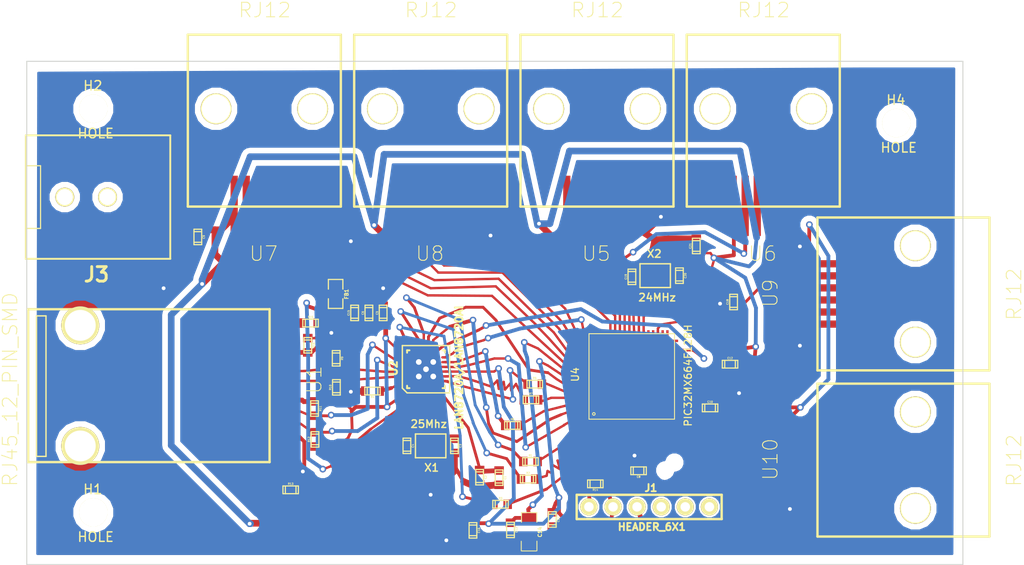
<source format=kicad_pcb>
(kicad_pcb (version 3) (host pcbnew "(2013-08-24 BZR 4298)-stable")

  (general
    (links 154)
    (no_connects 16)
    (area 84.949999 56.949999 183.550001 110.050001)
    (thickness 1.6)
    (drawings 8)
    (tracks 678)
    (zones 0)
    (modules 51)
    (nets 63)
  )

  (page A)
  (layers
    (15 F.Cu signal)
    (0 B.Cu signal)
    (16 B.Adhes user)
    (17 F.Adhes user)
    (18 B.Paste user)
    (19 F.Paste user)
    (20 B.SilkS user)
    (21 F.SilkS user)
    (22 B.Mask user)
    (23 F.Mask user)
    (24 Dwgs.User user)
    (25 Cmts.User user)
    (26 Eco1.User user)
    (27 Eco2.User user)
    (28 Edge.Cuts user)
  )

  (setup
    (last_trace_width 0.25)
    (user_trace_width 0.1)
    (user_trace_width 0.2)
    (user_trace_width 0.25)
    (user_trace_width 0.3)
    (user_trace_width 0.4)
    (user_trace_width 0.5)
    (user_trace_width 0.6)
    (user_trace_width 0.7)
    (user_trace_width 0.8)
    (user_trace_width 0.9)
    (user_trace_width 1)
    (user_trace_width 1.2)
    (trace_clearance 0.08)
    (zone_clearance 0.6)
    (zone_45_only no)
    (trace_min 0.1)
    (segment_width 0.2)
    (edge_width 0.1)
    (via_size 0.7)
    (via_drill 0.4)
    (via_min_size 0.7)
    (via_min_drill 0.4)
    (uvia_size 0.4)
    (uvia_drill 0.127)
    (uvias_allowed no)
    (uvia_min_size 0.4)
    (uvia_min_drill 0.127)
    (pcb_text_width 0.3)
    (pcb_text_size 1.5 1.5)
    (mod_edge_width 0.15)
    (mod_text_size 1 1)
    (mod_text_width 0.15)
    (pad_size 0.9906 2.54)
    (pad_drill 0)
    (pad_to_mask_clearance 0)
    (pad_to_paste_clearance_ratio -0.1)
    (aux_axis_origin 0 0)
    (visible_elements 7FFFFFFF)
    (pcbplotparams
      (layerselection 272400385)
      (usegerberextensions false)
      (excludeedgelayer true)
      (linewidth 0.150000)
      (plotframeref false)
      (viasonmask false)
      (mode 1)
      (useauxorigin false)
      (hpglpennumber 1)
      (hpglpenspeed 20)
      (hpglpendiameter 15)
      (hpglpenoverlay 2)
      (psnegative false)
      (psa4output false)
      (plotreference true)
      (plotvalue true)
      (plotothertext true)
      (plotinvisibletext false)
      (padsonsilk false)
      (subtractmaskfromsilk false)
      (outputformat 1)
      (mirror false)
      (drillshape 0)
      (scaleselection 1)
      (outputdirectory ""))
  )

  (net 0 "")
  (net 1 +3.3v)
  (net 2 AVDD)
  (net 3 ECRSDV)
  (net 4 EMDC)
  (net 5 EMDIO)
  (net 6 EREFCLK)
  (net 7 ERXD0)
  (net 8 ERXD1)
  (net 9 ERXERR)
  (net 10 ETXD0)
  (net 11 ETXD1)
  (net 12 ETXEN)
  (net 13 GND)
  (net 14 GreenLED)
  (net 15 N-0000010)
  (net 16 N-0000029)
  (net 17 N-000003)
  (net 18 N-0000039)
  (net 19 N-0000058)
  (net 20 N-0000060)
  (net 21 N-0000061)
  (net 22 N-0000062)
  (net 23 N-0000070)
  (net 24 N-0000071)
  (net 25 N-0000077)
  (net 26 N-000008)
  (net 27 N-0000081)
  (net 28 N-000009)
  (net 29 PGEC1)
  (net 30 PGED1)
  (net 31 RB10)
  (net 32 RB11)
  (net 33 RB12)
  (net 34 RB13)
  (net 35 RB14)
  (net 36 RB3)
  (net 37 RB4)
  (net 38 RB5)
  (net 39 RB6)
  (net 40 RB7)
  (net 41 RB8)
  (net 42 RB9)
  (net 43 RD10)
  (net 44 RD11)
  (net 45 RD2)
  (net 46 RD3)
  (net 47 RD4)
  (net 48 RD5)
  (net 49 RD6)
  (net 50 RD7)
  (net 51 RD8)
  (net 52 RD9)
  (net 53 RF3)
  (net 54 RF5)
  (net 55 RXN)
  (net 56 RXP)
  (net 57 TXN)
  (net 58 TXP)
  (net 59 VCAP)
  (net 60 YellowLED)
  (net 61 nRST)
  (net 62 ~MCLR~)

  (net_class Default "This is the default net class."
    (clearance 0.08)
    (trace_width 0.25)
    (via_dia 0.7)
    (via_drill 0.4)
    (uvia_dia 0.4)
    (uvia_drill 0.127)
    (add_net "")
    (add_net +3.3v)
    (add_net AVDD)
    (add_net ECRSDV)
    (add_net EMDC)
    (add_net EMDIO)
    (add_net EREFCLK)
    (add_net ERXD0)
    (add_net ERXD1)
    (add_net ERXERR)
    (add_net ETXD0)
    (add_net ETXD1)
    (add_net ETXEN)
    (add_net GND)
    (add_net GreenLED)
    (add_net N-0000010)
    (add_net N-0000029)
    (add_net N-000003)
    (add_net N-0000039)
    (add_net N-0000058)
    (add_net N-0000060)
    (add_net N-0000061)
    (add_net N-0000062)
    (add_net N-0000070)
    (add_net N-0000071)
    (add_net N-0000077)
    (add_net N-000008)
    (add_net N-0000081)
    (add_net N-000009)
    (add_net PGEC1)
    (add_net PGED1)
    (add_net RB10)
    (add_net RB11)
    (add_net RB12)
    (add_net RB13)
    (add_net RB14)
    (add_net RB3)
    (add_net RB4)
    (add_net RB5)
    (add_net RB6)
    (add_net RB7)
    (add_net RB8)
    (add_net RB9)
    (add_net RD10)
    (add_net RD11)
    (add_net RD2)
    (add_net RD3)
    (add_net RD4)
    (add_net RD5)
    (add_net RD6)
    (add_net RD7)
    (add_net RD8)
    (add_net RD9)
    (add_net RF3)
    (add_net RF5)
    (add_net RXN)
    (add_net RXP)
    (add_net TXN)
    (add_net TXP)
    (add_net VCAP)
    (add_net YellowLED)
    (add_net nRST)
    (add_net ~MCLR~)
  )

  (module TED_QFN64+1 (layer F.Cu) (tedit 52A15060) (tstamp 52A19353)
    (at 148.66 90.19 90)
    (descr "TQFP 64 pins")
    (path /52A14E7D)
    (attr smd)
    (fp_text reference U4 (at 0.2 -5.95 90) (layer F.SilkS)
      (effects (font (size 0.762 0.762) (thickness 0.127)))
    )
    (fp_text value PIC32MX664F128H (at 0.1 5.925 90) (layer F.SilkS)
      (effects (font (size 0.762 0.762) (thickness 0.127)))
    )
    (fp_line (start -4.5 -4.5) (end 4.5 -4.5) (layer F.SilkS) (width 0.09906))
    (fp_line (start 4.5 -4.5) (end 4.5 4.5) (layer F.SilkS) (width 0.09906))
    (fp_line (start 4.5 4.5) (end -4.5 4.5) (layer F.SilkS) (width 0.09906))
    (fp_line (start -4.5 4.5) (end -4.5 -4.5) (layer F.SilkS) (width 0.09906))
    (fp_circle (center -3.94576 -3.98868) (end -3.89496 -3.86168) (layer F.SilkS) (width 0.09906))
    (pad 15 smd rect (at -4.45 3.25 180) (size 0.25 0.85)
      (layers F.Cu F.Paste F.Mask)
      (net 29 PGEC1)
    )
    (pad 16 smd rect (at -4.45 3.75 180) (size 0.25 0.85)
      (layers F.Cu F.Paste F.Mask)
      (net 30 PGED1)
    )
    (pad 9 smd rect (at -4.45 0.25 180) (size 0.25 0.85)
      (layers F.Cu F.Paste F.Mask)
      (net 13 GND)
    )
    (pad 10 smd rect (at -4.45 0.75 180) (size 0.25 0.85)
      (layers F.Cu F.Paste F.Mask)
      (net 1 +3.3v)
    )
    (pad 12 smd rect (at -4.45 1.75 180) (size 0.25 0.85)
      (layers F.Cu F.Paste F.Mask)
      (net 37 RB4)
    )
    (pad 11 smd rect (at -4.45 1.25 180) (size 0.25 0.85)
      (layers F.Cu F.Paste F.Mask)
      (net 38 RB5)
    )
    (pad 14 smd rect (at -4.45 2.75 180) (size 0.25 0.85)
      (layers F.Cu F.Paste F.Mask)
    )
    (pad 13 smd rect (at -4.45 2.25 180) (size 0.25 0.85)
      (layers F.Cu F.Paste F.Mask)
      (net 36 RB3)
    )
    (pad 5 smd rect (at -4.45 -1.75 180) (size 0.25 0.85)
      (layers F.Cu F.Paste F.Mask)
    )
    (pad 6 smd rect (at -4.45 -1.25 180) (size 0.25 0.85)
      (layers F.Cu F.Paste F.Mask)
    )
    (pad 8 smd rect (at -4.45 -0.25 180) (size 0.25 0.85)
      (layers F.Cu F.Paste F.Mask)
    )
    (pad 7 smd rect (at -4.45 -0.75 180) (size 0.25 0.85)
      (layers F.Cu F.Paste F.Mask)
      (net 62 ~MCLR~)
    )
    (pad 3 smd rect (at -4.45 -2.75 180) (size 0.25 0.85)
      (layers F.Cu F.Paste F.Mask)
      (net 11 ETXD1)
    )
    (pad 4 smd rect (at -4.45 -2.25 180) (size 0.25 0.85)
      (layers F.Cu F.Paste F.Mask)
    )
    (pad 2 smd rect (at -4.45 -3.25 180) (size 0.25 0.85)
      (layers F.Cu F.Paste F.Mask)
      (net 10 ETXD0)
    )
    (pad 1 smd rect (at -4.45 -3.75 180) (size 0.25 0.85)
      (layers F.Cu F.Paste F.Mask)
      (net 12 ETXEN)
    )
    (pad 64 smd rect (at -3.75 -4.45 270) (size 0.25 0.85)
      (layers F.Cu F.Paste F.Mask)
      (net 9 ERXERR)
    )
    (pad 63 smd rect (at -3.25 -4.45 270) (size 0.25 0.85)
      (layers F.Cu F.Paste F.Mask)
      (net 6 EREFCLK)
    )
    (pad 61 smd rect (at -2.25 -4.45 270) (size 0.25 0.85)
      (layers F.Cu F.Paste F.Mask)
      (net 7 ERXD0)
    )
    (pad 62 smd rect (at -2.75 -4.45 270) (size 0.25 0.85)
      (layers F.Cu F.Paste F.Mask)
      (net 3 ECRSDV)
    )
    (pad 58 smd rect (at -0.75 -4.45 270) (size 0.25 0.85)
      (layers F.Cu F.Paste F.Mask)
      (net 61 nRST)
    )
    (pad 57 smd rect (at -0.25 -4.45 270) (size 0.25 0.85)
      (layers F.Cu F.Paste F.Mask)
      (net 1 +3.3v)
    )
    (pad 59 smd rect (at -1.25 -4.45 270) (size 0.25 0.85)
      (layers F.Cu F.Paste F.Mask)
    )
    (pad 60 smd rect (at -1.75 -4.45 270) (size 0.25 0.85)
      (layers F.Cu F.Paste F.Mask)
      (net 8 ERXD1)
    )
    (pad 52 smd rect (at 2.25 -4.45 270) (size 0.25 0.85)
      (layers F.Cu F.Paste F.Mask)
      (net 47 RD4)
    )
    (pad 51 smd rect (at 2.75 -4.45 270) (size 0.25 0.85)
      (layers F.Cu F.Paste F.Mask)
      (net 46 RD3)
    )
    (pad 54 smd rect (at 1.25 -4.45 270) (size 0.25 0.85)
      (layers F.Cu F.Paste F.Mask)
      (net 49 RD6)
    )
    (pad 53 smd rect (at 1.75 -4.45 270) (size 0.25 0.85)
      (layers F.Cu F.Paste F.Mask)
      (net 48 RD5)
    )
    (pad 55 smd rect (at 0.75 -4.45 270) (size 0.25 0.85)
      (layers F.Cu F.Paste F.Mask)
      (net 50 RD7)
    )
    (pad 56 smd rect (at 0.25 -4.45 270) (size 0.25 0.85)
      (layers F.Cu F.Paste F.Mask)
      (net 59 VCAP)
    )
    (pad 49 smd rect (at 3.75 -4.45 270) (size 0.25 0.85)
      (layers F.Cu F.Paste F.Mask)
      (net 5 EMDIO)
    )
    (pad 50 smd rect (at 3.25 -4.45 270) (size 0.25 0.85)
      (layers F.Cu F.Paste F.Mask)
      (net 45 RD2)
    )
    (pad 48 smd rect (at 4.45 -3.75 180) (size 0.25 0.85)
      (layers F.Cu F.Paste F.Mask)
    )
    (pad 47 smd rect (at 4.45 -3.25 180) (size 0.25 0.85)
      (layers F.Cu F.Paste F.Mask)
    )
    (pad 45 smd rect (at 4.45 -2.25 180) (size 0.25 0.85)
      (layers F.Cu F.Paste F.Mask)
      (net 44 RD11)
    )
    (pad 46 smd rect (at 4.45 -2.75 180) (size 0.25 0.85)
      (layers F.Cu F.Paste F.Mask)
    )
    (pad 42 smd rect (at 4.45 -0.75 180) (size 0.25 0.85)
      (layers F.Cu F.Paste F.Mask)
      (net 51 RD8)
    )
    (pad 41 smd rect (at 4.45 -0.25 180) (size 0.25 0.85)
      (layers F.Cu F.Paste F.Mask)
      (net 13 GND)
    )
    (pad 43 smd rect (at 4.45 -1.25 180) (size 0.25 0.85)
      (layers F.Cu F.Paste F.Mask)
      (net 52 RD9)
    )
    (pad 44 smd rect (at 4.45 -1.75 180) (size 0.25 0.85)
      (layers F.Cu F.Paste F.Mask)
      (net 43 RD10)
    )
    (pad 36 smd rect (at 4.45 2.25 180) (size 0.25 0.85)
      (layers F.Cu F.Paste F.Mask)
    )
    (pad 35 smd rect (at 4.45 2.75 180) (size 0.25 0.85)
      (layers F.Cu F.Paste F.Mask)
      (net 1 +3.3v)
    )
    (pad 38 smd rect (at 4.45 1.25 180) (size 0.25 0.85)
      (layers F.Cu F.Paste F.Mask)
      (net 1 +3.3v)
    )
    (pad 37 smd rect (at 4.45 1.75 180) (size 0.25 0.85)
      (layers F.Cu F.Paste F.Mask)
    )
    (pad 39 smd rect (at 4.45 0.75 180) (size 0.25 0.85)
      (layers F.Cu F.Paste F.Mask)
      (net 27 N-0000081)
    )
    (pad 40 smd rect (at 4.45 0.25 180) (size 0.25 0.85)
      (layers F.Cu F.Paste F.Mask)
      (net 16 N-0000029)
    )
    (pad 33 smd rect (at 4.45 3.75 180) (size 0.25 0.85)
      (layers F.Cu F.Paste F.Mask)
      (net 53 RF3)
    )
    (pad 34 smd rect (at 4.45 3.25 180) (size 0.25 0.85)
      (layers F.Cu F.Paste F.Mask)
    )
    (pad 31 smd rect (at 3.25 4.45 270) (size 0.25 0.85)
      (layers F.Cu F.Paste F.Mask)
    )
    (pad 32 smd rect (at 3.75 4.45 270) (size 0.25 0.85)
      (layers F.Cu F.Paste F.Mask)
      (net 54 RF5)
    )
    (pad 25 smd rect (at 0.25 4.45 270) (size 0.25 0.85)
      (layers F.Cu F.Paste F.Mask)
      (net 13 GND)
    )
    (pad 26 smd rect (at 0.75 4.45 270) (size 0.25 0.85)
      (layers F.Cu F.Paste F.Mask)
      (net 1 +3.3v)
    )
    (pad 28 smd rect (at 1.75 4.45 270) (size 0.25 0.85)
      (layers F.Cu F.Paste F.Mask)
      (net 34 RB13)
    )
    (pad 27 smd rect (at 1.27 4.45 270) (size 0.25 0.85)
      (layers F.Cu F.Paste F.Mask)
      (net 33 RB12)
    )
    (pad 30 smd rect (at 2.75 4.45 270) (size 0.25 0.85)
      (layers F.Cu F.Paste F.Mask)
      (net 4 EMDC)
    )
    (pad 29 smd rect (at 2.25 4.45 270) (size 0.25 0.85)
      (layers F.Cu F.Paste F.Mask)
      (net 35 RB14)
    )
    (pad 21 smd rect (at -1.75 4.45 270) (size 0.25 0.85)
      (layers F.Cu F.Paste F.Mask)
      (net 41 RB8)
    )
    (pad 22 smd rect (at -1.25 4.45 270) (size 0.25 0.85)
      (layers F.Cu F.Paste F.Mask)
      (net 42 RB9)
    )
    (pad 24 smd rect (at -0.25 4.45 270) (size 0.25 0.85)
      (layers F.Cu F.Paste F.Mask)
      (net 32 RB11)
    )
    (pad 23 smd rect (at -0.75 4.45 270) (size 0.25 0.85)
      (layers F.Cu F.Paste F.Mask)
      (net 31 RB10)
    )
    (pad 19 smd rect (at -2.75 4.45 270) (size 0.25 0.85)
      (layers F.Cu F.Paste F.Mask)
      (net 1 +3.3v)
    )
    (pad 20 smd rect (at -2.25 4.45 270) (size 0.25 0.85)
      (layers F.Cu F.Paste F.Mask)
      (net 13 GND)
    )
    (pad 18 smd rect (at -3.25 4.45 270) (size 0.25 0.85)
      (layers F.Cu F.Paste F.Mask)
      (net 40 RB7)
    )
    (pad 17 smd rect (at -3.75 4.45 270) (size 0.25 0.85)
      (layers F.Cu F.Paste F.Mask)
      (net 39 RB6)
    )
    (pad 65 smd rect (at 0 0 270) (size 7.15 7.15)
      (layers F.Cu F.Paste F.Mask)
      (net 13 GND)
    )
    (model smd/cms_soj24.wrl
      (at (xyz 0 0 0))
      (scale (xyz 0.256 0.35 0.25))
      (rotate (xyz 0 0 0))
    )
  )

  (module TED_HEADER_6x1_BOTTOM (layer F.Cu) (tedit 5281548C) (tstamp 52772D86)
    (at 150.5 103.925)
    (path /523E1759)
    (fp_text reference J1 (at 0.1778 -1.98628) (layer F.SilkS)
      (effects (font (size 0.762 0.762) (thickness 0.1905)))
    )
    (fp_text value HEADER_6X1 (at 0.26924 2.11328) (layer F.SilkS)
      (effects (font (size 0.762 0.762) (thickness 0.1905)))
    )
    (fp_line (start 7.62 -1.27) (end -7.62 -1.27) (layer F.SilkS) (width 0.254))
    (fp_line (start 7.62 -1.27) (end 7.62 1.27) (layer F.SilkS) (width 0.254))
    (fp_line (start 7.63524 1.28524) (end -7.63524 1.28524) (layer F.SilkS) (width 0.254))
    (fp_line (start -7.63524 1.28524) (end -7.63524 -1.27508) (layer F.SilkS) (width 0.254))
    (pad 5 thru_hole circle (at 3.78968 0) (size 1.8 1.8) (drill 1)
      (layers *.Mask F.Cu F.SilkS)
      (net 29 PGEC1)
    )
    (pad 6 thru_hole circle (at 6.32968 0) (size 1.8 1.8) (drill 1)
      (layers *.Mask F.Cu F.SilkS)
    )
    (pad 1 thru_hole circle (at -6.35 0) (size 1.8 1.8) (drill 1)
      (layers *.Mask F.Cu F.SilkS)
      (net 62 ~MCLR~)
    )
    (pad 2 thru_hole circle (at -3.81 0) (size 1.8 1.8) (drill 1)
      (layers *.Mask F.Cu F.SilkS)
      (net 1 +3.3v)
    )
    (pad 4 thru_hole circle (at 1.25984 0) (size 1.8 1.8) (drill 1)
      (layers *.Mask F.Cu F.SilkS)
      (net 30 PGED1)
    )
    (pad 3 thru_hole circle (at -1.28016 0) (size 1.8 1.8) (drill 1)
      (layers *.Mask F.Cu F.SilkS)
      (net 13 GND)
    )
  )

  (module TED_DC_2.1mm_SMT (layer F.Cu) (tedit 52880F9F) (tstamp 53816405)
    (at 92.5 71.3 180)
    (path /523E218E)
    (fp_text reference J3 (at 0.15748 -8.15848 180) (layer F.SilkS)
      (effects (font (thickness 0.3048)))
    )
    (fp_text value "Logic DC_2.1MM" (at 0.1016 8.49884 180) (layer F.SilkS) hide
      (effects (font (thickness 0.3048)))
    )
    (fp_line (start 7.6 -3.3) (end 6.05 -3.3) (layer F.SilkS) (width 0.127))
    (fp_line (start 6.05 -3.3) (end 6.05 3.3) (layer F.SilkS) (width 0.127))
    (fp_line (start 6.05 3.3) (end 7.575 3.3) (layer F.SilkS) (width 0.127))
    (fp_line (start -7.59968 -6.5024) (end 7.59968 -6.5024) (layer F.SilkS) (width 0.20066))
    (fp_line (start 7.59968 -6.5024) (end 7.59968 6.5024) (layer F.SilkS) (width 0.20066))
    (fp_line (start 7.59968 6.5024) (end -7.59968 6.5024) (layer F.SilkS) (width 0.20066))
    (fp_line (start -7.59968 6.5024) (end -7.59968 -6.5024) (layer F.SilkS) (width 0.20066))
    (pad "" np_thru_hole circle (at -1.00076 0 180) (size 1.99898 1.99898) (drill 1.69926)
      (layers *.Cu *.Mask F.SilkS)
    )
    (pad 1 smd rect (at 3.50012 5.4102 180) (size 1.99898 1.99898)
      (layers F.Cu F.Paste F.Mask)
      (net 1 +3.3v)
    )
    (pad 1 smd rect (at -2.60096 5.4102 180) (size 1.99898 1.99898)
      (layers F.Cu F.Paste F.Mask)
      (net 1 +3.3v)
    )
    (pad 2 smd rect (at 3.50012 -5.41528 180) (size 1.99898 1.99898)
      (layers F.Cu F.Paste F.Mask)
      (net 13 GND)
    )
    (pad 3 smd rect (at -2.60096 -5.41528 180) (size 1.99898 1.99898)
      (layers F.Cu F.Paste F.Mask)
    )
    (pad "" np_thru_hole circle (at 3.50012 0 180) (size 1.99898 1.99898) (drill 1.69926)
      (layers *.Cu *.Mask F.SilkS)
    )
  )

  (module TED_SM0603 (layer F.Cu) (tedit 527731CB) (tstamp 5286FFDC)
    (at 131.95 106.4 270)
    (descr "SMT capacitor, 0603")
    (path /523E76F7)
    (fp_text reference C16 (at 0 -0.635 270) (layer F.SilkS)
      (effects (font (size 0.20066 0.20066) (thickness 0.04064)))
    )
    (fp_text value .1uF (at 0 0.635 270) (layer F.SilkS) hide
      (effects (font (size 0.20066 0.20066) (thickness 0.04064)))
    )
    (fp_line (start 0.5588 0.4064) (end 0.5588 -0.4064) (layer F.SilkS) (width 0.127))
    (fp_line (start -0.5588 -0.381) (end -0.5588 0.4064) (layer F.SilkS) (width 0.127))
    (fp_line (start -0.8128 -0.4064) (end 0.8128 -0.4064) (layer F.SilkS) (width 0.127))
    (fp_line (start 0.8128 -0.4064) (end 0.8128 0.4064) (layer F.SilkS) (width 0.127))
    (fp_line (start 0.8128 0.4064) (end -0.8128 0.4064) (layer F.SilkS) (width 0.127))
    (fp_line (start -0.8128 0.4064) (end -0.8128 -0.4064) (layer F.SilkS) (width 0.127))
    (pad 2 smd rect (at 0.75184 0 270) (size 0.89916 1.00076)
      (layers F.Cu F.Paste F.Mask)
      (net 13 GND)
      (clearance 0.1)
    )
    (pad 1 smd rect (at -0.75184 0 270) (size 0.89916 1.00076)
      (layers F.Cu F.Paste F.Mask)
      (net 1 +3.3v)
      (clearance 0.1)
    )
    (model smd/capacitors/c_0603.wrl
      (at (xyz 0 0 0))
      (scale (xyz 1 1 1))
      (rotate (xyz 0 0 0))
    )
  )

  (module TED_SM0603 (layer F.Cu) (tedit 527731CB) (tstamp 5286F3F0)
    (at 119.5 83.5 90)
    (descr "SMT capacitor, 0603")
    (path /5285A0C6)
    (fp_text reference C15 (at 0 -0.635 90) (layer F.SilkS)
      (effects (font (size 0.20066 0.20066) (thickness 0.04064)))
    )
    (fp_text value 1uF (at 0 0.635 90) (layer F.SilkS) hide
      (effects (font (size 0.20066 0.20066) (thickness 0.04064)))
    )
    (fp_line (start 0.5588 0.4064) (end 0.5588 -0.4064) (layer F.SilkS) (width 0.127))
    (fp_line (start -0.5588 -0.381) (end -0.5588 0.4064) (layer F.SilkS) (width 0.127))
    (fp_line (start -0.8128 -0.4064) (end 0.8128 -0.4064) (layer F.SilkS) (width 0.127))
    (fp_line (start 0.8128 -0.4064) (end 0.8128 0.4064) (layer F.SilkS) (width 0.127))
    (fp_line (start 0.8128 0.4064) (end -0.8128 0.4064) (layer F.SilkS) (width 0.127))
    (fp_line (start -0.8128 0.4064) (end -0.8128 -0.4064) (layer F.SilkS) (width 0.127))
    (pad 2 smd rect (at 0.75184 0 90) (size 0.89916 1.00076)
      (layers F.Cu F.Paste F.Mask)
      (net 13 GND)
      (clearance 0.1)
    )
    (pad 1 smd rect (at -0.75184 0 90) (size 0.89916 1.00076)
      (layers F.Cu F.Paste F.Mask)
      (net 2 AVDD)
      (clearance 0.1)
    )
    (model smd/capacitors/c_0603.wrl
      (at (xyz 0 0 0))
      (scale (xyz 1 1 1))
      (rotate (xyz 0 0 0))
    )
  )

  (module TED_SM0603 (layer F.Cu) (tedit 527731CB) (tstamp 5286F3DA)
    (at 132.65 100.8 270)
    (descr "SMT capacitor, 0603")
    (path /523E76E3)
    (fp_text reference C2 (at 0 -0.635 270) (layer F.SilkS)
      (effects (font (size 0.20066 0.20066) (thickness 0.04064)))
    )
    (fp_text value 1uF (at 0 0.635 270) (layer F.SilkS) hide
      (effects (font (size 0.20066 0.20066) (thickness 0.04064)))
    )
    (fp_line (start 0.5588 0.4064) (end 0.5588 -0.4064) (layer F.SilkS) (width 0.127))
    (fp_line (start -0.5588 -0.381) (end -0.5588 0.4064) (layer F.SilkS) (width 0.127))
    (fp_line (start -0.8128 -0.4064) (end 0.8128 -0.4064) (layer F.SilkS) (width 0.127))
    (fp_line (start 0.8128 -0.4064) (end 0.8128 0.4064) (layer F.SilkS) (width 0.127))
    (fp_line (start 0.8128 0.4064) (end -0.8128 0.4064) (layer F.SilkS) (width 0.127))
    (fp_line (start -0.8128 0.4064) (end -0.8128 -0.4064) (layer F.SilkS) (width 0.127))
    (pad 2 smd rect (at 0.75184 0 270) (size 0.89916 1.00076)
      (layers F.Cu F.Paste F.Mask)
      (net 13 GND)
      (clearance 0.1)
    )
    (pad 1 smd rect (at -0.75184 0 270) (size 0.89916 1.00076)
      (layers F.Cu F.Paste F.Mask)
      (net 25 N-0000077)
      (clearance 0.1)
    )
    (model smd/capacitors/c_0603.wrl
      (at (xyz 0 0 0))
      (scale (xyz 1 1 1))
      (rotate (xyz 0 0 0))
    )
  )

  (module TED_RJ45_12pin_SMD (layer F.Cu) (tedit 527FD327) (tstamp 527FD67B)
    (at 97.85 91.16 270)
    (path /527FDD24)
    (fp_text reference U1 (at -0.625 -17.4 270) (layer F.SilkS)
      (effects (font (thickness 0.09906)))
    )
    (fp_text value RJ45_12_PIN_SMD (at 0.4 14.6 270) (layer F.SilkS)
      (effects (font (thickness 0.09906)))
    )
    (fp_line (start -7.35 10.825) (end -7.35 11.825) (layer F.SilkS) (width 0.15))
    (fp_line (start -7.35 11.825) (end 7.45 11.825) (layer F.SilkS) (width 0.15))
    (fp_line (start 7.45 11.825) (end 7.45 10.825) (layer F.SilkS) (width 0.15))
    (fp_line (start 7.45 10.825) (end -7.35 10.825) (layer F.SilkS) (width 0.15))
    (fp_line (start -8.05 -12.7) (end 8.05 -12.7) (layer F.SilkS) (width 0.254))
    (fp_line (start 8.05 -12.7) (end 8.05 12.7) (layer F.SilkS) (width 0.254))
    (fp_line (start 8.05 12.7) (end -8.05 12.7) (layer F.SilkS) (width 0.254))
    (fp_line (start -8.05 12.7) (end -8.05 -12.7) (layer F.SilkS) (width 0.254))
    (pad 12 smd rect (at -6.6 -12.7 270) (size 0.81 4.6)
      (layers F.Cu F.Paste F.Mask)
      (net 14 GreenLED)
      (clearance 0.2)
    )
    (pad 11 smd rect (at -4.76 -12.7 270) (size 0.81 4.6)
      (layers F.Cu F.Paste F.Mask)
      (net 13 GND)
      (clearance 0.2)
    )
    (pad 10 smd rect (at -3.56 -12.7 270) (size 0.61 4.6)
      (layers F.Cu F.Paste F.Mask)
      (net 13 GND)
      (clearance 0.2)
    )
    (pad 9 smd rect (at -2.54 -12.7 270) (size 0.61 4.6)
      (layers F.Cu F.Paste F.Mask)
      (clearance 0.2)
    )
    (pad 7 smd rect (at -0.5 -12.7 270) (size 0.61 4.6)
      (layers F.Cu F.Paste F.Mask)
      (net 56 RXP)
      (clearance 0.2)
    )
    (pad 3 smd rect (at 3.56 -12.7 270) (size 0.61 4.6)
      (layers F.Cu F.Paste F.Mask)
      (net 58 TXP)
      (clearance 0.2)
    )
    (pad 5 smd rect (at 1.52 -12.7 270) (size 0.61 4.6)
      (layers F.Cu F.Paste F.Mask)
      (net 2 AVDD)
      (clearance 0.2)
    )
    (pad 1 smd rect (at 6.6 -12.7 270) (size 0.81 4.6)
      (layers F.Cu F.Paste F.Mask)
      (net 60 YellowLED)
      (clearance 0.2)
    )
    (pad 2 smd rect (at 4.76 -12.7 270) (size 0.81 4.6)
      (layers F.Cu F.Paste F.Mask)
      (net 13 GND)
      (clearance 0.2)
    )
    (pad 6 smd rect (at 0.51 -12.7 270) (size 0.61 4.6)
      (layers F.Cu F.Paste F.Mask)
      (net 2 AVDD)
      (clearance 0.2)
    )
    (pad 4 smd rect (at 2.54 -12.7 270) (size 0.61 4.6)
      (layers F.Cu F.Paste F.Mask)
      (net 57 TXN)
      (clearance 0.2)
    )
    (pad "" np_thru_hole circle (at 6.35 7.22 270) (size 4 4) (drill 3.25)
      (layers *.Cu *.Mask F.SilkS)
      (clearance 0.3)
    )
    (pad "" np_thru_hole circle (at -6.35 7.22 270) (size 4 4) (drill 3.25)
      (layers *.Cu *.Mask F.SilkS)
      (clearance 0.3)
    )
    (pad 8 smd rect (at -1.52 -12.7 270) (size 0.61 4.6)
      (layers F.Cu F.Paste F.Mask)
      (net 55 RXN)
      (clearance 0.2)
    )
    (pad "" connect rect (at -9.3 7.22 270) (size 2.5 3.9)
      (layers F.Cu F.Mask)
    )
    (pad "" connect rect (at 9.3 7.22 270) (size 2.5 3.9)
      (layers F.Cu F.Mask)
    )
  )

  (module TED_QFN24 (layer F.Cu) (tedit 52788D97) (tstamp 524D57C4)
    (at 127.01 89.43 90)
    (path /523D3809)
    (fp_text reference U2 (at 0.1 -3.425 90) (layer F.SilkS)
      (effects (font (size 0.8 0.8) (thickness 0.2)))
    )
    (fp_text value LAN8720A/LAN8720AI (at 0.175 3.475 90) (layer F.SilkS)
      (effects (font (size 0.8 0.8) (thickness 0.2)))
    )
    (fp_line (start -1.99136 -2.4892) (end 2.4892 -2.4892) (layer F.SilkS) (width 0.14986))
    (fp_line (start -2.4892 -1.99136) (end -2.4892 2.4892) (layer F.SilkS) (width 0.14986))
    (fp_line (start -2.4892 -1.99136) (end -1.99136 -2.4892) (layer F.SilkS) (width 0.14986))
    (fp_line (start -1.99136 -1.74244) (end -1.99136 -1.99136) (layer F.SilkS) (width 0.20066))
    (fp_line (start -1.99136 -1.99136) (end -1.74244 -1.99136) (layer F.SilkS) (width 0.20066))
    (fp_line (start -1.74244 1.99136) (end -1.99136 1.99136) (layer F.SilkS) (width 0.20066))
    (fp_line (start -1.99136 1.99136) (end -1.99136 1.74244) (layer F.SilkS) (width 0.20066))
    (fp_line (start 1.99136 1.74244) (end 1.99136 1.99136) (layer F.SilkS) (width 0.20066))
    (fp_line (start 1.99136 1.99136) (end 1.74244 1.99136) (layer F.SilkS) (width 0.20066))
    (fp_line (start 1.74244 -1.99136) (end 1.99136 -1.99136) (layer F.SilkS) (width 0.20066))
    (fp_line (start 1.99136 -1.99136) (end 1.99136 -1.74244) (layer F.SilkS) (width 0.20066))
    (fp_line (start 2.4892 2.4892) (end -2.4892 2.4892) (layer F.SilkS) (width 0.14986))
    (fp_line (start 2.4892 -2.4892) (end 2.4892 2.4892) (layer F.SilkS) (width 0.14986))
    (pad 25 smd rect (at 0 0) (size 2.49936 2.49936)
      (layers F.Cu F.Paste)
      (net 13 GND)
      (zone_connect 2)
    )
    (pad 1 smd oval (at -1.99898 -1.24968 90) (size 0.8001 0.24892)
      (layers F.Cu F.Paste F.Mask)
      (net 2 AVDD)
    )
    (pad 2 smd oval (at -1.99898 -0.7493 90) (size 0.8001 0.24892)
      (layers F.Cu F.Paste F.Mask)
      (net 21 N-0000061)
    )
    (pad 3 smd oval (at -1.99898 -0.24892 90) (size 0.8001 0.24892)
      (layers F.Cu F.Paste F.Mask)
      (net 22 N-0000062)
    )
    (pad 4 smd oval (at -1.99898 0.24892 90) (size 0.8001 0.24892)
      (layers F.Cu F.Paste F.Mask)
      (net 18 N-0000039)
    )
    (pad 5 smd oval (at -1.99898 0.7493 90) (size 0.8001 0.24892)
      (layers F.Cu F.Paste F.Mask)
      (net 19 N-0000058)
    )
    (pad 6 smd oval (at -1.99898 1.24968 90) (size 0.8001 0.24892)
      (layers F.Cu F.Paste F.Mask)
      (net 25 N-0000077)
    )
    (pad 7 smd oval (at -1.24968 1.99898 180) (size 0.8001 0.24892)
      (layers F.Cu F.Paste F.Mask)
      (net 24 N-0000071)
    )
    (pad 8 smd oval (at -0.7493 1.99898 180) (size 0.8001 0.24892)
      (layers F.Cu F.Paste F.Mask)
      (net 23 N-0000070)
    )
    (pad 9 smd oval (at -0.24892 1.99898 180) (size 0.8001 0.24892)
      (layers F.Cu F.Paste F.Mask)
      (net 1 +3.3v)
    )
    (pad 10 smd oval (at 0.24892 1.99898 180) (size 0.8001 0.24892)
      (layers F.Cu F.Paste F.Mask)
      (net 9 ERXERR)
    )
    (pad 11 smd oval (at 0.7493 1.99898 180) (size 0.8001 0.24892)
      (layers F.Cu F.Paste F.Mask)
      (net 17 N-000003)
    )
    (pad 12 smd oval (at 1.24968 1.99898 180) (size 0.8001 0.24892)
      (layers F.Cu F.Paste F.Mask)
      (net 5 EMDIO)
    )
    (pad 13 smd oval (at 1.99898 1.24968 270) (size 0.8001 0.24892)
      (layers F.Cu F.Paste F.Mask)
      (net 4 EMDC)
    )
    (pad 14 smd oval (at 1.99898 0.7493 270) (size 0.8001 0.24892)
      (layers F.Cu F.Paste F.Mask)
      (net 6 EREFCLK)
    )
    (pad 15 smd oval (at 1.99898 0.24892 270) (size 0.8001 0.24892)
      (layers F.Cu F.Paste F.Mask)
      (net 61 nRST)
    )
    (pad 16 smd oval (at 1.99898 -0.24892 270) (size 0.8001 0.24892)
      (layers F.Cu F.Paste F.Mask)
      (net 15 N-0000010)
    )
    (pad 17 smd oval (at 1.99898 -0.7493 270) (size 0.8001 0.24892)
      (layers F.Cu F.Paste F.Mask)
      (net 28 N-000009)
    )
    (pad 18 smd oval (at 1.99898 -1.24968 270) (size 0.8001 0.24892)
      (layers F.Cu F.Paste F.Mask)
      (net 26 N-000008)
    )
    (pad 19 smd oval (at 1.24968 -1.99898) (size 0.8001 0.24892)
      (layers F.Cu F.Paste F.Mask)
      (net 2 AVDD)
    )
    (pad 20 smd oval (at 0.7493 -1.99898) (size 0.8001 0.24892)
      (layers F.Cu F.Paste F.Mask)
      (net 57 TXN)
    )
    (pad 21 smd oval (at 0.24892 -1.99898) (size 0.8001 0.24892)
      (layers F.Cu F.Paste F.Mask)
      (net 58 TXP)
    )
    (pad 22 smd oval (at -0.24892 -1.99898) (size 0.8001 0.24892)
      (layers F.Cu F.Paste F.Mask)
      (net 55 RXN)
    )
    (pad 23 smd oval (at -0.7493 -1.99898) (size 0.8001 0.24892)
      (layers F.Cu F.Paste F.Mask)
      (net 56 RXP)
    )
    (pad 24 smd oval (at -1.24968 -1.99898) (size 0.8001 0.24892)
      (layers F.Cu F.Paste F.Mask)
      (net 20 N-0000060)
    )
    (pad 25 thru_hole circle (at 0 0) (size 0.6 0.6) (drill 0.6)
      (layers *.Cu)
      (net 13 GND)
      (zone_connect 2)
    )
    (pad 25 thru_hole circle (at 0.762 -0.762) (size 0.6 0.6) (drill 0.6)
      (layers *.Cu)
      (net 13 GND)
      (zone_connect 2)
    )
    (pad 25 thru_hole circle (at -0.762 -0.762) (size 0.6 0.6) (drill 0.6)
      (layers *.Cu)
      (net 13 GND)
      (zone_connect 2)
    )
    (pad 25 thru_hole circle (at 0.762 0.762) (size 0.6 0.6) (drill 0.6)
      (layers *.Cu)
      (net 13 GND)
      (zone_connect 2)
    )
    (pad 25 thru_hole circle (at -0.762 0.762) (size 0.6 0.6) (drill 0.6)
      (layers *.Cu)
      (net 13 GND)
      (zone_connect 2)
    )
    (pad 25 smd rect (at 0 0) (size 2.49936 2.49936)
      (layers B.Cu B.Paste)
      (net 13 GND)
      (zone_connect 2)
    )
    (model smd/qfn24.wrl
      (at (xyz 0 0 0))
      (scale (xyz 1 1 1))
      (rotate (xyz 0 0 0))
    )
  )

  (module TED_SM0603 (layer F.Cu) (tedit 527731CB) (tstamp 52772DB4)
    (at 121.38 91.73 180)
    (descr "SMT capacitor, 0603")
    (path /523E8D57)
    (fp_text reference R4 (at 0 -0.635 180) (layer F.SilkS)
      (effects (font (size 0.20066 0.20066) (thickness 0.04064)))
    )
    (fp_text value "12.1k 1%" (at 0 0.635 180) (layer F.SilkS) hide
      (effects (font (size 0.20066 0.20066) (thickness 0.04064)))
    )
    (fp_line (start 0.5588 0.4064) (end 0.5588 -0.4064) (layer F.SilkS) (width 0.127))
    (fp_line (start -0.5588 -0.381) (end -0.5588 0.4064) (layer F.SilkS) (width 0.127))
    (fp_line (start -0.8128 -0.4064) (end 0.8128 -0.4064) (layer F.SilkS) (width 0.127))
    (fp_line (start 0.8128 -0.4064) (end 0.8128 0.4064) (layer F.SilkS) (width 0.127))
    (fp_line (start 0.8128 0.4064) (end -0.8128 0.4064) (layer F.SilkS) (width 0.127))
    (fp_line (start -0.8128 0.4064) (end -0.8128 -0.4064) (layer F.SilkS) (width 0.127))
    (pad 2 smd rect (at 0.75184 0 180) (size 0.89916 1.00076)
      (layers F.Cu F.Paste F.Mask)
      (net 13 GND)
      (clearance 0.1)
    )
    (pad 1 smd rect (at -0.75184 0 180) (size 0.89916 1.00076)
      (layers F.Cu F.Paste F.Mask)
      (net 20 N-0000060)
      (clearance 0.1)
    )
    (model smd/capacitors/c_0603.wrl
      (at (xyz 0 0 0))
      (scale (xyz 1 1 1))
      (rotate (xyz 0 0 0))
    )
  )

  (module TED_SM1206 (layer F.Cu) (tedit 522E5F8D) (tstamp 52467A28)
    (at 137.85 106.55 270)
    (path /523F8B05)
    (attr smd)
    (fp_text reference C14 (at 0.0254 -1.14808 270) (layer F.SilkS)
      (effects (font (size 0.381 0.381) (thickness 0.09398)))
    )
    (fp_text value 10uF (at 0.10668 1.19888 270) (layer F.SilkS) hide
      (effects (font (size 0.381 0.381) (thickness 0.09398)))
    )
    (fp_line (start -1.00076 0.79756) (end -2.01676 0.79756) (layer F.SilkS) (width 0.09906))
    (fp_line (start -2.02184 0.762) (end -2.02184 -0.762) (layer F.SilkS) (width 0.09906))
    (fp_line (start -2.02184 -0.82296) (end -1.00584 -0.82296) (layer F.SilkS) (width 0.09906))
    (fp_line (start 0.98552 -0.82804) (end 2.00152 -0.82804) (layer F.SilkS) (width 0.09906))
    (fp_line (start 2.01676 -0.762) (end 2.01676 0.762) (layer F.SilkS) (width 0.09906))
    (fp_line (start 2.01168 0.81788) (end 0.99568 0.81788) (layer F.SilkS) (width 0.09906))
    (pad 1 smd rect (at -1.46304 -0.01524 270) (size 1.00076 1.50114)
      (layers F.Cu F.Paste F.Mask)
      (net 59 VCAP)
    )
    (pad 2 smd rect (at 1.46304 -0.00508 270) (size 1.00076 1.5494)
      (layers F.Cu F.Paste F.Mask)
      (net 13 GND)
    )
    (model smd/chip_cms.wrl
      (at (xyz 0 0 0))
      (scale (xyz 0.1 0.1 0.1))
      (rotate (xyz 0 0 0))
    )
  )

  (module TED_SM0805 (layer F.Cu) (tedit 522E5F71) (tstamp 52467AA0)
    (at 117.5 81.5 270)
    (path /523E9D9F)
    (attr smd)
    (fp_text reference FB1 (at 0.0254 -1.14808 270) (layer F.SilkS)
      (effects (font (size 0.381 0.381) (thickness 0.09398)))
    )
    (fp_text value 500mA (at 0.10668 1.19888 270) (layer F.SilkS) hide
      (effects (font (size 0.381 0.381) (thickness 0.09398)))
    )
    (fp_line (start -0.508 0.762) (end -1.524 0.762) (layer F.SilkS) (width 0.127))
    (fp_line (start -1.524 0.762) (end -1.524 -0.762) (layer F.SilkS) (width 0.127))
    (fp_line (start -1.524 -0.762) (end -0.508 -0.762) (layer F.SilkS) (width 0.127))
    (fp_line (start 0.508 -0.762) (end 1.524 -0.762) (layer F.SilkS) (width 0.127))
    (fp_line (start 1.524 -0.762) (end 1.524 0.762) (layer F.SilkS) (width 0.127))
    (fp_line (start 1.524 0.762) (end 0.508 0.762) (layer F.SilkS) (width 0.127))
    (pad 1 smd rect (at -0.9525 0 270) (size 0.889 1.397)
      (layers F.Cu F.Paste F.Mask)
      (net 1 +3.3v)
    )
    (pad 2 smd rect (at 0.9525 0 270) (size 0.889 1.397)
      (layers F.Cu F.Paste F.Mask)
      (net 2 AVDD)
    )
    (model smd/chip_cms.wrl
      (at (xyz 0 0 0))
      (scale (xyz 0.1 0.1 0.1))
      (rotate (xyz 0 0 0))
    )
  )

  (module TED_SM0603 (layer F.Cu) (tedit 527731CB) (tstamp 52772CD5)
    (at 134.7 100.85 270)
    (descr "SMT capacitor, 0603")
    (path /5286FE6A)
    (fp_text reference C1 (at 0 -0.635 270) (layer F.SilkS)
      (effects (font (size 0.20066 0.20066) (thickness 0.04064)))
    )
    (fp_text value .1uF (at 0 0.635 270) (layer F.SilkS) hide
      (effects (font (size 0.20066 0.20066) (thickness 0.04064)))
    )
    (fp_line (start 0.5588 0.4064) (end 0.5588 -0.4064) (layer F.SilkS) (width 0.127))
    (fp_line (start -0.5588 -0.381) (end -0.5588 0.4064) (layer F.SilkS) (width 0.127))
    (fp_line (start -0.8128 -0.4064) (end 0.8128 -0.4064) (layer F.SilkS) (width 0.127))
    (fp_line (start 0.8128 -0.4064) (end 0.8128 0.4064) (layer F.SilkS) (width 0.127))
    (fp_line (start 0.8128 0.4064) (end -0.8128 0.4064) (layer F.SilkS) (width 0.127))
    (fp_line (start -0.8128 0.4064) (end -0.8128 -0.4064) (layer F.SilkS) (width 0.127))
    (pad 2 smd rect (at 0.75184 0 270) (size 0.89916 1.00076)
      (layers F.Cu F.Paste F.Mask)
      (net 13 GND)
      (clearance 0.1)
    )
    (pad 1 smd rect (at -0.75184 0 270) (size 0.89916 1.00076)
      (layers F.Cu F.Paste F.Mask)
      (net 25 N-0000077)
      (clearance 0.1)
    )
    (model smd/capacitors/c_0603.wrl
      (at (xyz 0 0 0))
      (scale (xyz 1 1 1))
      (rotate (xyz 0 0 0))
    )
  )

  (module TED_SM0603 (layer F.Cu) (tedit 527731CB) (tstamp 52772CE0)
    (at 130 97.5 270)
    (descr "SMT capacitor, 0603")
    (path /523E7C3E)
    (fp_text reference C3 (at 0 -0.635 270) (layer F.SilkS)
      (effects (font (size 0.20066 0.20066) (thickness 0.04064)))
    )
    (fp_text value 18pF (at 0 0.635 270) (layer F.SilkS) hide
      (effects (font (size 0.20066 0.20066) (thickness 0.04064)))
    )
    (fp_line (start 0.5588 0.4064) (end 0.5588 -0.4064) (layer F.SilkS) (width 0.127))
    (fp_line (start -0.5588 -0.381) (end -0.5588 0.4064) (layer F.SilkS) (width 0.127))
    (fp_line (start -0.8128 -0.4064) (end 0.8128 -0.4064) (layer F.SilkS) (width 0.127))
    (fp_line (start 0.8128 -0.4064) (end 0.8128 0.4064) (layer F.SilkS) (width 0.127))
    (fp_line (start 0.8128 0.4064) (end -0.8128 0.4064) (layer F.SilkS) (width 0.127))
    (fp_line (start -0.8128 0.4064) (end -0.8128 -0.4064) (layer F.SilkS) (width 0.127))
    (pad 2 smd rect (at 0.75184 0 270) (size 0.89916 1.00076)
      (layers F.Cu F.Paste F.Mask)
      (net 13 GND)
      (clearance 0.1)
    )
    (pad 1 smd rect (at -0.75184 0 270) (size 0.89916 1.00076)
      (layers F.Cu F.Paste F.Mask)
      (net 19 N-0000058)
      (clearance 0.1)
    )
    (model smd/capacitors/c_0603.wrl
      (at (xyz 0 0 0))
      (scale (xyz 1 1 1))
      (rotate (xyz 0 0 0))
    )
  )

  (module TED_SM0603 (layer F.Cu) (tedit 527731CB) (tstamp 52772CEB)
    (at 125 97.5 270)
    (descr "SMT capacitor, 0603")
    (path /523E7C13)
    (fp_text reference C4 (at 0 -0.635 270) (layer F.SilkS)
      (effects (font (size 0.20066 0.20066) (thickness 0.04064)))
    )
    (fp_text value 18pF (at 0 0.635 270) (layer F.SilkS) hide
      (effects (font (size 0.20066 0.20066) (thickness 0.04064)))
    )
    (fp_line (start 0.5588 0.4064) (end 0.5588 -0.4064) (layer F.SilkS) (width 0.127))
    (fp_line (start -0.5588 -0.381) (end -0.5588 0.4064) (layer F.SilkS) (width 0.127))
    (fp_line (start -0.8128 -0.4064) (end 0.8128 -0.4064) (layer F.SilkS) (width 0.127))
    (fp_line (start 0.8128 -0.4064) (end 0.8128 0.4064) (layer F.SilkS) (width 0.127))
    (fp_line (start 0.8128 0.4064) (end -0.8128 0.4064) (layer F.SilkS) (width 0.127))
    (fp_line (start -0.8128 0.4064) (end -0.8128 -0.4064) (layer F.SilkS) (width 0.127))
    (pad 2 smd rect (at 0.75184 0 270) (size 0.89916 1.00076)
      (layers F.Cu F.Paste F.Mask)
      (net 18 N-0000039)
      (clearance 0.1)
    )
    (pad 1 smd rect (at -0.75184 0 270) (size 0.89916 1.00076)
      (layers F.Cu F.Paste F.Mask)
      (net 13 GND)
      (clearance 0.1)
    )
    (model smd/capacitors/c_0603.wrl
      (at (xyz 0 0 0))
      (scale (xyz 1 1 1))
      (rotate (xyz 0 0 0))
    )
  )

  (module TED_SM0603 (layer F.Cu) (tedit 527731CB) (tstamp 52772CF6)
    (at 122.5 83.5 90)
    (descr "SMT capacitor, 0603")
    (path /523F1FEA)
    (fp_text reference C5 (at 0 -0.635 90) (layer F.SilkS)
      (effects (font (size 0.20066 0.20066) (thickness 0.04064)))
    )
    (fp_text value .1uF (at 0 0.635 90) (layer F.SilkS) hide
      (effects (font (size 0.20066 0.20066) (thickness 0.04064)))
    )
    (fp_line (start 0.5588 0.4064) (end 0.5588 -0.4064) (layer F.SilkS) (width 0.127))
    (fp_line (start -0.5588 -0.381) (end -0.5588 0.4064) (layer F.SilkS) (width 0.127))
    (fp_line (start -0.8128 -0.4064) (end 0.8128 -0.4064) (layer F.SilkS) (width 0.127))
    (fp_line (start 0.8128 -0.4064) (end 0.8128 0.4064) (layer F.SilkS) (width 0.127))
    (fp_line (start 0.8128 0.4064) (end -0.8128 0.4064) (layer F.SilkS) (width 0.127))
    (fp_line (start -0.8128 0.4064) (end -0.8128 -0.4064) (layer F.SilkS) (width 0.127))
    (pad 2 smd rect (at 0.75184 0 90) (size 0.89916 1.00076)
      (layers F.Cu F.Paste F.Mask)
      (net 13 GND)
      (clearance 0.1)
    )
    (pad 1 smd rect (at -0.75184 0 90) (size 0.89916 1.00076)
      (layers F.Cu F.Paste F.Mask)
      (net 2 AVDD)
      (clearance 0.1)
    )
    (model smd/capacitors/c_0603.wrl
      (at (xyz 0 0 0))
      (scale (xyz 1 1 1))
      (rotate (xyz 0 0 0))
    )
  )

  (module TED_SM0603 (layer F.Cu) (tedit 527731CB) (tstamp 52772D01)
    (at 121 83.5 90)
    (descr "SMT capacitor, 0603")
    (path /523F200B)
    (fp_text reference C6 (at 0 -0.635 90) (layer F.SilkS)
      (effects (font (size 0.20066 0.20066) (thickness 0.04064)))
    )
    (fp_text value .1uF (at 0 0.635 90) (layer F.SilkS) hide
      (effects (font (size 0.20066 0.20066) (thickness 0.04064)))
    )
    (fp_line (start 0.5588 0.4064) (end 0.5588 -0.4064) (layer F.SilkS) (width 0.127))
    (fp_line (start -0.5588 -0.381) (end -0.5588 0.4064) (layer F.SilkS) (width 0.127))
    (fp_line (start -0.8128 -0.4064) (end 0.8128 -0.4064) (layer F.SilkS) (width 0.127))
    (fp_line (start 0.8128 -0.4064) (end 0.8128 0.4064) (layer F.SilkS) (width 0.127))
    (fp_line (start 0.8128 0.4064) (end -0.8128 0.4064) (layer F.SilkS) (width 0.127))
    (fp_line (start -0.8128 0.4064) (end -0.8128 -0.4064) (layer F.SilkS) (width 0.127))
    (pad 2 smd rect (at 0.75184 0 90) (size 0.89916 1.00076)
      (layers F.Cu F.Paste F.Mask)
      (net 13 GND)
      (clearance 0.1)
    )
    (pad 1 smd rect (at -0.75184 0 90) (size 0.89916 1.00076)
      (layers F.Cu F.Paste F.Mask)
      (net 2 AVDD)
      (clearance 0.1)
    )
    (model smd/capacitors/c_0603.wrl
      (at (xyz 0 0 0))
      (scale (xyz 1 1 1))
      (rotate (xyz 0 0 0))
    )
  )

  (module TED_SM0603 (layer F.Cu) (tedit 527731CB) (tstamp 52772D2E)
    (at 156.9 93.5)
    (descr "SMT capacitor, 0603")
    (path /523F9CE6)
    (fp_text reference C10 (at 0 -0.635) (layer F.SilkS)
      (effects (font (size 0.20066 0.20066) (thickness 0.04064)))
    )
    (fp_text value .1uF (at 0 0.635) (layer F.SilkS) hide
      (effects (font (size 0.20066 0.20066) (thickness 0.04064)))
    )
    (fp_line (start 0.5588 0.4064) (end 0.5588 -0.4064) (layer F.SilkS) (width 0.127))
    (fp_line (start -0.5588 -0.381) (end -0.5588 0.4064) (layer F.SilkS) (width 0.127))
    (fp_line (start -0.8128 -0.4064) (end 0.8128 -0.4064) (layer F.SilkS) (width 0.127))
    (fp_line (start 0.8128 -0.4064) (end 0.8128 0.4064) (layer F.SilkS) (width 0.127))
    (fp_line (start 0.8128 0.4064) (end -0.8128 0.4064) (layer F.SilkS) (width 0.127))
    (fp_line (start -0.8128 0.4064) (end -0.8128 -0.4064) (layer F.SilkS) (width 0.127))
    (pad 2 smd rect (at 0.75184 0) (size 0.89916 1.00076)
      (layers F.Cu F.Paste F.Mask)
      (net 13 GND)
      (clearance 0.1)
    )
    (pad 1 smd rect (at -0.75184 0) (size 0.89916 1.00076)
      (layers F.Cu F.Paste F.Mask)
      (net 1 +3.3v)
      (clearance 0.1)
    )
    (model smd/capacitors/c_0603.wrl
      (at (xyz 0 0 0))
      (scale (xyz 1 1 1))
      (rotate (xyz 0 0 0))
    )
  )

  (module TED_SM0603 (layer F.Cu) (tedit 527731CB) (tstamp 52772D39)
    (at 140.3 105.25 270)
    (descr "SMT capacitor, 0603")
    (path /523E51D1)
    (fp_text reference C11 (at 0 -0.635 270) (layer F.SilkS)
      (effects (font (size 0.20066 0.20066) (thickness 0.04064)))
    )
    (fp_text value .1uF (at 0 0.635 270) (layer F.SilkS) hide
      (effects (font (size 0.20066 0.20066) (thickness 0.04064)))
    )
    (fp_line (start 0.5588 0.4064) (end 0.5588 -0.4064) (layer F.SilkS) (width 0.127))
    (fp_line (start -0.5588 -0.381) (end -0.5588 0.4064) (layer F.SilkS) (width 0.127))
    (fp_line (start -0.8128 -0.4064) (end 0.8128 -0.4064) (layer F.SilkS) (width 0.127))
    (fp_line (start 0.8128 -0.4064) (end 0.8128 0.4064) (layer F.SilkS) (width 0.127))
    (fp_line (start 0.8128 0.4064) (end -0.8128 0.4064) (layer F.SilkS) (width 0.127))
    (fp_line (start -0.8128 0.4064) (end -0.8128 -0.4064) (layer F.SilkS) (width 0.127))
    (pad 2 smd rect (at 0.75184 0 270) (size 0.89916 1.00076)
      (layers F.Cu F.Paste F.Mask)
      (net 13 GND)
      (clearance 0.1)
    )
    (pad 1 smd rect (at -0.75184 0 270) (size 0.89916 1.00076)
      (layers F.Cu F.Paste F.Mask)
      (net 1 +3.3v)
      (clearance 0.1)
    )
    (model smd/capacitors/c_0603.wrl
      (at (xyz 0 0 0))
      (scale (xyz 1 1 1))
      (rotate (xyz 0 0 0))
    )
  )

  (module TED_SM0603 (layer F.Cu) (tedit 527731CB) (tstamp 52772D44)
    (at 159 88.9)
    (descr "SMT capacitor, 0603")
    (path /523E5232)
    (fp_text reference C12 (at 0 -0.635) (layer F.SilkS)
      (effects (font (size 0.20066 0.20066) (thickness 0.04064)))
    )
    (fp_text value .1uF (at 0 0.635) (layer F.SilkS) hide
      (effects (font (size 0.20066 0.20066) (thickness 0.04064)))
    )
    (fp_line (start 0.5588 0.4064) (end 0.5588 -0.4064) (layer F.SilkS) (width 0.127))
    (fp_line (start -0.5588 -0.381) (end -0.5588 0.4064) (layer F.SilkS) (width 0.127))
    (fp_line (start -0.8128 -0.4064) (end 0.8128 -0.4064) (layer F.SilkS) (width 0.127))
    (fp_line (start 0.8128 -0.4064) (end 0.8128 0.4064) (layer F.SilkS) (width 0.127))
    (fp_line (start 0.8128 0.4064) (end -0.8128 0.4064) (layer F.SilkS) (width 0.127))
    (fp_line (start -0.8128 0.4064) (end -0.8128 -0.4064) (layer F.SilkS) (width 0.127))
    (pad 2 smd rect (at 0.75184 0) (size 0.89916 1.00076)
      (layers F.Cu F.Paste F.Mask)
      (net 13 GND)
      (clearance 0.1)
    )
    (pad 1 smd rect (at -0.75184 0) (size 0.89916 1.00076)
      (layers F.Cu F.Paste F.Mask)
      (net 1 +3.3v)
      (clearance 0.1)
    )
    (model smd/capacitors/c_0603.wrl
      (at (xyz 0 0 0))
      (scale (xyz 1 1 1))
      (rotate (xyz 0 0 0))
    )
  )

  (module TED_SM0603 (layer F.Cu) (tedit 527731CB) (tstamp 52772D4F)
    (at 135.9 106.35 270)
    (descr "SMT capacitor, 0603")
    (path /523F8AF6)
    (fp_text reference C13 (at 0 -0.635 270) (layer F.SilkS)
      (effects (font (size 0.20066 0.20066) (thickness 0.04064)))
    )
    (fp_text value .1uF (at 0 0.635 270) (layer F.SilkS) hide
      (effects (font (size 0.20066 0.20066) (thickness 0.04064)))
    )
    (fp_line (start 0.5588 0.4064) (end 0.5588 -0.4064) (layer F.SilkS) (width 0.127))
    (fp_line (start -0.5588 -0.381) (end -0.5588 0.4064) (layer F.SilkS) (width 0.127))
    (fp_line (start -0.8128 -0.4064) (end 0.8128 -0.4064) (layer F.SilkS) (width 0.127))
    (fp_line (start 0.8128 -0.4064) (end 0.8128 0.4064) (layer F.SilkS) (width 0.127))
    (fp_line (start 0.8128 0.4064) (end -0.8128 0.4064) (layer F.SilkS) (width 0.127))
    (fp_line (start -0.8128 0.4064) (end -0.8128 -0.4064) (layer F.SilkS) (width 0.127))
    (pad 2 smd rect (at 0.75184 0 270) (size 0.89916 1.00076)
      (layers F.Cu F.Paste F.Mask)
      (net 13 GND)
      (clearance 0.1)
    )
    (pad 1 smd rect (at -0.75184 0 270) (size 0.89916 1.00076)
      (layers F.Cu F.Paste F.Mask)
      (net 59 VCAP)
      (clearance 0.1)
    )
    (model smd/capacitors/c_0603.wrl
      (at (xyz 0 0 0))
      (scale (xyz 1 1 1))
      (rotate (xyz 0 0 0))
    )
  )

  (module TED_SM0603 (layer F.Cu) (tedit 527731CB) (tstamp 52772D5A)
    (at 159.375 82.35 90)
    (descr "SMT capacitor, 0603")
    (path /523F7895)
    (fp_text reference C18 (at 0 -0.635 90) (layer F.SilkS)
      (effects (font (size 0.20066 0.20066) (thickness 0.04064)))
    )
    (fp_text value .1uF (at 0 0.635 90) (layer F.SilkS) hide
      (effects (font (size 0.20066 0.20066) (thickness 0.04064)))
    )
    (fp_line (start 0.5588 0.4064) (end 0.5588 -0.4064) (layer F.SilkS) (width 0.127))
    (fp_line (start -0.5588 -0.381) (end -0.5588 0.4064) (layer F.SilkS) (width 0.127))
    (fp_line (start -0.8128 -0.4064) (end 0.8128 -0.4064) (layer F.SilkS) (width 0.127))
    (fp_line (start 0.8128 -0.4064) (end 0.8128 0.4064) (layer F.SilkS) (width 0.127))
    (fp_line (start 0.8128 0.4064) (end -0.8128 0.4064) (layer F.SilkS) (width 0.127))
    (fp_line (start -0.8128 0.4064) (end -0.8128 -0.4064) (layer F.SilkS) (width 0.127))
    (pad 2 smd rect (at 0.75184 0 90) (size 0.89916 1.00076)
      (layers F.Cu F.Paste F.Mask)
      (net 13 GND)
      (clearance 0.1)
    )
    (pad 1 smd rect (at -0.75184 0 90) (size 0.89916 1.00076)
      (layers F.Cu F.Paste F.Mask)
      (net 1 +3.3v)
      (clearance 0.1)
    )
    (model smd/capacitors/c_0603.wrl
      (at (xyz 0 0 0))
      (scale (xyz 1 1 1))
      (rotate (xyz 0 0 0))
    )
  )

  (module TED_SM0603 (layer F.Cu) (tedit 527731CB) (tstamp 53812373)
    (at 148.675 79.7 90)
    (descr "SMT capacitor, 0603")
    (path /523F7B67)
    (fp_text reference C19 (at 0 -0.635 90) (layer F.SilkS)
      (effects (font (size 0.20066 0.20066) (thickness 0.04064)))
    )
    (fp_text value 9pF (at 0 0.635 90) (layer F.SilkS) hide
      (effects (font (size 0.20066 0.20066) (thickness 0.04064)))
    )
    (fp_line (start 0.5588 0.4064) (end 0.5588 -0.4064) (layer F.SilkS) (width 0.127))
    (fp_line (start -0.5588 -0.381) (end -0.5588 0.4064) (layer F.SilkS) (width 0.127))
    (fp_line (start -0.8128 -0.4064) (end 0.8128 -0.4064) (layer F.SilkS) (width 0.127))
    (fp_line (start 0.8128 -0.4064) (end 0.8128 0.4064) (layer F.SilkS) (width 0.127))
    (fp_line (start 0.8128 0.4064) (end -0.8128 0.4064) (layer F.SilkS) (width 0.127))
    (fp_line (start -0.8128 0.4064) (end -0.8128 -0.4064) (layer F.SilkS) (width 0.127))
    (pad 2 smd rect (at 0.75184 0 90) (size 0.89916 1.00076)
      (layers F.Cu F.Paste F.Mask)
      (net 13 GND)
      (clearance 0.1)
    )
    (pad 1 smd rect (at -0.75184 0 90) (size 0.89916 1.00076)
      (layers F.Cu F.Paste F.Mask)
      (net 16 N-0000029)
      (clearance 0.1)
    )
    (model smd/capacitors/c_0603.wrl
      (at (xyz 0 0 0))
      (scale (xyz 1 1 1))
      (rotate (xyz 0 0 0))
    )
  )

  (module TED_SM0603 (layer F.Cu) (tedit 527731CB) (tstamp 52772D70)
    (at 153.675 79.575 270)
    (descr "SMT capacitor, 0603")
    (path /523F7B88)
    (fp_text reference C20 (at 0 -0.635 270) (layer F.SilkS)
      (effects (font (size 0.20066 0.20066) (thickness 0.04064)))
    )
    (fp_text value 9pF (at 0 0.635 270) (layer F.SilkS) hide
      (effects (font (size 0.20066 0.20066) (thickness 0.04064)))
    )
    (fp_line (start 0.5588 0.4064) (end 0.5588 -0.4064) (layer F.SilkS) (width 0.127))
    (fp_line (start -0.5588 -0.381) (end -0.5588 0.4064) (layer F.SilkS) (width 0.127))
    (fp_line (start -0.8128 -0.4064) (end 0.8128 -0.4064) (layer F.SilkS) (width 0.127))
    (fp_line (start 0.8128 -0.4064) (end 0.8128 0.4064) (layer F.SilkS) (width 0.127))
    (fp_line (start 0.8128 0.4064) (end -0.8128 0.4064) (layer F.SilkS) (width 0.127))
    (fp_line (start -0.8128 0.4064) (end -0.8128 -0.4064) (layer F.SilkS) (width 0.127))
    (pad 2 smd rect (at 0.75184 0 270) (size 0.89916 1.00076)
      (layers F.Cu F.Paste F.Mask)
      (net 13 GND)
      (clearance 0.1)
    )
    (pad 1 smd rect (at -0.75184 0 270) (size 0.89916 1.00076)
      (layers F.Cu F.Paste F.Mask)
      (net 27 N-0000081)
      (clearance 0.1)
    )
    (model smd/capacitors/c_0603.wrl
      (at (xyz 0 0 0))
      (scale (xyz 1 1 1))
      (rotate (xyz 0 0 0))
    )
  )

  (module TED_SM0603 (layer F.Cu) (tedit 527731CB) (tstamp 52772D7B)
    (at 155.45 76.45 90)
    (descr "SMT capacitor, 0603")
    (path /523E5206)
    (fp_text reference C21 (at 0 -0.635 90) (layer F.SilkS)
      (effects (font (size 0.20066 0.20066) (thickness 0.04064)))
    )
    (fp_text value .1uF (at 0 0.635 90) (layer F.SilkS) hide
      (effects (font (size 0.20066 0.20066) (thickness 0.04064)))
    )
    (fp_line (start 0.5588 0.4064) (end 0.5588 -0.4064) (layer F.SilkS) (width 0.127))
    (fp_line (start -0.5588 -0.381) (end -0.5588 0.4064) (layer F.SilkS) (width 0.127))
    (fp_line (start -0.8128 -0.4064) (end 0.8128 -0.4064) (layer F.SilkS) (width 0.127))
    (fp_line (start 0.8128 -0.4064) (end 0.8128 0.4064) (layer F.SilkS) (width 0.127))
    (fp_line (start 0.8128 0.4064) (end -0.8128 0.4064) (layer F.SilkS) (width 0.127))
    (fp_line (start -0.8128 0.4064) (end -0.8128 -0.4064) (layer F.SilkS) (width 0.127))
    (pad 2 smd rect (at 0.75184 0 90) (size 0.89916 1.00076)
      (layers F.Cu F.Paste F.Mask)
      (net 13 GND)
      (clearance 0.1)
    )
    (pad 1 smd rect (at -0.75184 0 90) (size 0.89916 1.00076)
      (layers F.Cu F.Paste F.Mask)
      (net 1 +3.3v)
      (clearance 0.1)
    )
    (model smd/capacitors/c_0603.wrl
      (at (xyz 0 0 0))
      (scale (xyz 1 1 1))
      (rotate (xyz 0 0 0))
    )
  )

  (module TED_SM0603 (layer F.Cu) (tedit 527731CB) (tstamp 52772D93)
    (at 138 99.15)
    (descr "SMT capacitor, 0603")
    (path /523F2C72)
    (fp_text reference R1 (at 0 -0.635) (layer F.SilkS)
      (effects (font (size 0.20066 0.20066) (thickness 0.04064)))
    )
    (fp_text value 33 (at 0 0.635) (layer F.SilkS) hide
      (effects (font (size 0.20066 0.20066) (thickness 0.04064)))
    )
    (fp_line (start 0.5588 0.4064) (end 0.5588 -0.4064) (layer F.SilkS) (width 0.127))
    (fp_line (start -0.5588 -0.381) (end -0.5588 0.4064) (layer F.SilkS) (width 0.127))
    (fp_line (start -0.8128 -0.4064) (end 0.8128 -0.4064) (layer F.SilkS) (width 0.127))
    (fp_line (start 0.8128 -0.4064) (end 0.8128 0.4064) (layer F.SilkS) (width 0.127))
    (fp_line (start 0.8128 0.4064) (end -0.8128 0.4064) (layer F.SilkS) (width 0.127))
    (fp_line (start -0.8128 0.4064) (end -0.8128 -0.4064) (layer F.SilkS) (width 0.127))
    (pad 2 smd rect (at 0.75184 0) (size 0.89916 1.00076)
      (layers F.Cu F.Paste F.Mask)
      (net 12 ETXEN)
      (clearance 0.1)
    )
    (pad 1 smd rect (at -0.75184 0) (size 0.89916 1.00076)
      (layers F.Cu F.Paste F.Mask)
      (net 15 N-0000010)
      (clearance 0.1)
    )
    (model smd/capacitors/c_0603.wrl
      (at (xyz 0 0 0))
      (scale (xyz 1 1 1))
      (rotate (xyz 0 0 0))
    )
  )

  (module TED_SM0603 (layer F.Cu) (tedit 527731CB) (tstamp 52772D9E)
    (at 137.75 101)
    (descr "SMT capacitor, 0603")
    (path /523F2C6C)
    (fp_text reference R2 (at 0 -0.635) (layer F.SilkS)
      (effects (font (size 0.20066 0.20066) (thickness 0.04064)))
    )
    (fp_text value 33 (at 0 0.635) (layer F.SilkS) hide
      (effects (font (size 0.20066 0.20066) (thickness 0.04064)))
    )
    (fp_line (start 0.5588 0.4064) (end 0.5588 -0.4064) (layer F.SilkS) (width 0.127))
    (fp_line (start -0.5588 -0.381) (end -0.5588 0.4064) (layer F.SilkS) (width 0.127))
    (fp_line (start -0.8128 -0.4064) (end 0.8128 -0.4064) (layer F.SilkS) (width 0.127))
    (fp_line (start 0.8128 -0.4064) (end 0.8128 0.4064) (layer F.SilkS) (width 0.127))
    (fp_line (start 0.8128 0.4064) (end -0.8128 0.4064) (layer F.SilkS) (width 0.127))
    (fp_line (start -0.8128 0.4064) (end -0.8128 -0.4064) (layer F.SilkS) (width 0.127))
    (pad 2 smd rect (at 0.75184 0) (size 0.89916 1.00076)
      (layers F.Cu F.Paste F.Mask)
      (net 10 ETXD0)
      (clearance 0.1)
    )
    (pad 1 smd rect (at -0.75184 0) (size 0.89916 1.00076)
      (layers F.Cu F.Paste F.Mask)
      (net 28 N-000009)
      (clearance 0.1)
    )
    (model smd/capacitors/c_0603.wrl
      (at (xyz 0 0 0))
      (scale (xyz 1 1 1))
      (rotate (xyz 0 0 0))
    )
  )

  (module TED_SM0603 (layer F.Cu) (tedit 527731CB) (tstamp 52772DA9)
    (at 134.85 103.65)
    (descr "SMT capacitor, 0603")
    (path /523F2E2D)
    (fp_text reference R3 (at 0 -0.635) (layer F.SilkS)
      (effects (font (size 0.20066 0.20066) (thickness 0.04064)))
    )
    (fp_text value 33 (at 0 0.635) (layer F.SilkS) hide
      (effects (font (size 0.20066 0.20066) (thickness 0.04064)))
    )
    (fp_line (start 0.5588 0.4064) (end 0.5588 -0.4064) (layer F.SilkS) (width 0.127))
    (fp_line (start -0.5588 -0.381) (end -0.5588 0.4064) (layer F.SilkS) (width 0.127))
    (fp_line (start -0.8128 -0.4064) (end 0.8128 -0.4064) (layer F.SilkS) (width 0.127))
    (fp_line (start 0.8128 -0.4064) (end 0.8128 0.4064) (layer F.SilkS) (width 0.127))
    (fp_line (start 0.8128 0.4064) (end -0.8128 0.4064) (layer F.SilkS) (width 0.127))
    (fp_line (start -0.8128 0.4064) (end -0.8128 -0.4064) (layer F.SilkS) (width 0.127))
    (pad 2 smd rect (at 0.75184 0) (size 0.89916 1.00076)
      (layers F.Cu F.Paste F.Mask)
      (net 11 ETXD1)
      (clearance 0.1)
    )
    (pad 1 smd rect (at -0.75184 0) (size 0.89916 1.00076)
      (layers F.Cu F.Paste F.Mask)
      (net 26 N-000008)
      (clearance 0.1)
    )
    (model smd/capacitors/c_0603.wrl
      (at (xyz 0 0 0))
      (scale (xyz 1 1 1))
      (rotate (xyz 0 0 0))
    )
  )

  (module TED_SM0603 (layer F.Cu) (tedit 527731CB) (tstamp 52772DCA)
    (at 138.45 91)
    (descr "SMT capacitor, 0603")
    (path /523E8497)
    (fp_text reference R6 (at 0 -0.635) (layer F.SilkS)
      (effects (font (size 0.20066 0.20066) (thickness 0.04064)))
    )
    (fp_text value 33 (at 0 0.635) (layer F.SilkS) hide
      (effects (font (size 0.20066 0.20066) (thickness 0.04064)))
    )
    (fp_line (start 0.5588 0.4064) (end 0.5588 -0.4064) (layer F.SilkS) (width 0.127))
    (fp_line (start -0.5588 -0.381) (end -0.5588 0.4064) (layer F.SilkS) (width 0.127))
    (fp_line (start -0.8128 -0.4064) (end 0.8128 -0.4064) (layer F.SilkS) (width 0.127))
    (fp_line (start 0.8128 -0.4064) (end 0.8128 0.4064) (layer F.SilkS) (width 0.127))
    (fp_line (start 0.8128 0.4064) (end -0.8128 0.4064) (layer F.SilkS) (width 0.127))
    (fp_line (start -0.8128 0.4064) (end -0.8128 -0.4064) (layer F.SilkS) (width 0.127))
    (pad 2 smd rect (at 0.75184 0) (size 0.89916 1.00076)
      (layers F.Cu F.Paste F.Mask)
      (net 8 ERXD1)
      (clearance 0.1)
    )
    (pad 1 smd rect (at -0.75184 0) (size 0.89916 1.00076)
      (layers F.Cu F.Paste F.Mask)
      (net 24 N-0000071)
      (clearance 0.1)
    )
    (model smd/capacitors/c_0603.wrl
      (at (xyz 0 0 0))
      (scale (xyz 1 1 1))
      (rotate (xyz 0 0 0))
    )
  )

  (module TED_SM0603 (layer F.Cu) (tedit 527731CB) (tstamp 52772DD5)
    (at 138.05 92.65)
    (descr "SMT capacitor, 0603")
    (path /523E8470)
    (fp_text reference R7 (at 0 -0.635) (layer F.SilkS)
      (effects (font (size 0.20066 0.20066) (thickness 0.04064)))
    )
    (fp_text value 33 (at 0 0.635) (layer F.SilkS) hide
      (effects (font (size 0.20066 0.20066) (thickness 0.04064)))
    )
    (fp_line (start 0.5588 0.4064) (end 0.5588 -0.4064) (layer F.SilkS) (width 0.127))
    (fp_line (start -0.5588 -0.381) (end -0.5588 0.4064) (layer F.SilkS) (width 0.127))
    (fp_line (start -0.8128 -0.4064) (end 0.8128 -0.4064) (layer F.SilkS) (width 0.127))
    (fp_line (start 0.8128 -0.4064) (end 0.8128 0.4064) (layer F.SilkS) (width 0.127))
    (fp_line (start 0.8128 0.4064) (end -0.8128 0.4064) (layer F.SilkS) (width 0.127))
    (fp_line (start -0.8128 0.4064) (end -0.8128 -0.4064) (layer F.SilkS) (width 0.127))
    (pad 2 smd rect (at 0.75184 0) (size 0.89916 1.00076)
      (layers F.Cu F.Paste F.Mask)
      (net 7 ERXD0)
      (clearance 0.1)
    )
    (pad 1 smd rect (at -0.75184 0) (size 0.89916 1.00076)
      (layers F.Cu F.Paste F.Mask)
      (net 23 N-0000070)
      (clearance 0.1)
    )
    (model smd/capacitors/c_0603.wrl
      (at (xyz 0 0 0))
      (scale (xyz 1 1 1))
      (rotate (xyz 0 0 0))
    )
  )

  (module TED_SM0603 (layer F.Cu) (tedit 527731CB) (tstamp 52772DE0)
    (at 136.1 95.35)
    (descr "SMT capacitor, 0603")
    (path /523F3E09)
    (fp_text reference R8 (at 0 -0.635) (layer F.SilkS)
      (effects (font (size 0.20066 0.20066) (thickness 0.04064)))
    )
    (fp_text value 33 (at 0 0.635) (layer F.SilkS) hide
      (effects (font (size 0.20066 0.20066) (thickness 0.04064)))
    )
    (fp_line (start 0.5588 0.4064) (end 0.5588 -0.4064) (layer F.SilkS) (width 0.127))
    (fp_line (start -0.5588 -0.381) (end -0.5588 0.4064) (layer F.SilkS) (width 0.127))
    (fp_line (start -0.8128 -0.4064) (end 0.8128 -0.4064) (layer F.SilkS) (width 0.127))
    (fp_line (start 0.8128 -0.4064) (end 0.8128 0.4064) (layer F.SilkS) (width 0.127))
    (fp_line (start 0.8128 0.4064) (end -0.8128 0.4064) (layer F.SilkS) (width 0.127))
    (fp_line (start -0.8128 0.4064) (end -0.8128 -0.4064) (layer F.SilkS) (width 0.127))
    (pad 2 smd rect (at 0.75184 0) (size 0.89916 1.00076)
      (layers F.Cu F.Paste F.Mask)
      (net 3 ECRSDV)
      (clearance 0.1)
    )
    (pad 1 smd rect (at -0.75184 0) (size 0.89916 1.00076)
      (layers F.Cu F.Paste F.Mask)
      (net 17 N-000003)
      (clearance 0.1)
    )
    (model smd/capacitors/c_0603.wrl
      (at (xyz 0 0 0))
      (scale (xyz 1 1 1))
      (rotate (xyz 0 0 0))
    )
  )

  (module TED_SM0603 (layer F.Cu) (tedit 527731CB) (tstamp 52772DEB)
    (at 117.56 88.28 270)
    (descr "SMT capacitor, 0603")
    (path /523F1FE2)
    (fp_text reference R9 (at 0 -0.635 270) (layer F.SilkS)
      (effects (font (size 0.20066 0.20066) (thickness 0.04064)))
    )
    (fp_text value 49.9 (at 0 0.635 270) (layer F.SilkS) hide
      (effects (font (size 0.20066 0.20066) (thickness 0.04064)))
    )
    (fp_line (start 0.5588 0.4064) (end 0.5588 -0.4064) (layer F.SilkS) (width 0.127))
    (fp_line (start -0.5588 -0.381) (end -0.5588 0.4064) (layer F.SilkS) (width 0.127))
    (fp_line (start -0.8128 -0.4064) (end 0.8128 -0.4064) (layer F.SilkS) (width 0.127))
    (fp_line (start 0.8128 -0.4064) (end 0.8128 0.4064) (layer F.SilkS) (width 0.127))
    (fp_line (start 0.8128 0.4064) (end -0.8128 0.4064) (layer F.SilkS) (width 0.127))
    (fp_line (start -0.8128 0.4064) (end -0.8128 -0.4064) (layer F.SilkS) (width 0.127))
    (pad 2 smd rect (at 0.75184 0 270) (size 0.89916 1.00076)
      (layers F.Cu F.Paste F.Mask)
      (net 55 RXN)
      (clearance 0.1)
    )
    (pad 1 smd rect (at -0.75184 0 270) (size 0.89916 1.00076)
      (layers F.Cu F.Paste F.Mask)
      (net 2 AVDD)
      (clearance 0.1)
    )
    (model smd/capacitors/c_0603.wrl
      (at (xyz 0 0 0))
      (scale (xyz 1 1 1))
      (rotate (xyz 0 0 0))
    )
  )

  (module TED_SM0603 (layer F.Cu) (tedit 527731CB) (tstamp 52772DF6)
    (at 117.58 91.34 90)
    (descr "SMT capacitor, 0603")
    (path /523F1FDC)
    (fp_text reference R10 (at 0 -0.635 90) (layer F.SilkS)
      (effects (font (size 0.20066 0.20066) (thickness 0.04064)))
    )
    (fp_text value 49.9 (at 0 0.635 90) (layer F.SilkS) hide
      (effects (font (size 0.20066 0.20066) (thickness 0.04064)))
    )
    (fp_line (start 0.5588 0.4064) (end 0.5588 -0.4064) (layer F.SilkS) (width 0.127))
    (fp_line (start -0.5588 -0.381) (end -0.5588 0.4064) (layer F.SilkS) (width 0.127))
    (fp_line (start -0.8128 -0.4064) (end 0.8128 -0.4064) (layer F.SilkS) (width 0.127))
    (fp_line (start 0.8128 -0.4064) (end 0.8128 0.4064) (layer F.SilkS) (width 0.127))
    (fp_line (start 0.8128 0.4064) (end -0.8128 0.4064) (layer F.SilkS) (width 0.127))
    (fp_line (start -0.8128 0.4064) (end -0.8128 -0.4064) (layer F.SilkS) (width 0.127))
    (pad 2 smd rect (at 0.75184 0 90) (size 0.89916 1.00076)
      (layers F.Cu F.Paste F.Mask)
      (net 56 RXP)
      (clearance 0.1)
    )
    (pad 1 smd rect (at -0.75184 0 90) (size 0.89916 1.00076)
      (layers F.Cu F.Paste F.Mask)
      (net 2 AVDD)
      (clearance 0.1)
    )
    (model smd/capacitors/c_0603.wrl
      (at (xyz 0 0 0))
      (scale (xyz 1 1 1))
      (rotate (xyz 0 0 0))
    )
  )

  (module TED_SM0603 (layer F.Cu) (tedit 527731CB) (tstamp 52772E01)
    (at 115.28 93.57 270)
    (descr "SMT capacitor, 0603")
    (path /523F1FD6)
    (fp_text reference R11 (at 0 -0.635 270) (layer F.SilkS)
      (effects (font (size 0.20066 0.20066) (thickness 0.04064)))
    )
    (fp_text value 49.9 (at 0 0.635 270) (layer F.SilkS) hide
      (effects (font (size 0.20066 0.20066) (thickness 0.04064)))
    )
    (fp_line (start 0.5588 0.4064) (end 0.5588 -0.4064) (layer F.SilkS) (width 0.127))
    (fp_line (start -0.5588 -0.381) (end -0.5588 0.4064) (layer F.SilkS) (width 0.127))
    (fp_line (start -0.8128 -0.4064) (end 0.8128 -0.4064) (layer F.SilkS) (width 0.127))
    (fp_line (start 0.8128 -0.4064) (end 0.8128 0.4064) (layer F.SilkS) (width 0.127))
    (fp_line (start 0.8128 0.4064) (end -0.8128 0.4064) (layer F.SilkS) (width 0.127))
    (fp_line (start -0.8128 0.4064) (end -0.8128 -0.4064) (layer F.SilkS) (width 0.127))
    (pad 2 smd rect (at 0.75184 0 270) (size 0.89916 1.00076)
      (layers F.Cu F.Paste F.Mask)
      (net 57 TXN)
      (clearance 0.1)
    )
    (pad 1 smd rect (at -0.75184 0 270) (size 0.89916 1.00076)
      (layers F.Cu F.Paste F.Mask)
      (net 2 AVDD)
      (clearance 0.1)
    )
    (model smd/capacitors/c_0603.wrl
      (at (xyz 0 0 0))
      (scale (xyz 1 1 1))
      (rotate (xyz 0 0 0))
    )
  )

  (module TED_SM0603 (layer F.Cu) (tedit 527731CB) (tstamp 52772E0C)
    (at 115.33 96.82 90)
    (descr "SMT capacitor, 0603")
    (path /523F1FBF)
    (fp_text reference R12 (at 0 -0.635 90) (layer F.SilkS)
      (effects (font (size 0.20066 0.20066) (thickness 0.04064)))
    )
    (fp_text value 49.9 (at 0 0.635 90) (layer F.SilkS) hide
      (effects (font (size 0.20066 0.20066) (thickness 0.04064)))
    )
    (fp_line (start 0.5588 0.4064) (end 0.5588 -0.4064) (layer F.SilkS) (width 0.127))
    (fp_line (start -0.5588 -0.381) (end -0.5588 0.4064) (layer F.SilkS) (width 0.127))
    (fp_line (start -0.8128 -0.4064) (end 0.8128 -0.4064) (layer F.SilkS) (width 0.127))
    (fp_line (start 0.8128 -0.4064) (end 0.8128 0.4064) (layer F.SilkS) (width 0.127))
    (fp_line (start 0.8128 0.4064) (end -0.8128 0.4064) (layer F.SilkS) (width 0.127))
    (fp_line (start -0.8128 0.4064) (end -0.8128 -0.4064) (layer F.SilkS) (width 0.127))
    (pad 2 smd rect (at 0.75184 0 90) (size 0.89916 1.00076)
      (layers F.Cu F.Paste F.Mask)
      (net 58 TXP)
      (clearance 0.1)
    )
    (pad 1 smd rect (at -0.75184 0 90) (size 0.89916 1.00076)
      (layers F.Cu F.Paste F.Mask)
      (net 2 AVDD)
      (clearance 0.1)
    )
    (model smd/capacitors/c_0603.wrl
      (at (xyz 0 0 0))
      (scale (xyz 1 1 1))
      (rotate (xyz 0 0 0))
    )
  )

  (module TED_SM0603 (layer F.Cu) (tedit 527731CB) (tstamp 52772E17)
    (at 112.77 102.13)
    (descr "SMT capacitor, 0603")
    (path /523E8065)
    (fp_text reference R13 (at 0 -0.635) (layer F.SilkS)
      (effects (font (size 0.20066 0.20066) (thickness 0.04064)))
    )
    (fp_text value 249 (at 0 0.635) (layer F.SilkS) hide
      (effects (font (size 0.20066 0.20066) (thickness 0.04064)))
    )
    (fp_line (start 0.5588 0.4064) (end 0.5588 -0.4064) (layer F.SilkS) (width 0.127))
    (fp_line (start -0.5588 -0.381) (end -0.5588 0.4064) (layer F.SilkS) (width 0.127))
    (fp_line (start -0.8128 -0.4064) (end 0.8128 -0.4064) (layer F.SilkS) (width 0.127))
    (fp_line (start 0.8128 -0.4064) (end 0.8128 0.4064) (layer F.SilkS) (width 0.127))
    (fp_line (start 0.8128 0.4064) (end -0.8128 0.4064) (layer F.SilkS) (width 0.127))
    (fp_line (start -0.8128 0.4064) (end -0.8128 -0.4064) (layer F.SilkS) (width 0.127))
    (pad 2 smd rect (at 0.75184 0) (size 0.89916 1.00076)
      (layers F.Cu F.Paste F.Mask)
      (net 22 N-0000062)
      (clearance 0.1)
    )
    (pad 1 smd rect (at -0.75184 0) (size 0.89916 1.00076)
      (layers F.Cu F.Paste F.Mask)
      (net 60 YellowLED)
      (clearance 0.1)
    )
    (model smd/capacitors/c_0603.wrl
      (at (xyz 0 0 0))
      (scale (xyz 1 1 1))
      (rotate (xyz 0 0 0))
    )
  )

  (module TED_SM0603 (layer F.Cu) (tedit 527731CB) (tstamp 52772E22)
    (at 144.825 101.5 180)
    (descr "SMT capacitor, 0603")
    (path /523F485A)
    (fp_text reference R14 (at 0 -0.635 180) (layer F.SilkS)
      (effects (font (size 0.20066 0.20066) (thickness 0.04064)))
    )
    (fp_text value 4.7k (at 0 0.635 180) (layer F.SilkS) hide
      (effects (font (size 0.20066 0.20066) (thickness 0.04064)))
    )
    (fp_line (start 0.5588 0.4064) (end 0.5588 -0.4064) (layer F.SilkS) (width 0.127))
    (fp_line (start -0.5588 -0.381) (end -0.5588 0.4064) (layer F.SilkS) (width 0.127))
    (fp_line (start -0.8128 -0.4064) (end 0.8128 -0.4064) (layer F.SilkS) (width 0.127))
    (fp_line (start 0.8128 -0.4064) (end 0.8128 0.4064) (layer F.SilkS) (width 0.127))
    (fp_line (start 0.8128 0.4064) (end -0.8128 0.4064) (layer F.SilkS) (width 0.127))
    (fp_line (start -0.8128 0.4064) (end -0.8128 -0.4064) (layer F.SilkS) (width 0.127))
    (pad 2 smd rect (at 0.75184 0 180) (size 0.89916 1.00076)
      (layers F.Cu F.Paste F.Mask)
      (net 62 ~MCLR~)
      (clearance 0.1)
    )
    (pad 1 smd rect (at -0.75184 0 180) (size 0.89916 1.00076)
      (layers F.Cu F.Paste F.Mask)
      (net 1 +3.3v)
      (clearance 0.1)
    )
    (model smd/capacitors/c_0603.wrl
      (at (xyz 0 0 0))
      (scale (xyz 1 1 1))
      (rotate (xyz 0 0 0))
    )
  )

  (module TED_SM0603 (layer F.Cu) (tedit 527731CB) (tstamp 52772E2D)
    (at 114.86 84.57)
    (descr "SMT capacitor, 0603")
    (path /523E8044)
    (fp_text reference R15 (at 0 -0.635) (layer F.SilkS)
      (effects (font (size 0.20066 0.20066) (thickness 0.04064)))
    )
    (fp_text value 249 (at 0 0.635) (layer F.SilkS) hide
      (effects (font (size 0.20066 0.20066) (thickness 0.04064)))
    )
    (fp_line (start 0.5588 0.4064) (end 0.5588 -0.4064) (layer F.SilkS) (width 0.127))
    (fp_line (start -0.5588 -0.381) (end -0.5588 0.4064) (layer F.SilkS) (width 0.127))
    (fp_line (start -0.8128 -0.4064) (end 0.8128 -0.4064) (layer F.SilkS) (width 0.127))
    (fp_line (start 0.8128 -0.4064) (end 0.8128 0.4064) (layer F.SilkS) (width 0.127))
    (fp_line (start 0.8128 0.4064) (end -0.8128 0.4064) (layer F.SilkS) (width 0.127))
    (fp_line (start -0.8128 0.4064) (end -0.8128 -0.4064) (layer F.SilkS) (width 0.127))
    (pad 2 smd rect (at 0.75184 0) (size 0.89916 1.00076)
      (layers F.Cu F.Paste F.Mask)
      (net 21 N-0000061)
      (clearance 0.1)
    )
    (pad 1 smd rect (at -0.75184 0) (size 0.89916 1.00076)
      (layers F.Cu F.Paste F.Mask)
      (net 14 GreenLED)
      (clearance 0.1)
    )
    (model smd/capacitors/c_0603.wrl
      (at (xyz 0 0 0))
      (scale (xyz 1 1 1))
      (rotate (xyz 0 0 0))
    )
  )

  (module TED_SM0603 (layer F.Cu) (tedit 527731CB) (tstamp 52772E38)
    (at 114.57 86.91 270)
    (descr "SMT capacitor, 0603")
    (path /523E8A3C)
    (fp_text reference R16 (at 0 -0.635 270) (layer F.SilkS)
      (effects (font (size 0.20066 0.20066) (thickness 0.04064)))
    )
    (fp_text value "10k 1%" (at 0 0.635 270) (layer F.SilkS) hide
      (effects (font (size 0.20066 0.20066) (thickness 0.04064)))
    )
    (fp_line (start 0.5588 0.4064) (end 0.5588 -0.4064) (layer F.SilkS) (width 0.127))
    (fp_line (start -0.5588 -0.381) (end -0.5588 0.4064) (layer F.SilkS) (width 0.127))
    (fp_line (start -0.8128 -0.4064) (end 0.8128 -0.4064) (layer F.SilkS) (width 0.127))
    (fp_line (start 0.8128 -0.4064) (end 0.8128 0.4064) (layer F.SilkS) (width 0.127))
    (fp_line (start 0.8128 0.4064) (end -0.8128 0.4064) (layer F.SilkS) (width 0.127))
    (fp_line (start -0.8128 0.4064) (end -0.8128 -0.4064) (layer F.SilkS) (width 0.127))
    (pad 2 smd rect (at 0.75184 0 270) (size 0.89916 1.00076)
      (layers F.Cu F.Paste F.Mask)
      (net 13 GND)
      (clearance 0.1)
    )
    (pad 1 smd rect (at -0.75184 0 270) (size 0.89916 1.00076)
      (layers F.Cu F.Paste F.Mask)
      (net 21 N-0000061)
      (clearance 0.1)
    )
    (model smd/capacitors/c_0603.wrl
      (at (xyz 0 0 0))
      (scale (xyz 1 1 1))
      (rotate (xyz 0 0 0))
    )
  )

  (module TED_SM0603 (layer F.Cu) (tedit 527731CB) (tstamp 5381196E)
    (at 149.375 100.125 180)
    (descr "SMT capacitor, 0603")
    (path /523E525D)
    (fp_text reference C8 (at 0 -0.635 180) (layer F.SilkS)
      (effects (font (size 0.20066 0.20066) (thickness 0.04064)))
    )
    (fp_text value .1uF (at 0 0.635 180) (layer F.SilkS) hide
      (effects (font (size 0.20066 0.20066) (thickness 0.04064)))
    )
    (fp_line (start 0.5588 0.4064) (end 0.5588 -0.4064) (layer F.SilkS) (width 0.127))
    (fp_line (start -0.5588 -0.381) (end -0.5588 0.4064) (layer F.SilkS) (width 0.127))
    (fp_line (start -0.8128 -0.4064) (end 0.8128 -0.4064) (layer F.SilkS) (width 0.127))
    (fp_line (start 0.8128 -0.4064) (end 0.8128 0.4064) (layer F.SilkS) (width 0.127))
    (fp_line (start 0.8128 0.4064) (end -0.8128 0.4064) (layer F.SilkS) (width 0.127))
    (fp_line (start -0.8128 0.4064) (end -0.8128 -0.4064) (layer F.SilkS) (width 0.127))
    (pad 2 smd rect (at 0.75184 0 180) (size 0.89916 1.00076)
      (layers F.Cu F.Paste F.Mask)
      (net 13 GND)
      (clearance 0.1)
    )
    (pad 1 smd rect (at -0.75184 0 180) (size 0.89916 1.00076)
      (layers F.Cu F.Paste F.Mask)
      (net 1 +3.3v)
      (clearance 0.1)
    )
    (model smd/capacitors/c_0603.wrl
      (at (xyz 0 0 0))
      (scale (xyz 1 1 1))
      (rotate (xyz 0 0 0))
    )
  )

  (module TED_SM0603 (layer F.Cu) (tedit 527731CB) (tstamp 5381197A)
    (at 103 75.5 270)
    (descr "SMT capacitor, 0603")
    (path /523F8DC7)
    (fp_text reference C9 (at 0 -0.635 270) (layer F.SilkS)
      (effects (font (size 0.20066 0.20066) (thickness 0.04064)))
    )
    (fp_text value 4.7uF (at 0 0.635 270) (layer F.SilkS) hide
      (effects (font (size 0.20066 0.20066) (thickness 0.04064)))
    )
    (fp_line (start 0.5588 0.4064) (end 0.5588 -0.4064) (layer F.SilkS) (width 0.127))
    (fp_line (start -0.5588 -0.381) (end -0.5588 0.4064) (layer F.SilkS) (width 0.127))
    (fp_line (start -0.8128 -0.4064) (end 0.8128 -0.4064) (layer F.SilkS) (width 0.127))
    (fp_line (start 0.8128 -0.4064) (end 0.8128 0.4064) (layer F.SilkS) (width 0.127))
    (fp_line (start 0.8128 0.4064) (end -0.8128 0.4064) (layer F.SilkS) (width 0.127))
    (fp_line (start -0.8128 0.4064) (end -0.8128 -0.4064) (layer F.SilkS) (width 0.127))
    (pad 2 smd rect (at 0.75184 0 270) (size 0.89916 1.00076)
      (layers F.Cu F.Paste F.Mask)
      (net 13 GND)
      (clearance 0.1)
    )
    (pad 1 smd rect (at -0.75184 0 270) (size 0.89916 1.00076)
      (layers F.Cu F.Paste F.Mask)
      (net 1 +3.3v)
      (clearance 0.1)
    )
    (model smd/capacitors/c_0603.wrl
      (at (xyz 0 0 0))
      (scale (xyz 1 1 1))
      (rotate (xyz 0 0 0))
    )
  )

  (module TED_Hole_3mm (layer F.Cu) (tedit 52802437) (tstamp 5381197B)
    (at 92 104.5)
    (path /52A15896)
    (fp_text reference H1 (at -0.05 -2.425) (layer F.SilkS)
      (effects (font (size 1 1) (thickness 0.15)))
    )
    (fp_text value HOLE (at 0.25 2.6) (layer F.SilkS)
      (effects (font (size 1 1) (thickness 0.15)))
    )
    (pad "" np_thru_hole circle (at 0 0) (size 3 3) (drill 3)
      (layers *.Cu *.Mask F.SilkS)
    )
  )

  (module TED_Hole_3mm (layer F.Cu) (tedit 52802437) (tstamp 5381197F)
    (at 92 62)
    (path /52A158AA)
    (fp_text reference H2 (at -0.05 -2.425) (layer F.SilkS)
      (effects (font (size 1 1) (thickness 0.15)))
    )
    (fp_text value HOLE (at 0.25 2.6) (layer F.SilkS)
      (effects (font (size 1 1) (thickness 0.15)))
    )
    (pad "" np_thru_hole circle (at 0 0) (size 3 3) (drill 3)
      (layers *.Cu *.Mask F.SilkS)
    )
  )

  (module TED_Hole_3mm (layer F.Cu) (tedit 52802437) (tstamp 53811983)
    (at 176.5 63.5)
    (path /52A15919)
    (fp_text reference H4 (at -0.05 -2.425) (layer F.SilkS)
      (effects (font (size 1 1) (thickness 0.15)))
    )
    (fp_text value HOLE (at 0.25 2.6) (layer F.SilkS)
      (effects (font (size 1 1) (thickness 0.15)))
    )
    (pad "" np_thru_hole circle (at 0 0) (size 3 3) (drill 3)
      (layers *.Cu *.Mask F.SilkS)
    )
  )

  (module TED_RJ12_955016669 (layer F.Cu) (tedit 538101BC) (tstamp 53811996)
    (at 145 62 180)
    (path /53653CA6/5380F5FC)
    (fp_text reference U5 (at 0.08 -15.26 180) (layer F.SilkS)
      (effects (font (thickness 0.09906)))
    )
    (fp_text value RJ12 (at -0.04 10.39 180) (layer F.SilkS)
      (effects (font (thickness 0.09906)))
    )
    (fp_line (start -8.05 -10.3) (end 8.05 -10.3) (layer F.SilkS) (width 0.254))
    (fp_line (start 8.05 -10.3) (end 8.05 7.8) (layer F.SilkS) (width 0.254))
    (fp_line (start 8.05 7.8) (end -8.05 7.8) (layer F.SilkS) (width 0.254))
    (fp_line (start -8.05 7.8) (end -8.05 -10.3) (layer F.SilkS) (width 0.254))
    (pad 1 smd rect (at -3.175 -10.225 180) (size 0.76 6.35)
      (layers F.Cu F.Paste F.Mask)
      (net 13 GND)
      (clearance 0.2)
    )
    (pad 3 smd rect (at -0.635 -10.225 180) (size 0.76 6.35)
      (layers F.Cu F.Paste F.Mask)
      (net 52 RD9)
      (clearance 0.2)
    )
    (pad 5 smd rect (at 1.905 -10.225 180) (size 0.76 6.35)
      (layers F.Cu F.Paste F.Mask)
      (net 44 RD11)
      (clearance 0.2)
    )
    (pad 4 smd rect (at 0.635 -10.225 180) (size 0.76 6.35)
      (layers F.Cu F.Paste F.Mask)
      (net 43 RD10)
      (clearance 0.2)
    )
    (pad 6 smd rect (at 3.175 -10.225 180) (size 0.76 6.35)
      (layers F.Cu F.Paste F.Mask)
      (net 1 +3.3v)
      (clearance 0.2)
    )
    (pad "" np_thru_hole circle (at 5.08 0 180) (size 3.25 3.25) (drill 3)
      (layers *.Cu *.Mask F.SilkS)
      (clearance 0.3)
    )
    (pad "" np_thru_hole circle (at -5.08 0 180) (size 3.25 3.25) (drill 3)
      (layers *.Cu *.Mask F.SilkS)
      (clearance 0.3)
    )
    (pad 2 smd rect (at -1.905 -10.225 180) (size 0.76 6.35)
      (layers F.Cu F.Paste F.Mask)
      (net 33 RB12)
      (clearance 0.2)
    )
  )

  (module TED_RJ12_955016669 (layer F.Cu) (tedit 538101BC) (tstamp 538119A6)
    (at 162.5 62 180)
    (path /53653CA6/5380F602)
    (fp_text reference U6 (at 0.08 -15.26 180) (layer F.SilkS)
      (effects (font (thickness 0.09906)))
    )
    (fp_text value RJ12 (at -0.04 10.39 180) (layer F.SilkS)
      (effects (font (thickness 0.09906)))
    )
    (fp_line (start -8.05 -10.3) (end 8.05 -10.3) (layer F.SilkS) (width 0.254))
    (fp_line (start 8.05 -10.3) (end 8.05 7.8) (layer F.SilkS) (width 0.254))
    (fp_line (start 8.05 7.8) (end -8.05 7.8) (layer F.SilkS) (width 0.254))
    (fp_line (start -8.05 7.8) (end -8.05 -10.3) (layer F.SilkS) (width 0.254))
    (pad 1 smd rect (at -3.175 -10.225 180) (size 0.76 6.35)
      (layers F.Cu F.Paste F.Mask)
      (net 13 GND)
      (clearance 0.2)
    )
    (pad 3 smd rect (at -0.635 -10.225 180) (size 0.76 6.35)
      (layers F.Cu F.Paste F.Mask)
      (net 54 RF5)
      (clearance 0.2)
    )
    (pad 5 smd rect (at 1.905 -10.225 180) (size 0.76 6.35)
      (layers F.Cu F.Paste F.Mask)
      (net 51 RD8)
      (clearance 0.2)
    )
    (pad 4 smd rect (at 0.635 -10.225 180) (size 0.76 6.35)
      (layers F.Cu F.Paste F.Mask)
      (net 53 RF3)
      (clearance 0.2)
    )
    (pad 6 smd rect (at 3.175 -10.225 180) (size 0.76 6.35)
      (layers F.Cu F.Paste F.Mask)
      (net 1 +3.3v)
      (clearance 0.2)
    )
    (pad "" np_thru_hole circle (at 5.08 0 180) (size 3.25 3.25) (drill 3)
      (layers *.Cu *.Mask F.SilkS)
      (clearance 0.3)
    )
    (pad "" np_thru_hole circle (at -5.08 0 180) (size 3.25 3.25) (drill 3)
      (layers *.Cu *.Mask F.SilkS)
      (clearance 0.3)
    )
    (pad 2 smd rect (at -1.905 -10.225 180) (size 0.76 6.35)
      (layers F.Cu F.Paste F.Mask)
      (net 32 RB11)
      (clearance 0.2)
    )
  )

  (module TED_RJ12_955016669 (layer F.Cu) (tedit 538101BC) (tstamp 53811C80)
    (at 110 62 180)
    (path /53653CA6/5380F5DA)
    (fp_text reference U7 (at 0.08 -15.26 180) (layer F.SilkS)
      (effects (font (thickness 0.09906)))
    )
    (fp_text value RJ12 (at -0.04 10.39 180) (layer F.SilkS)
      (effects (font (thickness 0.09906)))
    )
    (fp_line (start -8.05 -10.3) (end 8.05 -10.3) (layer F.SilkS) (width 0.254))
    (fp_line (start 8.05 -10.3) (end 8.05 7.8) (layer F.SilkS) (width 0.254))
    (fp_line (start 8.05 7.8) (end -8.05 7.8) (layer F.SilkS) (width 0.254))
    (fp_line (start -8.05 7.8) (end -8.05 -10.3) (layer F.SilkS) (width 0.254))
    (pad 1 smd rect (at -3.175 -10.225 180) (size 0.76 6.35)
      (layers F.Cu F.Paste F.Mask)
      (net 13 GND)
      (clearance 0.2)
    )
    (pad 3 smd rect (at -0.635 -10.225 180) (size 0.76 6.35)
      (layers F.Cu F.Paste F.Mask)
      (net 48 RD5)
      (clearance 0.2)
    )
    (pad 5 smd rect (at 1.905 -10.225 180) (size 0.76 6.35)
      (layers F.Cu F.Paste F.Mask)
      (net 50 RD7)
      (clearance 0.2)
    )
    (pad 4 smd rect (at 0.635 -10.225 180) (size 0.76 6.35)
      (layers F.Cu F.Paste F.Mask)
      (net 49 RD6)
      (clearance 0.2)
    )
    (pad 6 smd rect (at 3.175 -10.225 180) (size 0.76 6.35)
      (layers F.Cu F.Paste F.Mask)
      (net 1 +3.3v)
      (clearance 0.2)
    )
    (pad "" np_thru_hole circle (at 5.08 0 180) (size 3.25 3.25) (drill 3)
      (layers *.Cu *.Mask F.SilkS)
      (clearance 0.3)
    )
    (pad "" np_thru_hole circle (at -5.08 0 180) (size 3.25 3.25) (drill 3)
      (layers *.Cu *.Mask F.SilkS)
      (clearance 0.3)
    )
    (pad 2 smd rect (at -1.905 -10.225 180) (size 0.76 6.35)
      (layers F.Cu F.Paste F.Mask)
      (net 35 RB14)
      (clearance 0.2)
    )
  )

  (module TED_RJ12_955016669 (layer F.Cu) (tedit 538101BC) (tstamp 538119C6)
    (at 127.5 62 180)
    (path /53653CA6/5380F5EC)
    (fp_text reference U8 (at 0.08 -15.26 180) (layer F.SilkS)
      (effects (font (thickness 0.09906)))
    )
    (fp_text value RJ12 (at -0.04 10.39 180) (layer F.SilkS)
      (effects (font (thickness 0.09906)))
    )
    (fp_line (start -8.05 -10.3) (end 8.05 -10.3) (layer F.SilkS) (width 0.254))
    (fp_line (start 8.05 -10.3) (end 8.05 7.8) (layer F.SilkS) (width 0.254))
    (fp_line (start 8.05 7.8) (end -8.05 7.8) (layer F.SilkS) (width 0.254))
    (fp_line (start -8.05 7.8) (end -8.05 -10.3) (layer F.SilkS) (width 0.254))
    (pad 1 smd rect (at -3.175 -10.225 180) (size 0.76 6.35)
      (layers F.Cu F.Paste F.Mask)
      (net 13 GND)
      (clearance 0.2)
    )
    (pad 3 smd rect (at -0.635 -10.225 180) (size 0.76 6.35)
      (layers F.Cu F.Paste F.Mask)
      (net 45 RD2)
      (clearance 0.2)
    )
    (pad 5 smd rect (at 1.905 -10.225 180) (size 0.76 6.35)
      (layers F.Cu F.Paste F.Mask)
      (net 47 RD4)
      (clearance 0.2)
    )
    (pad 4 smd rect (at 0.635 -10.225 180) (size 0.76 6.35)
      (layers F.Cu F.Paste F.Mask)
      (net 46 RD3)
      (clearance 0.2)
    )
    (pad 6 smd rect (at 3.175 -10.225 180) (size 0.76 6.35)
      (layers F.Cu F.Paste F.Mask)
      (net 1 +3.3v)
      (clearance 0.2)
    )
    (pad "" np_thru_hole circle (at 5.08 0 180) (size 3.25 3.25) (drill 3)
      (layers *.Cu *.Mask F.SilkS)
      (clearance 0.3)
    )
    (pad "" np_thru_hole circle (at -5.08 0 180) (size 3.25 3.25) (drill 3)
      (layers *.Cu *.Mask F.SilkS)
      (clearance 0.3)
    )
    (pad 2 smd rect (at -1.905 -10.225 180) (size 0.76 6.35)
      (layers F.Cu F.Paste F.Mask)
      (net 34 RB13)
      (clearance 0.2)
    )
  )

  (module TED_RJ12_955016669 (layer F.Cu) (tedit 538101BC) (tstamp 538119D6)
    (at 178.5 81.5 90)
    (path /53653CA6/5380F608)
    (fp_text reference U9 (at 0.08 -15.26 90) (layer F.SilkS)
      (effects (font (thickness 0.09906)))
    )
    (fp_text value RJ12 (at -0.04 10.39 90) (layer F.SilkS)
      (effects (font (thickness 0.09906)))
    )
    (fp_line (start -8.05 -10.3) (end 8.05 -10.3) (layer F.SilkS) (width 0.254))
    (fp_line (start 8.05 -10.3) (end 8.05 7.8) (layer F.SilkS) (width 0.254))
    (fp_line (start 8.05 7.8) (end -8.05 7.8) (layer F.SilkS) (width 0.254))
    (fp_line (start -8.05 7.8) (end -8.05 -10.3) (layer F.SilkS) (width 0.254))
    (pad 1 smd rect (at -3.175 -10.225 90) (size 0.76 6.35)
      (layers F.Cu F.Paste F.Mask)
      (net 13 GND)
      (clearance 0.2)
    )
    (pad 3 smd rect (at -0.635 -10.225 90) (size 0.76 6.35)
      (layers F.Cu F.Paste F.Mask)
      (net 41 RB8)
      (clearance 0.2)
    )
    (pad 5 smd rect (at 1.905 -10.225 90) (size 0.76 6.35)
      (layers F.Cu F.Paste F.Mask)
      (net 31 RB10)
      (clearance 0.2)
    )
    (pad 4 smd rect (at 0.635 -10.225 90) (size 0.76 6.35)
      (layers F.Cu F.Paste F.Mask)
      (net 42 RB9)
      (clearance 0.2)
    )
    (pad 6 smd rect (at 3.175 -10.225 90) (size 0.76 6.35)
      (layers F.Cu F.Paste F.Mask)
      (net 1 +3.3v)
      (clearance 0.2)
    )
    (pad "" np_thru_hole circle (at 5.08 0 90) (size 3.25 3.25) (drill 3)
      (layers *.Cu *.Mask F.SilkS)
      (clearance 0.3)
    )
    (pad "" np_thru_hole circle (at -5.08 0 90) (size 3.25 3.25) (drill 3)
      (layers *.Cu *.Mask F.SilkS)
      (clearance 0.3)
    )
    (pad 2 smd rect (at -1.905 -10.225 90) (size 0.76 6.35)
      (layers F.Cu F.Paste F.Mask)
      (net 40 RB7)
      (clearance 0.2)
    )
  )

  (module TED_RJ12_955016669 (layer F.Cu) (tedit 538101BC) (tstamp 538119E6)
    (at 178.5 99 90)
    (path /53653CA6/5380F60E)
    (fp_text reference U10 (at 0.08 -15.26 90) (layer F.SilkS)
      (effects (font (thickness 0.09906)))
    )
    (fp_text value RJ12 (at -0.04 10.39 90) (layer F.SilkS)
      (effects (font (thickness 0.09906)))
    )
    (fp_line (start -8.05 -10.3) (end 8.05 -10.3) (layer F.SilkS) (width 0.254))
    (fp_line (start 8.05 -10.3) (end 8.05 7.8) (layer F.SilkS) (width 0.254))
    (fp_line (start 8.05 7.8) (end -8.05 7.8) (layer F.SilkS) (width 0.254))
    (fp_line (start -8.05 7.8) (end -8.05 -10.3) (layer F.SilkS) (width 0.254))
    (pad 1 smd rect (at -3.175 -10.225 90) (size 0.76 6.35)
      (layers F.Cu F.Paste F.Mask)
      (net 13 GND)
      (clearance 0.2)
    )
    (pad 3 smd rect (at -0.635 -10.225 90) (size 0.76 6.35)
      (layers F.Cu F.Paste F.Mask)
      (net 37 RB4)
      (clearance 0.2)
    )
    (pad 5 smd rect (at 1.905 -10.225 90) (size 0.76 6.35)
      (layers F.Cu F.Paste F.Mask)
      (net 39 RB6)
      (clearance 0.2)
    )
    (pad 4 smd rect (at 0.635 -10.225 90) (size 0.76 6.35)
      (layers F.Cu F.Paste F.Mask)
      (net 36 RB3)
      (clearance 0.2)
    )
    (pad 6 smd rect (at 3.175 -10.225 90) (size 0.76 6.35)
      (layers F.Cu F.Paste F.Mask)
      (net 1 +3.3v)
      (clearance 0.2)
    )
    (pad "" np_thru_hole circle (at 5.08 0 90) (size 3.25 3.25) (drill 3)
      (layers *.Cu *.Mask F.SilkS)
      (clearance 0.3)
    )
    (pad "" np_thru_hole circle (at -5.08 0 90) (size 3.25 3.25) (drill 3)
      (layers *.Cu *.Mask F.SilkS)
      (clearance 0.3)
    )
    (pad 2 smd rect (at -1.905 -10.225 90) (size 0.76 6.35)
      (layers F.Cu F.Paste F.Mask)
      (net 38 RB5)
      (clearance 0.2)
    )
  )

  (module TED_crystal_TSX3225 (layer F.Cu) (tedit 53754614) (tstamp 538119F2)
    (at 127.5 97.5 180)
    (descr "crystal Epson Toyocom FA-238 and TSX-3225 series")
    (path /53811D7D)
    (fp_text reference X1 (at -0.1 -2.3 180) (layer F.SilkS)
      (effects (font (size 0.8 0.8) (thickness 0.15)))
    )
    (fp_text value 25Mhz (at 0.2 2.3 180) (layer F.SilkS)
      (effects (font (size 0.8 0.8) (thickness 0.15)))
    )
    (fp_line (start -1.6 -1.25) (end 1.6 -1.25) (layer F.SilkS) (width 0.15))
    (fp_line (start 1.6 -1.25) (end 1.6 1.25) (layer F.SilkS) (width 0.15))
    (fp_line (start 1.6 1.25) (end -1.6 1.25) (layer F.SilkS) (width 0.15))
    (fp_line (start -1.6 1.25) (end -1.6 -1.25) (layer F.SilkS) (width 0.15))
    (pad 1 smd rect (at -1 0.75 180) (size 1 0.8)
      (layers F.Cu F.Paste F.Mask)
      (net 19 N-0000058)
    )
    (pad 2 smd rect (at 1 0.75 180) (size 1 0.8)
      (layers F.Cu F.Paste F.Mask)
      (net 13 GND)
    )
    (pad 4 smd rect (at -1 -0.75 180) (size 1 0.8)
      (layers F.Cu F.Paste F.Mask)
      (net 13 GND)
    )
    (pad 3 smd rect (at 1 -0.75 180) (size 1 0.8)
      (layers F.Cu F.Paste F.Mask)
      (net 18 N-0000039)
    )
    (model smd/smd_crystal&oscillator/crystal_4pins_smd.wrl
      (at (xyz 0 0 0))
      (scale (xyz 0.24 0.24 0.24))
      (rotate (xyz 0 0 0))
    )
  )

  (module TED_crystal_TSX3225 (layer F.Cu) (tedit 53754614) (tstamp 538382D3)
    (at 151.125 79.575)
    (descr "crystal Epson Toyocom FA-238 and TSX-3225 series")
    (path /538115C9)
    (fp_text reference X2 (at -0.1 -2.3) (layer F.SilkS)
      (effects (font (size 0.8 0.8) (thickness 0.15)))
    )
    (fp_text value 24MHz (at 0.2 2.3) (layer F.SilkS)
      (effects (font (size 0.8 0.8) (thickness 0.15)))
    )
    (fp_line (start -1.6 -1.25) (end 1.6 -1.25) (layer F.SilkS) (width 0.15))
    (fp_line (start 1.6 -1.25) (end 1.6 1.25) (layer F.SilkS) (width 0.15))
    (fp_line (start 1.6 1.25) (end -1.6 1.25) (layer F.SilkS) (width 0.15))
    (fp_line (start -1.6 1.25) (end -1.6 -1.25) (layer F.SilkS) (width 0.15))
    (pad 1 smd rect (at -1 0.75) (size 1 0.8)
      (layers F.Cu F.Paste F.Mask)
      (net 16 N-0000029)
    )
    (pad 2 smd rect (at 1 0.75) (size 1 0.8)
      (layers F.Cu F.Paste F.Mask)
      (net 13 GND)
    )
    (pad 4 smd rect (at -1 -0.75) (size 1 0.8)
      (layers F.Cu F.Paste F.Mask)
      (net 13 GND)
    )
    (pad 3 smd rect (at 1 -0.75) (size 1 0.8)
      (layers F.Cu F.Paste F.Mask)
      (net 27 N-0000081)
    )
    (model smd/smd_crystal&oscillator/crystal_4pins_smd.wrl
      (at (xyz 0 0 0))
      (scale (xyz 0.24 0.24 0.24))
      (rotate (xyz 0 0 0))
    )
  )

  (gr_line (start 183.5 57) (end 85 57) (angle 90) (layer Edge.Cuts) (width 0.1))
  (gr_line (start 85 110) (end 183.5 110) (angle 90) (layer Edge.Cuts) (width 0.1))
  (gr_line (start 85 110) (end 85 57) (angle 90) (layer Edge.Cuts) (width 0.1))
  (gr_line (start 183.5 57) (end 183.5 110) (angle 90) (layer Edge.Cuts) (width 0.1))
  (gr_text rev01 (at 176.6 67.95) (layer F.Cu)
    (effects (font (size 1.5 1.5) (thickness 0.3)))
  )
  (gr_text 05/24/2014 (at 176.65 71) (layer F.Cu)
    (effects (font (size 1.2 1.2) (thickness 0.2)))
  )
  (gr_text EthMotors (at 176.7 59.25) (layer F.Cu)
    (effects (font (size 1.5 1.5) (thickness 0.3)))
  )
  (gr_text ~MCLR~ (at 144.05 106.875) (layer F.Cu)
    (effects (font (size 0.4 0.5) (thickness 0.1)))
  )

  (segment (start 157.3 77.7) (end 161 78.6) (width 0.4) (layer B.Cu) (net 1))
  (segment (start 161 78.6) (end 161.55 78.05) (width 0.4) (layer B.Cu) (net 1) (tstamp 53816C25))
  (segment (start 140.05 74.1) (end 138.9 74.1) (width 0.7) (layer B.Cu) (net 1))
  (segment (start 161.8 75.55) (end 161.55 78.05) (width 0.4) (layer B.Cu) (net 1) (tstamp 53815CF4))
  (segment (start 160.05 66.45) (end 161.8 75.55) (width 0.7) (layer B.Cu) (net 1) (tstamp 53815CF3))
  (segment (start 142.1 66.45) (end 160.05 66.45) (width 0.7) (layer B.Cu) (net 1) (tstamp 53815CE3))
  (segment (start 140.05 74.1) (end 142.1 66.45) (width 0.7) (layer B.Cu) (net 1) (tstamp 53815CE2))
  (segment (start 150.12684 100.125) (end 150.07684 100.99816) (width 0.25) (layer F.Cu) (net 1) (status 10))
  (segment (start 149.8 101.275) (end 145.57684 101.5) (width 0.25) (layer F.Cu) (net 1) (tstamp 5388188C) (status 20))
  (segment (start 150.07684 100.99816) (end 149.8 101.275) (width 0.25) (layer F.Cu) (net 1) (tstamp 53881884))
  (segment (start 168.275 78.325) (end 167.375 78.325) (width 0.4) (layer F.Cu) (net 1))
  (segment (start 169.35 90.5) (end 166.4 93.45) (width 0.4) (layer B.Cu) (net 1) (tstamp 538165D8))
  (segment (start 169.35 77.5) (end 169.35 90.5) (width 0.4) (layer B.Cu) (net 1) (tstamp 538165C7))
  (segment (start 167.35 74.2) (end 169.35 77.5) (width 0.4) (layer B.Cu) (net 1) (tstamp 538165C6))
  (via (at 167.35 74.2) (size 0.7) (layers F.Cu B.Cu) (net 1))
  (segment (start 167.3 77.2) (end 167.35 74.2) (width 0.4) (layer F.Cu) (net 1) (tstamp 538165C2))
  (segment (start 167.15 77.4) (end 167.3 77.2) (width 0.4) (layer F.Cu) (net 1) (tstamp 538165C1))
  (segment (start 167.1 77.4) (end 167.15 77.4) (width 0.4) (layer F.Cu) (net 1) (tstamp 538165BF))
  (segment (start 167.375 78.325) (end 167.1 77.4) (width 0.4) (layer F.Cu) (net 1) (tstamp 538165BC))
  (segment (start 141 102.95) (end 141 104.05) (width 0.4) (layer B.Cu) (net 1))
  (segment (start 139.35 105.7) (end 133.6 105.7) (width 0.4) (layer B.Cu) (net 1) (tstamp 53816576))
  (segment (start 141 104.05) (end 139.35 105.7) (width 0.4) (layer B.Cu) (net 1) (tstamp 53816573))
  (segment (start 108.55 105.7) (end 108.45 105.7) (width 0.7) (layer B.Cu) (net 1))
  (via (at 108.45 105.7) (size 0.7) (layers F.Cu B.Cu) (net 1))
  (segment (start 108.50184 105.64816) (end 131.95 105.64816) (width 0.7) (layer F.Cu) (net 1) (tstamp 538160F9))
  (segment (start 108.45 105.7) (end 108.50184 105.64816) (width 0.7) (layer F.Cu) (net 1) (tstamp 538160F8))
  (segment (start 146.69 103.925) (end 146.45 105.675) (width 0.4) (layer F.Cu) (net 1) (status 10))
  (segment (start 141 104.55) (end 141 102.95) (width 0.4) (layer F.Cu) (net 1) (tstamp 53815FB7))
  (segment (start 142.275 106) (end 141 104.55) (width 0.4) (layer F.Cu) (net 1) (tstamp 53815FB6))
  (segment (start 146.075 106) (end 142.275 106) (width 0.4) (layer F.Cu) (net 1) (tstamp 53815FB4))
  (segment (start 146.45 105.675) (end 146.075 106) (width 0.4) (layer F.Cu) (net 1) (tstamp 53815FB3))
  (segment (start 166.4 93.45) (end 161.8 93.45) (width 0.4) (layer F.Cu) (net 1))
  (segment (start 161.8 93.45) (end 161.25 92.15) (width 0.4) (layer F.Cu) (net 1) (tstamp 53815ED1))
  (segment (start 164.575 95.825) (end 168.275 95.825) (width 0.4) (layer F.Cu) (net 1) (tstamp 53815D14))
  (segment (start 164.45 95.95) (end 164.575 95.825) (width 0.4) (layer F.Cu) (net 1) (tstamp 53815D12))
  (segment (start 164.45 95.4) (end 164.45 95.95) (width 0.4) (layer F.Cu) (net 1) (tstamp 53815D11))
  (segment (start 166.4 93.45) (end 164.45 95.4) (width 0.4) (layer F.Cu) (net 1) (tstamp 53815D10))
  (via (at 166.4 93.45) (size 0.7) (layers F.Cu B.Cu) (net 1))
  (segment (start 121.55 74.25) (end 122.6 66.8) (width 0.7) (layer B.Cu) (net 1))
  (segment (start 138.75 74.25) (end 138.9 74.1) (width 0.7) (layer B.Cu) (net 1) (tstamp 53815CC7))
  (segment (start 137.15 66.8) (end 138.75 74.25) (width 0.7) (layer B.Cu) (net 1) (tstamp 53816526))
  (segment (start 122.6 66.8) (end 137.15 66.8) (width 0.7) (layer B.Cu) (net 1) (tstamp 53816522))
  (segment (start 141.825 75.975) (end 141.825 72.225) (width 0.7) (layer F.Cu) (net 1) (tstamp 53815CD0))
  (via (at 138.9 74.1) (size 0.7) (layers F.Cu B.Cu) (net 1))
  (segment (start 138.9 74.1) (end 140.85 76.05) (width 0.7) (layer F.Cu) (net 1) (tstamp 53815CCB))
  (segment (start 140.85 76.05) (end 141.75 76.05) (width 0.7) (layer F.Cu) (net 1) (tstamp 53815CCC))
  (segment (start 141.75 76.05) (end 141.825 75.975) (width 0.7) (layer F.Cu) (net 1) (tstamp 53815CCE))
  (segment (start 103.45 80.45) (end 103.45 80) (width 0.7) (layer B.Cu) (net 1))
  (segment (start 124.325 74.025) (end 124.325 72.225) (width 0.7) (layer F.Cu) (net 1) (tstamp 53815CBA))
  (segment (start 123.2 75.15) (end 124.325 74.025) (width 0.7) (layer F.Cu) (net 1) (tstamp 53815CB9))
  (segment (start 122.45 75.15) (end 123.2 75.15) (width 0.7) (layer F.Cu) (net 1) (tstamp 53815CB8))
  (segment (start 121.55 74.25) (end 122.45 75.15) (width 0.7) (layer F.Cu) (net 1) (tstamp 53815CB7))
  (via (at 121.55 74.25) (size 0.7) (layers F.Cu B.Cu) (net 1))
  (segment (start 108.5 67.05) (end 119.45 67.05) (width 0.7) (layer B.Cu) (net 1) (tstamp 53815CB1))
  (segment (start 119.45 67.05) (end 121.55 74.25) (width 0.7) (layer B.Cu) (net 1) (tstamp 538164EC))
  (segment (start 103.45 80) (end 108.5 67.05) (width 0.7) (layer B.Cu) (net 1) (tstamp 53815CB0))
  (segment (start 105.9 78.4) (end 105.5 78.4) (width 0.7) (layer F.Cu) (net 1))
  (segment (start 100.2 97.45) (end 108.45 105.7) (width 0.7) (layer B.Cu) (net 1) (tstamp 53815C93))
  (segment (start 100.2 83.7) (end 100.2 97.45) (width 0.7) (layer B.Cu) (net 1) (tstamp 53815C91))
  (segment (start 103.45 80.45) (end 100.2 83.7) (width 0.7) (layer B.Cu) (net 1) (tstamp 53815C90))
  (via (at 103.45 80.45) (size 0.7) (layers F.Cu B.Cu) (net 1))
  (segment (start 105.5 78.4) (end 103.45 80.45) (width 0.7) (layer F.Cu) (net 1) (tstamp 53815C8E))
  (segment (start 117.5 80.5475) (end 117.3975 80.5475) (width 0.7) (layer F.Cu) (net 1) (status 30))
  (segment (start 104.8 77.3) (end 104.8 74.74816) (width 0.7) (layer F.Cu) (net 1) (tstamp 53815A89))
  (segment (start 106.75 80.75) (end 105.9 78.4) (width 0.7) (layer F.Cu) (net 1) (tstamp 53815A86))
  (segment (start 105.9 78.4) (end 104.8 77.3) (width 0.7) (layer F.Cu) (net 1) (tstamp 53815C8C))
  (segment (start 114.75 80.75) (end 106.75 80.75) (width 0.7) (layer F.Cu) (net 1) (tstamp 53815A85))
  (segment (start 117.3975 80.5475) (end 114.75 80.75) (width 0.7) (layer F.Cu) (net 1) (tstamp 53815A83) (status 10))
  (segment (start 103 74.74816) (end 104.8 74.74816) (width 0.7) (layer F.Cu) (net 1))
  (segment (start 104.8 74.74816) (end 105.44816 74.74816) (width 0.7) (layer F.Cu) (net 1) (tstamp 53815A8C))
  (segment (start 106.825 73.37132) (end 106.825 72.225) (width 0.7) (layer F.Cu) (net 1) (tstamp 53815A3E))
  (segment (start 105.44816 74.74816) (end 106.825 73.37132) (width 0.7) (layer F.Cu) (net 1) (tstamp 53815A36))
  (segment (start 98.1 74.1) (end 102.35184 74.1) (width 0.7) (layer F.Cu) (net 1))
  (segment (start 102.35184 74.1) (end 103 74.74816) (width 0.7) (layer F.Cu) (net 1) (tstamp 53815A2B))
  (segment (start 156.14816 93.5) (end 156.14816 94.14816) (width 0.4) (layer F.Cu) (net 1))
  (segment (start 156.14816 94.14816) (end 156.9 94.9) (width 0.4) (layer F.Cu) (net 1) (tstamp 53815A08))
  (segment (start 156.9 94.9) (end 158 94.9) (width 0.4) (layer F.Cu) (net 1) (tstamp 53815A0A))
  (segment (start 158 94.9) (end 161.25 92.15) (width 0.4) (layer F.Cu) (net 1) (tstamp 53815A0B))
  (segment (start 161.296778 91.603222) (end 161.7 87.05) (width 0.4) (layer F.Cu) (net 1) (tstamp 53815A0C))
  (segment (start 161.25 92.15) (end 161.296778 91.603222) (width 0.4) (layer F.Cu) (net 1) (tstamp 53815ED6))
  (segment (start 156.95 77.20184) (end 155.45 77.20184) (width 0.25) (layer F.Cu) (net 1))
  (segment (start 157.3 77.7) (end 157.3 77.725) (width 0.25) (layer F.Cu) (net 1))
  (segment (start 157.3 77.725) (end 156.95 77.20184) (width 0.25) (layer F.Cu) (net 1) (tstamp 538158BE))
  (segment (start 129.00898 89.67892) (end 134.17108 89.67892) (width 0.25) (layer F.Cu) (net 1))
  (segment (start 136.25 103.05) (end 133.6 105.7) (width 0.4) (layer B.Cu) (net 1) (tstamp 53812CE2))
  (segment (start 136.14816 94.95) (end 136.25 103.05) (width 0.4) (layer B.Cu) (net 1) (tstamp 53812CDB))
  (segment (start 135.2 93.4) (end 136.14816 94.95) (width 0.4) (layer B.Cu) (net 1) (tstamp 53812CD9))
  (segment (start 134.9 91.15) (end 135.2 93.4) (width 0.4) (layer B.Cu) (net 1) (tstamp 53812CD7))
  (segment (start 134.65 89.35) (end 134.9 91.15) (width 0.4) (layer B.Cu) (net 1) (tstamp 53812CD6))
  (via (at 134.65 89.35) (size 0.7) (layers F.Cu B.Cu) (net 1))
  (segment (start 134.17108 89.67892) (end 134.65 89.35) (width 0.25) (layer F.Cu) (net 1) (tstamp 53812CC4))
  (segment (start 133.54816 105.64816) (end 131.95 105.64816) (width 0.4) (layer F.Cu) (net 1) (tstamp 53812CE9))
  (segment (start 133.6 105.7) (end 133.54816 105.64816) (width 0.25) (layer F.Cu) (net 1) (tstamp 53812CE8))
  (via (at 133.6 105.7) (size 0.7) (layers F.Cu B.Cu) (net 1))
  (segment (start 144.21 90.44) (end 141.94 90.44) (width 0.25) (layer F.Cu) (net 1))
  (segment (start 141.94 90.44) (end 139.85 89.05) (width 0.25) (layer F.Cu) (net 1) (tstamp 53812C29))
  (segment (start 139.85 89.05) (end 138.95 88.6) (width 0.25) (layer F.Cu) (net 1) (tstamp 53812C2F))
  (via (at 138.95 88.6) (size 0.7) (layers F.Cu B.Cu) (net 1))
  (segment (start 138.95 88.6) (end 139.35 90.2) (width 0.4) (layer B.Cu) (net 1) (tstamp 53812C32))
  (segment (start 139.35 90.2) (end 140.4 101.45) (width 0.4) (layer B.Cu) (net 1) (tstamp 53812C33))
  (segment (start 140.4 101.45) (end 141 102.95) (width 0.4) (layer B.Cu) (net 1) (tstamp 53812C3C))
  (via (at 141 102.95) (size 0.7) (layers F.Cu B.Cu) (net 1))
  (segment (start 140.65 103.55) (end 140.3 104.49816) (width 0.4) (layer F.Cu) (net 1) (tstamp 53812C41))
  (segment (start 141 102.95) (end 140.65 103.55) (width 0.4) (layer F.Cu) (net 1) (tstamp 53812C40))
  (segment (start 151.41 85.74) (end 151.41 85.14) (width 0.25) (layer F.Cu) (net 1))
  (segment (start 164.525 78.35) (end 168.275 78.325) (width 0.25) (layer F.Cu) (net 1) (tstamp 53812466))
  (segment (start 158.9 83.45) (end 160.025 82.975) (width 0.3) (layer F.Cu) (net 1) (tstamp 53812462) (status 10))
  (segment (start 160.025 82.975) (end 164.525 78.35) (width 0.3) (layer F.Cu) (net 1) (tstamp 5382B2A3))
  (segment (start 151.75 84.725) (end 155.025 84.175) (width 0.25) (layer F.Cu) (net 1) (tstamp 5381245F) (status 20))
  (segment (start 155.025 84.175) (end 158.9 83.45) (width 0.25) (layer F.Cu) (net 1) (tstamp 5382B2C1) (status 20))
  (segment (start 151.41 85.14) (end 151.75 84.725) (width 0.25) (layer F.Cu) (net 1) (tstamp 5381245A))
  (segment (start 149.91 85.74) (end 149.91 83.89) (width 0.25) (layer F.Cu) (net 1))
  (segment (start 149.91 83.89) (end 151.35 82.45) (width 0.25) (layer F.Cu) (net 1) (tstamp 53812381))
  (segment (start 151.35 82.45) (end 154.275 82.3) (width 0.25) (layer F.Cu) (net 1) (tstamp 53812383))
  (segment (start 154.275 82.3) (end 156.5 80.671172) (width 0.25) (layer F.Cu) (net 1) (tstamp 53812385))
  (segment (start 156.5 80.671172) (end 157.4 77.65) (width 0.25) (layer F.Cu) (net 1) (tstamp 5382B255))
  (segment (start 149.4 96.3) (end 149.4 97.1) (width 0.25) (layer F.Cu) (net 1))
  (segment (start 149.41 94.64) (end 149.4 96.3) (width 0.25) (layer F.Cu) (net 1) (status 20))
  (segment (start 150.025 98.95) (end 150.12684 100.125) (width 0.25) (layer F.Cu) (net 1) (tstamp 53812026) (status 20))
  (segment (start 149.4 97.1) (end 150.025 98.95) (width 0.25) (layer F.Cu) (net 1) (tstamp 53812024))
  (segment (start 146.69 103.925) (end 146.015 101.93816) (width 0.4) (layer F.Cu) (net 1) (status 20))
  (segment (start 146.015 101.93816) (end 145.57684 101.5) (width 0.25) (layer F.Cu) (net 1) (tstamp 53811FF7) (status 30))
  (segment (start 159.4 74.7) (end 159.4 77.425) (width 0.4) (layer F.Cu) (net 1) (tstamp 5365A99E))
  (segment (start 159.4 77.425) (end 157.3 77.7) (width 0.4) (layer F.Cu) (net 1) (tstamp 5382B252))
  (via (at 161.7 87.05) (size 0.7) (layers F.Cu B.Cu) (net 1))
  (segment (start 157.3 77.7) (end 160.6 79.8) (width 0.4) (layer B.Cu) (net 1) (tstamp 5365A76C))
  (segment (start 161.728549 82.972054) (end 160.6 79.8) (width 0.4) (layer B.Cu) (net 1) (tstamp 5365A76A))
  (segment (start 161.728549 82.972054) (end 161.7 87.05) (width 0.4) (layer B.Cu) (net 1) (tstamp 5365A769))
  (via (at 157.3 77.7) (size 0.7) (layers F.Cu B.Cu) (net 1))
  (segment (start 153.11 89.44) (end 157.70816 89.44) (width 0.25) (layer F.Cu) (net 1))
  (segment (start 157.70816 89.44) (end 158.24816 88.9) (width 0.25) (layer F.Cu) (net 1) (tstamp 5365A748))
  (segment (start 158.24816 88.9) (end 158.35 87.55) (width 0.4) (layer F.Cu) (net 1) (status 10))
  (segment (start 158.35 87.55) (end 161.7 87.05) (width 0.4) (layer F.Cu) (net 1) (tstamp 52A15C47) (status 10))
  (segment (start 161.7 87.05) (end 161.703222 87.049896) (width 0.4) (layer F.Cu) (net 1) (tstamp 5365A766) (status 10))
  (segment (start 153.11 92.94) (end 155.24 92.93) (width 0.25) (layer F.Cu) (net 1))
  (segment (start 155.24 92.93) (end 156.11 93.5) (width 0.25) (layer F.Cu) (net 1) (tstamp 52A1979F) (status 20))
  (segment (start 156.11 93.5) (end 156.14816 93.5) (width 0.25) (layer F.Cu) (net 1) (tstamp 52A197A0) (status 30))
  (segment (start 98.1 68.88884) (end 95.10096 65.8898) (width 1) (layer F.Cu) (net 1) (tstamp 53656FC3) (status 20))
  (segment (start 98.1 74.2) (end 98.1 74.1) (width 1) (layer F.Cu) (net 1) (tstamp 53656FC1))
  (segment (start 98.1 74.1) (end 98.1 68.88884) (width 1) (layer F.Cu) (net 1) (tstamp 53815A29))
  (segment (start 95.10096 65.8898) (end 88.99988 65.8898) (width 1.2) (layer F.Cu) (net 1) (status 30))
  (segment (start 95.55932 66.34816) (end 95.10096 65.8898) (width 0.8) (layer F.Cu) (net 1) (tstamp 53656FAA) (status 30))
  (segment (start 122.91 93.4) (end 119.6175 93.4) (width 0.4) (layer F.Cu) (net 2))
  (segment (start 119.6175 93.4) (end 119.1675 93.85) (width 0.4) (layer F.Cu) (net 2) (tstamp 53816059))
  (segment (start 119.5 84.25184) (end 117.70934 84.01184) (width 0.5) (layer F.Cu) (net 2) (status 10))
  (segment (start 117.70934 84.01184) (end 117.5 82.4525) (width 0.5) (layer F.Cu) (net 2) (tstamp 5286FBE5) (status 20))
  (segment (start 122.77 86.17) (end 122.77 84.42184) (width 0.5) (layer F.Cu) (net 2))
  (segment (start 122.77 84.42184) (end 122.5 84.25184) (width 0.5) (layer F.Cu) (net 2) (tstamp 5286F4ED) (status 20))
  (segment (start 119.1675 93.85) (end 119.1675 93.67934) (width 0.25) (layer F.Cu) (net 2))
  (segment (start 119.1675 93.67934) (end 117.58 92.09184) (width 0.3) (layer F.Cu) (net 2) (tstamp 527FDB2E))
  (segment (start 117.49 97.58) (end 118.8 96.7) (width 0.3) (layer F.Cu) (net 2) (tstamp 527FDB24))
  (segment (start 119.2375 95.7325) (end 119.1675 93.85) (width 0.3) (layer F.Cu) (net 2) (tstamp 527FDB2B))
  (segment (start 118.8 96.7) (end 119.2375 95.7325) (width 0.3) (layer F.Cu) (net 2) (tstamp 52837445))
  (segment (start 115.33 97.57184) (end 117.49 97.58) (width 0.3) (layer F.Cu) (net 2) (status 10))
  (segment (start 110.55 91.67) (end 110.55 92.68) (width 0.5) (layer F.Cu) (net 2) (status 30))
  (segment (start 121 84.25184) (end 119.6 84.85) (width 0.3) (layer F.Cu) (net 2) (status 10))
  (segment (start 117.56 86.89) (end 117.56 87.52816) (width 0.3) (layer F.Cu) (net 2) (tstamp 527FDB87))
  (segment (start 119.6 84.85) (end 117.56 86.89) (width 0.3) (layer F.Cu) (net 2) (tstamp 527FDB84))
  (segment (start 115.28 92.81816) (end 114.13816 92.83816) (width 0.5) (layer F.Cu) (net 2) (status 10))
  (segment (start 113.98 92.68) (end 110.55 92.68) (width 0.5) (layer F.Cu) (net 2) (tstamp 527FDB3E) (status 20))
  (segment (start 114.13816 92.83816) (end 113.98 92.68) (width 0.5) (layer F.Cu) (net 2) (tstamp 527FDB3A))
  (segment (start 115.28 92.81816) (end 116.83368 92.83816) (width 0.3) (layer F.Cu) (net 2) (status 10))
  (segment (start 116.83368 92.83816) (end 117.58 92.09184) (width 0.3) (layer F.Cu) (net 2) (tstamp 527FDB37))
  (segment (start 119.53 84.28) (end 121 84.25184) (width 0.7) (layer F.Cu) (net 2) (tstamp 5286FA76) (status 10))
  (segment (start 121 84.25184) (end 121.07 84.18184) (width 0.5) (layer F.Cu) (net 2) (status 30))
  (segment (start 121.07 84.18184) (end 122.5 84.25184) (width 0.5) (layer F.Cu) (net 2) (tstamp 52786D46) (status 10))
  (segment (start 125.01102 88.18032) (end 124.678 87.935909) (width 0.25) (layer F.Cu) (net 2) (tstamp 52787248))
  (segment (start 124.678 87.935909) (end 124.424 87.749493) (width 0.25) (layer F.Cu) (net 2) (tstamp 5279DA5F))
  (segment (start 122.848465 93.362625) (end 122.848465 93.354166) (width 0.4) (layer F.Cu) (net 2) (tstamp 5278724F))
  (segment (start 125.22 91.748333) (end 122.848465 93.354166) (width 0.3) (layer F.Cu) (net 2) (tstamp 5279DA42))
  (segment (start 125.76032 91.42898) (end 125.22 91.748333) (width 0.25) (layer F.Cu) (net 2))
  (via (at 122.77 86.17) (size 0.7) (layers F.Cu B.Cu) (net 2))
  (segment (start 122.77 86.17) (end 122.91 93.4) (width 0.4) (layer B.Cu) (net 2) (tstamp 5278724B))
  (via (at 122.91 93.4) (size 0.7) (layers F.Cu B.Cu) (net 2))
  (segment (start 122.91 93.4) (end 122.848465 93.362625) (width 0.4) (layer F.Cu) (net 2) (tstamp 5278724E))
  (segment (start 124.424 87.749493) (end 122.77 86.17) (width 0.25) (layer F.Cu) (net 2) (tstamp 5279DA4E))
  (segment (start 144.21 92.94) (end 142.95 92.95) (width 0.25) (layer F.Cu) (net 3) (tstamp 527872DB))
  (segment (start 139.4 93.85) (end 136.85184 95.35) (width 0.25) (layer F.Cu) (net 3) (tstamp 527872DE) (status 20))
  (segment (start 142.95 92.95) (end 139.4 93.85) (width 0.25) (layer F.Cu) (net 3) (tstamp 527872DC))
  (segment (start 154.8 87.4) (end 155.15 87.45) (width 0.3) (layer F.Cu) (net 4))
  (segment (start 133.265344 84.626533) (end 133.265344 84.626534) (width 0.3) (layer F.Cu) (net 4) (tstamp 5278849E))
  (segment (start 133.325 84.825) (end 133.265344 84.626533) (width 0.3) (layer F.Cu) (net 4) (tstamp 5278849D))
  (via (at 133.325 84.825) (size 0.7) (layers F.Cu B.Cu) (net 4))
  (segment (start 156.25 88.3) (end 152.6 84.85) (width 0.4) (layer B.Cu) (net 4) (tstamp 52788494))
  (segment (start 152.6 84.85) (end 145.55 84.4) (width 0.4) (layer B.Cu) (net 4) (tstamp 5365A914))
  (segment (start 145.55 84.4) (end 143.3 83.1) (width 0.4) (layer B.Cu) (net 4) (tstamp 538159C2))
  (segment (start 143.3 83.1) (end 133.325 84.825) (width 0.4) (layer B.Cu) (net 4) (tstamp 52A15FC0))
  (via (at 156.25 88.3) (size 0.7) (layers F.Cu B.Cu) (net 4))
  (segment (start 128.25968 87.43102) (end 128.79 87.020996) (width 0.3) (layer F.Cu) (net 4) (tstamp 5278732A))
  (segment (start 128.79 87.020996) (end 132.55 85.3) (width 0.3) (layer F.Cu) (net 4) (tstamp 5279DA1B))
  (segment (start 132.55 85.3) (end 133.385 84.835) (width 0.3) (layer F.Cu) (net 4) (tstamp 52787A63))
  (segment (start 154.8 87.4) (end 153.11 87.44) (width 0.3) (layer F.Cu) (net 4))
  (segment (start 155.15 87.45) (end 156.25 88.3) (width 0.3) (layer F.Cu) (net 4) (tstamp 52A19781))
  (via (at 133.55 86.15) (size 0.7) (layers F.Cu B.Cu) (net 5))
  (segment (start 129.00898 88.18032) (end 129.82 87.782604) (width 0.25) (layer F.Cu) (net 5) (tstamp 52787324))
  (segment (start 133.075 86.375) (end 133.55 86.15) (width 0.25) (layer F.Cu) (net 5) (tstamp 5365B075))
  (segment (start 130.38823 87.176464) (end 133.075 86.375) (width 0.25) (layer F.Cu) (net 5) (tstamp 52787325))
  (segment (start 129.82 87.782604) (end 130.38823 87.176464) (width 0.25) (layer F.Cu) (net 5) (tstamp 5279D4DE))
  (segment (start 143.775 86.275) (end 144.21 86.44) (width 0.25) (layer F.Cu) (net 5) (tstamp 53812AB9))
  (segment (start 143.35 84.2) (end 143.775 86.275) (width 0.25) (layer F.Cu) (net 5) (tstamp 53812AB8))
  (via (at 143.35 84.2) (size 0.7) (layers F.Cu B.Cu) (net 5))
  (segment (start 136.9 85.15) (end 143.35 84.2) (width 0.4) (layer B.Cu) (net 5) (tstamp 53812AAF))
  (segment (start 133.55 86.15) (end 136.9 85.15) (width 0.4) (layer B.Cu) (net 5) (tstamp 53812AAE))
  (segment (start 144.21 93.44) (end 143.34 93.44) (width 0.25) (layer F.Cu) (net 6) (tstamp 52787485))
  (segment (start 143.34 93.44) (end 141.25 94.2) (width 0.25) (layer F.Cu) (net 6) (tstamp 52A196F8))
  (segment (start 141.25 94.2) (end 140.124038 94.679818) (width 0.3) (layer F.Cu) (net 6) (tstamp 52787488))
  (segment (start 140.124038 94.679818) (end 136.561697 97.042243) (width 0.3) (layer F.Cu) (net 6) (tstamp 5278748E))
  (segment (start 136.561697 97.042243) (end 134.078724 96.149562) (width 0.3) (layer F.Cu) (net 6) (tstamp 52A16203))
  (segment (start 134.078724 96.149562) (end 133.6 95.15) (width 0.3) (layer F.Cu) (net 6) (tstamp 52787492))
  (segment (start 133.6 95.15) (end 133.35 93.45) (width 0.3) (layer F.Cu) (net 6) (tstamp 52A2AC56))
  (via (at 133.35 93.45) (size 0.7) (layers F.Cu B.Cu) (net 6))
  (segment (start 133.35 93.45) (end 132.41 89.01) (width 0.4) (layer B.Cu) (net 6) (tstamp 5278749A))
  (segment (start 132.41 89.01) (end 131.95 84.25) (width 0.4) (layer B.Cu) (net 6) (tstamp 5278749B))
  (via (at 131.95 84.25) (size 0.7) (layers F.Cu B.Cu) (net 6))
  (segment (start 131.95 84.25) (end 129.5 84.96) (width 0.4) (layer F.Cu) (net 6) (tstamp 527874A2))
  (segment (start 127.77 86.36) (end 127.7593 87.43102) (width 0.25) (layer F.Cu) (net 6) (tstamp 52787334))
  (segment (start 127.77 86.36) (end 129.5 84.96) (width 0.25) (layer F.Cu) (net 6) (tstamp 52787335))
  (segment (start 140.189985 92.439106) (end 144.21 92.44) (width 0.25) (layer F.Cu) (net 7))
  (segment (start 140.189985 92.439106) (end 139.15 92.81) (width 0.25) (layer F.Cu) (net 7) (tstamp 52A19702) (status 20))
  (segment (start 138.80184 92.65) (end 139.15 92.81) (width 0.25) (layer F.Cu) (net 7) (tstamp 5279D7DA) (status 30))
  (segment (start 144.21 91.94) (end 142.07 91.94) (width 0.25) (layer F.Cu) (net 8))
  (segment (start 142.05 91.96) (end 140.374728 91.247817) (width 0.25) (layer F.Cu) (net 8) (tstamp 527872E3))
  (segment (start 139.51 90.88) (end 139.20184 91) (width 0.25) (layer F.Cu) (net 8) (tstamp 527872E6) (status 30))
  (segment (start 140.374728 91.247817) (end 139.51 90.88) (width 0.25) (layer F.Cu) (net 8) (tstamp 527872E4) (status 20))
  (segment (start 142.07 91.94) (end 142.05 91.96) (width 0.25) (layer F.Cu) (net 8) (tstamp 52A19760))
  (via (at 135.65 88.3) (size 0.7) (layers F.Cu B.Cu) (net 9))
  (segment (start 144.21 93.94) (end 142.93 94.5) (width 0.25) (layer F.Cu) (net 9) (tstamp 527874C7) (status 10))
  (segment (start 142.93 94.5) (end 141.54 95.3) (width 0.25) (layer F.Cu) (net 9) (tstamp 5279D7C8))
  (segment (start 137.5 97.65) (end 136.75 88.95) (width 0.4) (layer B.Cu) (net 9) (tstamp 52787796))
  (segment (start 136.75 88.95) (end 135.65 88.3) (width 0.4) (layer B.Cu) (net 9) (tstamp 538129E8))
  (via (at 137.5 97.65) (size 0.7) (layers F.Cu B.Cu) (net 9))
  (segment (start 137.5 97.65) (end 141.557385 95.3137) (width 0.25) (layer F.Cu) (net 9) (tstamp 5278779E))
  (segment (start 141.54 95.3) (end 141.557385 95.3137) (width 0.25) (layer F.Cu) (net 9) (tstamp 527877A1))
  (segment (start 129.00898 89.18108) (end 130.42 89.21) (width 0.25) (layer F.Cu) (net 9) (tstamp 52787311))
  (segment (start 130.42 89.21) (end 131.65 88.96) (width 0.25) (layer F.Cu) (net 9) (tstamp 52787312))
  (segment (start 131.65 88.96) (end 134.2 88.3) (width 0.25) (layer F.Cu) (net 9) (tstamp 52787314))
  (segment (start 134.2 88.3) (end 135.65 88.3) (width 0.25) (layer F.Cu) (net 9) (tstamp 52787316))
  (segment (start 135.65 88.3) (end 135.669515 88.284353) (width 0.25) (layer F.Cu) (net 9) (tstamp 52787792))
  (segment (start 145.41134 95.33994) (end 145.40134 94.64866) (width 0.25) (layer F.Cu) (net 10) (status 20))
  (segment (start 144.1 96.9) (end 143.75 97.5) (width 0.25) (layer F.Cu) (net 10) (tstamp 5279DE3A))
  (segment (start 143.75 97.5) (end 143.4 97.7) (width 0.25) (layer F.Cu) (net 10) (tstamp 53816E45))
  (segment (start 143.4 97.7) (end 143.25 98.2) (width 0.25) (layer F.Cu) (net 10) (tstamp 53816E39))
  (segment (start 138.50184 101) (end 139.7 100.65) (width 0.25) (layer F.Cu) (net 10) (tstamp 5278736F) (status 10))
  (segment (start 139.7 100.65) (end 139.8 100.15) (width 0.25) (layer F.Cu) (net 10) (tstamp 53816DC6) (status 10))
  (segment (start 139.8 100.15) (end 140.303278 100.413694) (width 0.25) (layer F.Cu) (net 10) (tstamp 53816DCF) (status 10))
  (segment (start 140.303278 100.413694) (end 140.213218 99.448766) (width 0.25) (layer F.Cu) (net 10) (tstamp 53816DD5) (status 10))
  (segment (start 140.213218 99.448766) (end 141.1 99.95) (width 0.25) (layer F.Cu) (net 10) (tstamp 53816DDC) (status 10))
  (segment (start 141.1 99.95) (end 140.85 99.05) (width 0.25) (layer F.Cu) (net 10) (tstamp 53816DE2) (status 10))
  (segment (start 140.85 99.05) (end 141.85 99.35) (width 0.25) (layer F.Cu) (net 10) (tstamp 53816DE8) (status 10))
  (segment (start 141.85 99.35) (end 141.8 98.65) (width 0.25) (layer F.Cu) (net 10) (tstamp 53816DEE) (status 10))
  (segment (start 141.8 98.65) (end 142.6 98.8) (width 0.25) (layer F.Cu) (net 10) (tstamp 53816E01) (status 10))
  (segment (start 142.6 98.8) (end 142.65 98.3) (width 0.25) (layer F.Cu) (net 10) (tstamp 53816E09) (status 10))
  (segment (start 142.65 98.3) (end 143.25 98.2) (width 0.25) (layer F.Cu) (net 10) (tstamp 53816E28) (status 10))
  (segment (start 145.41134 95.33994) (end 144.1 96.9) (width 0.25) (layer F.Cu) (net 10) (tstamp 5278736D))
  (segment (start 145.40134 94.64866) (end 145.41 94.64) (width 0.25) (layer F.Cu) (net 10) (tstamp 52A19628) (status 30))
  (segment (start 145.93 95.98) (end 145.901685 94.648315) (width 0.25) (layer F.Cu) (net 11) (status 20))
  (segment (start 145.901685 94.648315) (end 145.91 94.64) (width 0.25) (layer F.Cu) (net 11) (tstamp 52A1962C) (status 30))
  (segment (start 145.930035 95.939505) (end 145.93 95.98) (width 0.25) (layer F.Cu) (net 11) (tstamp 52787366))
  (segment (start 145.93 95.98) (end 144.35 98.04) (width 0.25) (layer F.Cu) (net 11) (tstamp 52A1962A))
  (segment (start 144.35 98.04) (end 143.62 99.03) (width 0.25) (layer F.Cu) (net 11) (tstamp 5279D79E))
  (segment (start 143.62 99.03) (end 139.7 102.05) (width 0.25) (layer F.Cu) (net 11) (tstamp 52787369) (status 20))
  (segment (start 139.7 102.05) (end 135.60184 103.65) (width 0.3) (layer F.Cu) (net 11) (tstamp 53656D0A) (status 20))
  (segment (start 144.91 94.64) (end 143.82 95.53) (width 0.25) (layer F.Cu) (net 12) (tstamp 52787373) (status 10))
  (segment (start 143.82 95.53) (end 142.74 96.59) (width 0.25) (layer F.Cu) (net 12) (tstamp 5279D7B9))
  (segment (start 142.74 96.59) (end 138.75184 99.15) (width 0.25) (layer F.Cu) (net 12) (tstamp 52787375) (status 20))
  (via (at 148.95 98.525) (size 0.7) (layers F.Cu B.Cu) (net 13))
  (segment (start 148.95 98.525) (end 148.95 98.5) (width 0.25) (layer B.Cu) (net 13) (tstamp 53881895))
  (segment (start 149.638415 74.854269) (end 150.245731 74.854269) (width 0.7) (layer F.Cu) (net 13))
  (segment (start 150.245731 74.854269) (end 151.725 73.375) (width 0.7) (layer F.Cu) (net 13) (tstamp 5383835C))
  (via (at 151.725 73.375) (size 0.7) (layers F.Cu B.Cu) (net 13))
  (segment (start 150.125 78.825) (end 150.275 78.825) (width 0.3) (layer F.Cu) (net 13))
  (segment (start 151.775 80.325) (end 152.125 80.325) (width 0.3) (layer F.Cu) (net 13) (tstamp 5383832C))
  (segment (start 150.275 78.825) (end 151.775 80.325) (width 0.3) (layer F.Cu) (net 13) (tstamp 53838328))
  (segment (start 159.375 81.59816) (end 158.12684 82.34816) (width 0.25) (layer F.Cu) (net 13) (status 10))
  (via (at 157.95 82.525) (size 0.7) (layers F.Cu B.Cu) (net 13))
  (segment (start 158.12684 82.34816) (end 157.95 82.525) (width 0.25) (layer F.Cu) (net 13) (tstamp 5382B23F))
  (segment (start 113.175 72.225) (end 113.175 73.075) (width 0.4) (layer F.Cu) (net 13))
  (segment (start 130.675 74.925) (end 130.675 72.225) (width 0.4) (layer F.Cu) (net 13) (tstamp 53816247))
  (segment (start 131.1 75.35) (end 130.675 74.925) (width 0.4) (layer F.Cu) (net 13) (tstamp 53816245))
  (segment (start 133.8 75.35) (end 131.1 75.35) (width 0.4) (layer F.Cu) (net 13) (tstamp 53816244))
  (via (at 133.8 75.35) (size 0.7) (layers F.Cu B.Cu) (net 13))
  (segment (start 133.75 75.4) (end 133.8 75.35) (width 0.4) (layer B.Cu) (net 13) (tstamp 53816240))
  (segment (start 119.65 75.4) (end 133.75 75.4) (width 0.4) (layer B.Cu) (net 13) (tstamp 53816239))
  (segment (start 119.1 75.95) (end 119.65 75.4) (width 0.4) (layer B.Cu) (net 13) (tstamp 53816238))
  (via (at 119.1 75.95) (size 0.7) (layers F.Cu B.Cu) (net 13))
  (segment (start 117.45 74.3) (end 119.1 75.95) (width 0.4) (layer F.Cu) (net 13) (tstamp 53816233))
  (segment (start 114.4 74.3) (end 117.45 74.3) (width 0.4) (layer F.Cu) (net 13) (tstamp 53816231))
  (segment (start 113.175 73.075) (end 114.4 74.3) (width 0.4) (layer F.Cu) (net 13) (tstamp 5381622F))
  (segment (start 168.275 84.675) (end 167.125 84.675) (width 0.7) (layer F.Cu) (net 13))
  (via (at 166.35 86.95) (size 0.7) (layers F.Cu B.Cu) (net 13))
  (segment (start 166.35 85.45) (end 166.35 86.95) (width 0.7) (layer F.Cu) (net 13) (tstamp 538161E4))
  (segment (start 167.125 84.675) (end 166.35 85.45) (width 0.7) (layer F.Cu) (net 13) (tstamp 538161E1))
  (segment (start 129.15 107.4) (end 129.15 107.45) (width 0.7) (layer B.Cu) (net 13))
  (segment (start 129.44816 107.15184) (end 131.95 107.15184) (width 0.7) (layer F.Cu) (net 13) (tstamp 538161D1))
  (segment (start 129.15 107.45) (end 129.44816 107.15184) (width 0.7) (layer F.Cu) (net 13) (tstamp 538161D0))
  (via (at 129.15 107.45) (size 0.7) (layers F.Cu B.Cu) (net 13))
  (segment (start 130 98.25184) (end 130 100.15) (width 0.7) (layer F.Cu) (net 13))
  (via (at 127.5 102.65) (size 0.7) (layers F.Cu B.Cu) (net 13))
  (segment (start 130 100.15) (end 127.5 102.65) (width 0.7) (layer F.Cu) (net 13) (tstamp 538161B5))
  (segment (start 114.57 87.66184) (end 114.98816 87.66184) (width 0.4) (layer F.Cu) (net 13))
  (via (at 117.05 85.6) (size 0.7) (layers F.Cu B.Cu) (net 13))
  (segment (start 114.98816 87.66184) (end 117.05 85.6) (width 0.4) (layer F.Cu) (net 13) (tstamp 538160B4))
  (segment (start 110.55 95.92) (end 113.07 95.92) (width 0.4) (layer F.Cu) (net 13) (status 10))
  (via (at 114.05 100.2) (size 0.7) (layers F.Cu B.Cu) (net 13))
  (segment (start 114.2 100.05) (end 114.05 100.2) (width 0.4) (layer F.Cu) (net 13) (tstamp 53816010))
  (segment (start 114.2 97.05) (end 114.2 100.05) (width 0.4) (layer F.Cu) (net 13) (tstamp 5381600D))
  (segment (start 113.07 95.92) (end 114.2 97.05) (width 0.4) (layer F.Cu) (net 13) (tstamp 5381600C))
  (segment (start 129.75 99.15) (end 130.95 101.25) (width 0.4) (layer F.Cu) (net 13) (tstamp 53811BEA))
  (segment (start 130 98.25184) (end 129.75 99.15) (width 0.25) (layer F.Cu) (net 13))
  (segment (start 132.534767 101.793088) (end 134.7 101.60184) (width 0.7) (layer F.Cu) (net 13) (tstamp 527882E1) (status 20))
  (segment (start 132.465759 101.91356) (end 132.534767 101.793088) (width 0.7) (layer F.Cu) (net 13) (tstamp 52788B3A) (status 30))
  (segment (start 132.465759 101.91356) (end 130.95 101.25) (width 0.7) (layer F.Cu) (net 13) (tstamp 52788B3C) (status 10))
  (segment (start 149.21984 103.925) (end 150.21984 106.88016) (width 0.5) (layer F.Cu) (net 13) (status 10))
  (segment (start 138.39204 107.975) (end 137.85508 108.01304) (width 0.4) (layer F.Cu) (net 13) (tstamp 53815FC4))
  (segment (start 148.65 107.975) (end 138.39204 107.975) (width 0.5) (layer F.Cu) (net 13) (tstamp 53815FC1))
  (segment (start 150.21984 106.88016) (end 148.65 107.975) (width 0.5) (layer F.Cu) (net 13) (tstamp 53815FBF))
  (segment (start 140.3 106.00184) (end 140.3 106.55) (width 0.7) (layer F.Cu) (net 13))
  (segment (start 140.3 106.55) (end 138.83696 108.01304) (width 0.7) (layer F.Cu) (net 13) (tstamp 53815F65))
  (segment (start 138.83696 108.01304) (end 137.85508 108.01304) (width 0.7) (layer F.Cu) (net 13) (tstamp 53815F66))
  (segment (start 135.9 107.10184) (end 136.94388 107.10184) (width 0.7) (layer F.Cu) (net 13))
  (segment (start 136.94388 107.10184) (end 137.85508 108.01304) (width 0.7) (layer F.Cu) (net 13) (tstamp 53815F5E))
  (segment (start 131.95 107.15184) (end 135.85 107.15184) (width 0.7) (layer F.Cu) (net 13))
  (segment (start 135.85 107.15184) (end 135.9 107.10184) (width 0.7) (layer F.Cu) (net 13) (tstamp 53815F53))
  (segment (start 168.275 102.175) (end 164.875 102.175) (width 0.7) (layer F.Cu) (net 13))
  (via (at 165.3 104.15) (size 0.7) (layers F.Cu B.Cu) (net 13))
  (segment (start 164.65 102.4) (end 165.3 104.15) (width 0.7) (layer F.Cu) (net 13) (tstamp 53815D1D))
  (segment (start 164.875 102.175) (end 164.65 102.4) (width 0.7) (layer F.Cu) (net 13) (tstamp 53815D1C))
  (segment (start 103 76.25184) (end 103 77.3) (width 0.7) (layer F.Cu) (net 13))
  (segment (start 89.11528 76.71528) (end 91.5 79.1) (width 1) (layer F.Cu) (net 13) (tstamp 53656FC5) (status 10))
  (segment (start 91.5 79.1) (end 97.6 79.1) (width 1) (layer F.Cu) (net 13) (tstamp 53656FC6))
  (segment (start 97.6 79.1) (end 99.4 80.9) (width 1) (layer F.Cu) (net 13) (tstamp 53656FC7))
  (via (at 99.4 80.9) (size 0.7) (layers F.Cu B.Cu) (net 13))
  (segment (start 89.11528 76.71528) (end 88.99988 76.71528) (width 1) (layer F.Cu) (net 13) (status 30))
  (segment (start 103 77.3) (end 99.4 80.9) (width 0.7) (layer F.Cu) (net 13) (tstamp 53815A4C))
  (segment (start 155.45 75.69816) (end 152.5 75.7) (width 0.7) (layer F.Cu) (net 13))
  (segment (start 152.5 75.7) (end 151.1 75.8) (width 0.7) (layer F.Cu) (net 13) (tstamp 538158C9))
  (segment (start 151.1 75.8) (end 151.1 75.800001) (width 0.7) (layer F.Cu) (net 13) (tstamp 538158CD))
  (segment (start 155.55 75.65) (end 155.45 75.69816) (width 0.25) (layer F.Cu) (net 13))
  (segment (start 165.675 72.225) (end 165.675 76.225) (width 0.4) (layer F.Cu) (net 13))
  (via (at 166.35 76.5) (size 0.7) (layers F.Cu B.Cu) (net 13))
  (segment (start 165.675 76.225) (end 166.35 76.5) (width 0.4) (layer F.Cu) (net 13) (tstamp 53815849))
  (segment (start 158.9 92.6) (end 159.5 92.15) (width 0.25) (layer F.Cu) (net 13))
  (segment (start 157.65184 93.5) (end 158.9 92.6) (width 0.3) (layer F.Cu) (net 13) (tstamp 52788005) (status 10))
  (segment (start 159.5 92.15) (end 159.95 91.95) (width 0.25) (layer F.Cu) (net 13) (tstamp 538157EA))
  (segment (start 153.11 89.94) (end 153.99 89.94) (width 0.25) (layer F.Cu) (net 13))
  (segment (start 153.99 89.94) (end 154.8 90.75) (width 0.25) (layer F.Cu) (net 13) (tstamp 5381254B))
  (segment (start 154.8 90.75) (end 159.95 91.95) (width 0.25) (layer F.Cu) (net 13) (tstamp 5381254D))
  (segment (start 151.85 80.15) (end 151.9 80.15) (width 0.25) (layer F.Cu) (net 13) (status 30))
  (segment (start 152.07684 80.32684) (end 153.675 80.32684) (width 0.3) (layer F.Cu) (net 13) (tstamp 538122F9) (status 10))
  (segment (start 151.9 80.15) (end 152.07684 80.32684) (width 0.25) (layer F.Cu) (net 13) (tstamp 538122F8) (status 30))
  (segment (start 148.41 85.74) (end 148.41 81.76) (width 0.25) (layer F.Cu) (net 13))
  (segment (start 147.70184 78.94816) (end 148.675 78.94816) (width 0.3) (layer F.Cu) (net 13) (tstamp 538122F1) (status 20))
  (segment (start 147.5 79.15) (end 147.70184 78.94816) (width 0.25) (layer F.Cu) (net 13) (tstamp 538122F0))
  (segment (start 147.5 80.85) (end 147.5 79.15) (width 0.25) (layer F.Cu) (net 13) (tstamp 538122EF))
  (segment (start 148.41 81.76) (end 147.5 80.85) (width 0.25) (layer F.Cu) (net 13) (tstamp 538122EE))
  (segment (start 150.4 79) (end 151.1 75.800001) (width 0.7) (layer F.Cu) (net 13) (status 10))
  (segment (start 151.1 75.800001) (end 149.638415 74.854269) (width 0.7) (layer F.Cu) (net 13) (tstamp 538158CE) (status 10))
  (segment (start 149.638415 74.854269) (end 149.4 74.7) (width 0.7) (layer F.Cu) (net 13) (tstamp 5383835A) (status 10))
  (segment (start 149.4 74.7) (end 148.175 74.725) (width 0.7) (layer F.Cu) (net 13) (tstamp 53812276))
  (segment (start 148.175 74.725) (end 148.175 72.225) (width 0.25) (layer F.Cu) (net 13) (tstamp 53812277))
  (segment (start 148.675 78.94816) (end 150.27316 78.87316) (width 0.3) (layer F.Cu) (net 13) (status 20))
  (segment (start 150.27316 78.87316) (end 150.4 79) (width 0.25) (layer F.Cu) (net 13) (tstamp 53812274) (status 30))
  (segment (start 148.75 96.675) (end 148.75 97.425) (width 0.25) (layer F.Cu) (net 13))
  (segment (start 148.9 96.15) (end 148.75 96.675) (width 0.25) (layer F.Cu) (net 13) (tstamp 5279DE04))
  (segment (start 148.911029 95.370406) (end 148.9 96.15) (width 0.25) (layer F.Cu) (net 13) (tstamp 52A195CE))
  (segment (start 148.95 98.525) (end 148.62316 100.125) (width 0.25) (layer F.Cu) (net 13) (tstamp 53812019) (status 20))
  (segment (start 148.75 97.425) (end 148.95 98.525) (width 0.25) (layer F.Cu) (net 13) (tstamp 53812017))
  (segment (start 126.5 96.75) (end 127 96.75) (width 0.25) (layer F.Cu) (net 13))
  (segment (start 127 96.75) (end 128.5 98.25) (width 0.25) (layer F.Cu) (net 13) (tstamp 53811BED))
  (segment (start 128.5 98.25) (end 129.99816 98.25) (width 0.25) (layer F.Cu) (net 13))
  (segment (start 129.99816 98.25) (end 130 98.25184) (width 0.25) (layer F.Cu) (net 13) (tstamp 53811BE8))
  (segment (start 126.5 96.75) (end 125.00184 96.75) (width 0.25) (layer F.Cu) (net 13))
  (segment (start 125.00184 96.75) (end 125 96.74816) (width 0.25) (layer F.Cu) (net 13) (tstamp 53811BE0))
  (segment (start 153.11 92.44) (end 154.13 92.44) (width 0.25) (layer F.Cu) (net 13))
  (segment (start 154.13 92.44) (end 155.55 91.925) (width 0.25) (layer F.Cu) (net 13) (tstamp 52A16101))
  (segment (start 155.55 91.925) (end 157.14 92.04) (width 0.25) (layer F.Cu) (net 13) (tstamp 52A16107))
  (segment (start 157.65 93.2) (end 157.65184 93.5) (width 0.25) (layer F.Cu) (net 13) (tstamp 52788003) (status 30))
  (segment (start 157.65 93.12) (end 157.65 93.2) (width 0.25) (layer F.Cu) (net 13) (tstamp 52788002) (status 30))
  (segment (start 157.6 92.5) (end 157.65 93.12) (width 0.25) (layer F.Cu) (net 13) (tstamp 52787FFF) (status 20))
  (segment (start 157.15 92.05) (end 157.6 92.5) (width 0.25) (layer F.Cu) (net 13) (tstamp 52787FFC))
  (segment (start 157.14 92.04) (end 157.15 92.05) (width 0.25) (layer F.Cu) (net 13) (tstamp 52A1979C))
  (segment (start 148.911029 95.370406) (end 148.901029 94.648971) (width 0.25) (layer F.Cu) (net 13) (status 20))
  (segment (start 148.901029 94.648971) (end 148.91 94.64) (width 0.25) (layer F.Cu) (net 13) (tstamp 52A195D0) (status 30))
  (segment (start 153.11 89.94) (end 148.91 89.94) (width 0.25) (layer F.Cu) (net 13) (status 30))
  (segment (start 148.91 89.94) (end 148.66 90.19) (width 0.25) (layer F.Cu) (net 13) (tstamp 52A19566) (status 30))
  (segment (start 148.91 94.64) (end 148.91 90.44) (width 0.25) (layer F.Cu) (net 13) (status 30))
  (segment (start 148.91 90.44) (end 148.66 90.19) (width 0.25) (layer F.Cu) (net 13) (tstamp 52A19564) (status 30))
  (segment (start 148.41 85.74) (end 148.41 89.94) (width 0.25) (layer F.Cu) (net 13) (status 30))
  (segment (start 148.41 89.94) (end 148.66 90.19) (width 0.25) (layer F.Cu) (net 13) (tstamp 52A19562) (status 30))
  (segment (start 121 82.74816) (end 119.52 82.76816) (width 0.5) (layer F.Cu) (net 13) (status 20))
  (segment (start 119.52 82.76816) (end 119.5 82.74816) (width 0.5) (layer F.Cu) (net 13) (tstamp 5286FDF4) (status 30))
  (segment (start 122.5 82.74816) (end 121.91 81.79) (width 0.5) (layer F.Cu) (net 13) (status 10))
  (segment (start 121.91 81.79) (end 122.5 80.9) (width 0.5) (layer F.Cu) (net 13) (tstamp 5286F98E))
  (via (at 122.5 80.9) (size 0.7) (layers F.Cu B.Cu) (net 13))
  (segment (start 122.5 80.9) (end 122.5 80.8) (width 0.5) (layer B.Cu) (net 13) (tstamp 5286F990))
  (segment (start 110.55 87.6) (end 110.55 86.4) (width 0.5) (layer F.Cu) (net 13) (status 30))
  (segment (start 114.57 87.66184) (end 110.61184 87.66184) (width 0.5) (layer F.Cu) (net 13) (status 20))
  (segment (start 110.61184 87.66184) (end 110.55 87.6) (width 0.5) (layer F.Cu) (net 13) (tstamp 527FDD65) (status 30))
  (segment (start 120.62816 91.73) (end 119.1 91.8) (width 0.7) (layer F.Cu) (net 13) (tstamp 52788C8A) (status 10))
  (segment (start 119.1 91.8) (end 119.1 91.83) (width 0.7) (layer B.Cu) (net 13) (tstamp 52788C8F))
  (via (at 119.1 91.8) (size 0.7) (layers F.Cu B.Cu) (net 13))
  (segment (start 148.91146 95.33994) (end 148.911029 95.370406) (width 0.25) (layer F.Cu) (net 13) (tstamp 5278801C))
  (segment (start 159.75184 88.9) (end 159.95 91.95) (width 0.25) (layer F.Cu) (net 13) (tstamp 52787FEF) (status 10))
  (via (at 159.95 91.95) (size 0.7) (layers F.Cu B.Cu) (net 13))
  (segment (start 159.95 91.95) (end 159.95 91.93) (width 0.25) (layer B.Cu) (net 13) (tstamp 52787FF4))
  (segment (start 122.5 82.74816) (end 121.474513 82.741393) (width 0.7) (layer F.Cu) (net 13) (tstamp 52787A1A) (status 20))
  (segment (start 121.474513 82.741393) (end 121 82.74816) (width 0.7) (layer F.Cu) (net 13) (tstamp 527DE2A4) (status 30))
  (segment (start 134.7 101.60184) (end 132.65 101.7525) (width 0.7) (layer F.Cu) (net 13) (tstamp 52787285) (status 10))
  (segment (start 114.10816 84.57) (end 110.56 84.57) (width 0.25) (layer F.Cu) (net 14) (status 20))
  (segment (start 110.56 84.57) (end 110.55 84.56) (width 0.25) (layer F.Cu) (net 14) (tstamp 527FDD5A) (status 30))
  (segment (start 137.24816 99.15) (end 136.1 97.95) (width 0.3) (layer F.Cu) (net 15) (tstamp 52787695) (status 10))
  (segment (start 136.1 97.95) (end 134.6 97.4) (width 0.3) (layer F.Cu) (net 15) (tstamp 53812BC9) (status 10))
  (via (at 134.6 97.4) (size 0.7) (layers F.Cu B.Cu) (net 15))
  (segment (start 134.6 97.4) (end 133.7 96.05) (width 0.3) (layer B.Cu) (net 15) (tstamp 5278769A))
  (segment (start 133.7 96.05) (end 132.19 93.21) (width 0.3) (layer B.Cu) (net 15) (tstamp 5278769C))
  (segment (start 132.19 93.21) (end 130.77 85.22) (width 0.3) (layer B.Cu) (net 15) (tstamp 5278769E))
  (segment (start 130.605997 84.233053) (end 124.95 81.9) (width 0.3) (layer B.Cu) (net 15) (tstamp 52787831))
  (segment (start 130.77 85.22) (end 130.605997 84.233053) (width 0.4) (layer B.Cu) (net 15) (tstamp 527876A3))
  (via (at 124.95 81.9) (size 0.7) (layers F.Cu B.Cu) (net 15))
  (segment (start 124.95 81.9) (end 125.780349 82.925425) (width 0.3) (layer F.Cu) (net 15) (tstamp 527876A8))
  (segment (start 125.780349 82.925425) (end 126.78 85.69) (width 0.3) (layer F.Cu) (net 15) (tstamp 527876A9))
  (segment (start 126.78 85.69) (end 126.78 85.689108) (width 0.25) (layer F.Cu) (net 15) (tstamp 527876AB))
  (segment (start 126.76108 87.43102) (end 126.78 85.689108) (width 0.25) (layer F.Cu) (net 15) (tstamp 52787341))
  (segment (start 126.78 85.689108) (end 126.779981 85.634201) (width 0.25) (layer F.Cu) (net 15) (tstamp 527876AC))
  (segment (start 148.91 85.74) (end 148.735 80.51184) (width 0.25) (layer F.Cu) (net 16) (status 20))
  (segment (start 148.735 80.51184) (end 148.675 80.45184) (width 0.25) (layer F.Cu) (net 16) (tstamp 5381231E) (status 30))
  (segment (start 148.675 80.45184) (end 150.17316 80.37684) (width 0.3) (layer F.Cu) (net 16) (status 20))
  (segment (start 150.17316 80.37684) (end 150.4 80.15) (width 0.25) (layer F.Cu) (net 16) (tstamp 538122F3) (status 30))
  (segment (start 129.00898 88.6807) (end 130.17 88.69) (width 0.25) (layer F.Cu) (net 17) (tstamp 52787318))
  (segment (start 134.6 94.35) (end 135.34816 95.35) (width 0.4) (layer F.Cu) (net 17) (tstamp 52787322) (status 20))
  (via (at 134.6 94.35) (size 0.7) (layers F.Cu B.Cu) (net 17))
  (segment (start 133.25 87.55) (end 133.26 87.436441) (width 0.4) (layer B.Cu) (net 17) (tstamp 5278731F))
  (segment (start 133.26 87.436441) (end 133.6 89.75) (width 0.4) (layer B.Cu) (net 17) (tstamp 5365AFDF))
  (segment (start 133.6 89.75) (end 134.25 92.4) (width 0.4) (layer B.Cu) (net 17) (tstamp 5365AFE8))
  (segment (start 134.25 92.4) (end 134.6 94.35) (width 0.4) (layer B.Cu) (net 17) (tstamp 53656C88))
  (via (at 133.25 87.55) (size 0.7) (layers F.Cu B.Cu) (net 17))
  (segment (start 132.32 87.92) (end 133.25 87.55) (width 0.25) (layer F.Cu) (net 17) (tstamp 5278731B))
  (segment (start 130.17 88.69) (end 132.32 87.92) (width 0.25) (layer F.Cu) (net 17) (tstamp 52787319))
  (segment (start 126.5 98.25) (end 125.00184 98.25) (width 0.25) (layer F.Cu) (net 18))
  (segment (start 125.00184 98.25) (end 125 98.25184) (width 0.25) (layer F.Cu) (net 18) (tstamp 53811BE2))
  (segment (start 127.25892 91.42898) (end 127.25892 92.74108) (width 0.25) (layer F.Cu) (net 18))
  (segment (start 126.5 101) (end 126.5 98.25) (width 0.25) (layer F.Cu) (net 18) (tstamp 53811BDE))
  (segment (start 126 101.5) (end 126.5 101) (width 0.25) (layer F.Cu) (net 18) (tstamp 53811BDD))
  (segment (start 124.5 101.5) (end 126 101.5) (width 0.25) (layer F.Cu) (net 18) (tstamp 53811BDB))
  (segment (start 123.5 100.5) (end 124.5 101.5) (width 0.25) (layer F.Cu) (net 18) (tstamp 53811BD9))
  (segment (start 123.5 96.5) (end 123.5 100.5) (width 0.25) (layer F.Cu) (net 18) (tstamp 53811BD7))
  (segment (start 127.25892 92.74108) (end 123.5 96.5) (width 0.25) (layer F.Cu) (net 18) (tstamp 53811BD5))
  (segment (start 128.5 96.75) (end 128.5 93) (width 0.25) (layer F.Cu) (net 19))
  (segment (start 127.7593 92.2593) (end 127.7593 91.42898) (width 0.25) (layer F.Cu) (net 19) (tstamp 53811BF0))
  (segment (start 128.5 93) (end 127.7593 92.2593) (width 0.25) (layer F.Cu) (net 19) (tstamp 53811BEF))
  (segment (start 128.5 96.75) (end 129.99816 96.75) (width 0.25) (layer F.Cu) (net 19))
  (segment (start 129.99816 96.75) (end 130 96.74816) (width 0.25) (layer F.Cu) (net 19) (tstamp 53811BE6))
  (segment (start 125.01102 90.67968) (end 124.17 91.02) (width 0.25) (layer F.Cu) (net 20) (tstamp 5278717C))
  (segment (start 124.17 91.02) (end 123.35 91.41) (width 0.25) (layer F.Cu) (net 20) (tstamp 5279DA0E))
  (segment (start 123.35 91.41) (end 122.13184 91.73) (width 0.4) (layer F.Cu) (net 20) (tstamp 5278717D) (status 20))
  (segment (start 114.45 82.45) (end 114.45 82.75) (width 0.4) (layer F.Cu) (net 21))
  (segment (start 116.176986 99.976986) (end 116.15 99.95) (width 0.25) (layer F.Cu) (net 21) (tstamp 527FDDBA))
  (via (at 116.15 99.95) (size 0.7) (layers F.Cu B.Cu) (net 21))
  (segment (start 116.15 99.95) (end 116.04 99.84) (width 0.25) (layer B.Cu) (net 21) (tstamp 527FDDBE))
  (segment (start 114.61 98.85) (end 114.61 88.03) (width 0.4) (layer B.Cu) (net 21) (tstamp 53815FF9))
  (segment (start 116.04 99.84) (end 114.61 98.85) (width 0.4) (layer B.Cu) (net 21) (tstamp 527FDDBF))
  (segment (start 114.61 88.03) (end 114.45 82.45) (width 0.4) (layer B.Cu) (net 21) (tstamp 527FDDC4))
  (via (at 114.45 82.45) (size 0.7) (layers F.Cu B.Cu) (net 21))
  (segment (start 126.25 92.1) (end 121.2 95.73) (width 0.25) (layer F.Cu) (net 21) (tstamp 527871BC))
  (segment (start 121.2 95.73) (end 117.642985 98.795158) (width 0.3) (layer F.Cu) (net 21) (tstamp 5279D9E6))
  (segment (start 117.642985 98.795158) (end 117.082498 99.607148) (width 0.4) (layer F.Cu) (net 21) (tstamp 527871BD))
  (segment (start 126.2607 91.42898) (end 126.25 92.1) (width 0.25) (layer F.Cu) (net 21) (tstamp 527871BB))
  (segment (start 117.082498 99.607148) (end 116.176986 99.976986) (width 0.25) (layer F.Cu) (net 21))
  (segment (start 115.61184 83.16184) (end 115.61184 84.57) (width 0.4) (layer F.Cu) (net 21) (tstamp 5381609E))
  (segment (start 114.45 82.75) (end 115.61184 83.16184) (width 0.4) (layer F.Cu) (net 21) (tstamp 5381609C))
  (segment (start 115.61184 84.57) (end 115.61184 85.87816) (width 0.25) (layer F.Cu) (net 21))
  (segment (start 115.33184 86.15816) (end 114.57 86.15816) (width 0.25) (layer F.Cu) (net 21) (tstamp 527FDD5F))
  (segment (start 115.61184 85.87816) (end 115.33184 86.15816) (width 0.25) (layer F.Cu) (net 21) (tstamp 527FDD5D))
  (segment (start 115.65 102.01) (end 113.64184 102.01) (width 0.5) (layer F.Cu) (net 22))
  (segment (start 115.65 102.01) (end 116.4 101.95) (width 0.4) (layer F.Cu) (net 22) (tstamp 52787246))
  (segment (start 126.76108 91.42898) (end 126.75 92.55) (width 0.25) (layer F.Cu) (net 22) (tstamp 527871DD))
  (segment (start 121.86 96.352659) (end 116.4 101.95) (width 0.3) (layer F.Cu) (net 22) (tstamp 5279D9D8))
  (segment (start 126.75 92.55) (end 121.86 96.352659) (width 0.25) (layer F.Cu) (net 22) (tstamp 527871DE))
  (segment (start 113.64184 102.01) (end 113.52184 102.13) (width 0.25) (layer F.Cu) (net 22) (tstamp 527FDDF3))
  (segment (start 129.00898 90.1793) (end 130.266 90.16244) (width 0.25) (layer F.Cu) (net 23) (tstamp 527872EB))
  (segment (start 130.266 90.16244) (end 131.282 90.396) (width 0.25) (layer F.Cu) (net 23) (tstamp 5279DAB1))
  (segment (start 131.282 90.396) (end 132.28 90.71) (width 0.25) (layer F.Cu) (net 23) (tstamp 5279DA79))
  (segment (start 132.28 90.71) (end 133.9 91.27) (width 0.25) (layer F.Cu) (net 23) (tstamp 527872EC))
  (segment (start 133.9 91.27) (end 134.51 90.62) (width 0.25) (layer F.Cu) (net 23) (tstamp 52837B60))
  (segment (start 134.51 90.62) (end 134.67 91.49) (width 0.25) (layer F.Cu) (net 23) (tstamp 527872EE) (status 20))
  (segment (start 134.67 91.49) (end 135.18 90.76) (width 0.25) (layer F.Cu) (net 23) (tstamp 52837B68) (status 20))
  (segment (start 135.18 90.76) (end 135.32 91.57) (width 0.25) (layer F.Cu) (net 23) (tstamp 52837B6F) (status 20))
  (segment (start 135.32 91.57) (end 135.89 90.92) (width 0.25) (layer F.Cu) (net 23) (tstamp 52837B76) (status 20))
  (segment (start 135.89 90.92) (end 135.97 91.66) (width 0.25) (layer F.Cu) (net 23) (tstamp 52837B7D) (status 20))
  (segment (start 135.97 91.66) (end 136.48 90.98) (width 0.25) (layer F.Cu) (net 23) (tstamp 52837B83) (status 20))
  (segment (start 136.48 90.98) (end 137.29816 92.65) (width 0.25) (layer F.Cu) (net 23) (tstamp 52837B89) (status 20))
  (via (at 136.15 92.6) (size 0.7) (layers F.Cu B.Cu) (net 24))
  (segment (start 136.15 92.6) (end 135.85 89.55) (width 0.3) (layer B.Cu) (net 24) (tstamp 527B38B0))
  (via (at 135.85 89.55) (size 0.7) (layers F.Cu B.Cu) (net 24))
  (segment (start 135.85 89.55) (end 137.69816 91) (width 0.25) (layer F.Cu) (net 24) (tstamp 527B38B5) (status 20))
  (segment (start 129.00898 90.67968) (end 130.59 91.14) (width 0.25) (layer F.Cu) (net 24) (tstamp 527872F5))
  (segment (start 130.59 91.14) (end 136.15 92.6) (width 0.25) (layer F.Cu) (net 24) (tstamp 527872F6))
  (segment (start 134.7 100.09816) (end 132.79 100.18816) (width 0.5) (layer F.Cu) (net 25) (status 10))
  (segment (start 132.79 100.18816) (end 132.65 100.04816) (width 0.5) (layer F.Cu) (net 25) (tstamp 5286FDE2) (status 30))
  (segment (start 128.69 92.022573) (end 131.45 95.6) (width 0.3) (layer F.Cu) (net 25) (tstamp 5279DA2A) (status 20))
  (segment (start 131.45 95.6) (end 132.65 99.8475) (width 0.3) (layer F.Cu) (net 25) (tstamp 53812B48) (status 20))
  (segment (start 128.25968 91.42898) (end 128.69 92.022573) (width 0.3) (layer F.Cu) (net 25) (tstamp 52787273))
  (segment (start 134.09816 103.65) (end 130.85 102.85) (width 0.3) (layer F.Cu) (net 26) (tstamp 52787804) (status 10))
  (via (at 130.85 102.85) (size 0.7) (layers F.Cu B.Cu) (net 26))
  (segment (start 130.85 102.85) (end 130.61 96.43) (width 0.3) (layer B.Cu) (net 26) (tstamp 52787807))
  (segment (start 130.61 96.43) (end 128.9 85.95) (width 0.3) (layer B.Cu) (net 26) (tstamp 52787808))
  (segment (start 128.9 85.95) (end 124.25 85) (width 0.3) (layer B.Cu) (net 26) (tstamp 5278780A))
  (via (at 124.25 85) (size 0.7) (layers F.Cu B.Cu) (net 26))
  (segment (start 124.25 85) (end 125.05 86.79) (width 0.3) (layer F.Cu) (net 26) (tstamp 52787810))
  (segment (start 125.05 86.79) (end 125.76032 87.43102) (width 0.25) (layer F.Cu) (net 26) (tstamp 52787813))
  (segment (start 153.675 78.82316) (end 153.94816 78.89816) (width 0.25) (layer F.Cu) (net 27) (status 10))
  (segment (start 149.41 83.59) (end 149.41 85.74) (width 0.25) (layer F.Cu) (net 27) (tstamp 5381231B))
  (segment (start 151.1 81.9) (end 149.41 83.59) (width 0.25) (layer F.Cu) (net 27) (tstamp 5381231A))
  (segment (start 153.9 81.75) (end 151.1 81.9) (width 0.25) (layer F.Cu) (net 27) (tstamp 53812319))
  (segment (start 154.825 81.2) (end 153.9 81.75) (width 0.25) (layer F.Cu) (net 27) (tstamp 53812318))
  (segment (start 155.2 79.85) (end 154.825 81.2) (width 0.25) (layer F.Cu) (net 27) (tstamp 53812317))
  (segment (start 153.94816 78.89816) (end 154.85 79) (width 0.25) (layer F.Cu) (net 27) (tstamp 53812316))
  (segment (start 154.85 79) (end 155.2 79.85) (width 0.25) (layer F.Cu) (net 27) (tstamp 5381596C))
  (segment (start 151.85 79) (end 152.1 79) (width 0.25) (layer F.Cu) (net 27) (status 30))
  (segment (start 152.27684 78.82316) (end 153.675 78.82316) (width 0.3) (layer F.Cu) (net 27) (tstamp 538122F6) (status 10))
  (segment (start 152.1 79) (end 152.27684 78.82316) (width 0.25) (layer F.Cu) (net 27) (tstamp 538122F5) (status 30))
  (segment (start 136.99816 101) (end 135.5 98.85) (width 0.3) (layer F.Cu) (net 28) (tstamp 527876E6) (status 10))
  (segment (start 135.5 98.85) (end 133.4 98.25) (width 0.3) (layer F.Cu) (net 28) (tstamp 53812B98) (status 10))
  (via (at 133.4 98.25) (size 0.7) (layers F.Cu B.Cu) (net 28))
  (segment (start 133.4 98.25) (end 131.95 95.05) (width 0.3) (layer B.Cu) (net 28) (tstamp 527876ED))
  (segment (start 132 95.1) (end 130.97 92.16) (width 0.3) (layer B.Cu) (net 28) (tstamp 536669E4))
  (segment (start 129.9 85.25) (end 124.35 83.35) (width 0.3) (layer B.Cu) (net 28) (tstamp 5278781F))
  (segment (start 130.97 92.16) (end 129.9 85.25) (width 0.3) (layer B.Cu) (net 28) (tstamp 527876F2))
  (via (at 124.35 83.35) (size 0.7) (layers F.Cu B.Cu) (net 28))
  (segment (start 124.35 83.35) (end 126.23 86.3) (width 0.3) (layer F.Cu) (net 28) (tstamp 527876F9))
  (segment (start 126.23 86.3) (end 126.2607 87.43102) (width 0.25) (layer F.Cu) (net 28) (tstamp 527876FA))
  (segment (start 150.91 94.64) (end 150.91 94.64) (width 0.25) (layer F.Cu) (net 36))
  (segment (start 146.91 85.74) (end 146.91 83.81) (width 0.25) (layer F.Cu) (net 43))
  (segment (start 144.365 81.265) (end 144.365 72.225) (width 0.3) (layer F.Cu) (net 43) (tstamp 538121BA))
  (segment (start 146.91 83.81) (end 144.365 81.265) (width 0.25) (layer F.Cu) (net 43) (tstamp 538121B6))
  (segment (start 146.41 85.74) (end 146.41 84.46) (width 0.25) (layer F.Cu) (net 44))
  (segment (start 143.095 81.145) (end 143.095 72.225) (width 0.3) (layer F.Cu) (net 44) (tstamp 538121AD))
  (segment (start 146.41 84.46) (end 143.095 81.145) (width 0.25) (layer F.Cu) (net 44) (tstamp 538121A7))
  (segment (start 144.21 86.94) (end 143.59 86.94) (width 0.25) (layer F.Cu) (net 45))
  (segment (start 128.135 76.385) (end 128.135 72.225) (width 0.3) (layer F.Cu) (net 45) (tstamp 53812D30))
  (segment (start 129.15 77.7) (end 128.135 76.385) (width 0.25) (layer F.Cu) (net 45) (tstamp 53812D2F))
  (segment (start 136 77.7) (end 129.15 77.7) (width 0.25) (layer F.Cu) (net 45) (tstamp 53812D2C))
  (segment (start 141.65 83.05) (end 136 77.7) (width 0.25) (layer F.Cu) (net 45) (tstamp 53812D29))
  (segment (start 143.4 86.75) (end 141.65 83.05) (width 0.25) (layer F.Cu) (net 45) (tstamp 53812D26))
  (segment (start 143.59 86.94) (end 143.4 86.75) (width 0.25) (layer F.Cu) (net 45) (tstamp 53812D24))
  (segment (start 126.865 72.225) (end 126.865 76.465) (width 0.3) (layer F.Cu) (net 46))
  (segment (start 143.15 87.4) (end 144.21 87.44) (width 0.25) (layer F.Cu) (net 46) (tstamp 53812D3D))
  (segment (start 141.4 84.55) (end 143.15 87.4) (width 0.25) (layer F.Cu) (net 46) (tstamp 53812D3B))
  (segment (start 141 84.1) (end 141.4 84.55) (width 0.25) (layer F.Cu) (net 46) (tstamp 53812D39))
  (segment (start 135.4 78.5) (end 141 84.1) (width 0.25) (layer F.Cu) (net 46) (tstamp 53812D37))
  (segment (start 128.9 78.5) (end 135.4 78.5) (width 0.25) (layer F.Cu) (net 46) (tstamp 53812D35))
  (segment (start 126.865 76.465) (end 128.9 78.5) (width 0.25) (layer F.Cu) (net 46) (tstamp 53812D32))
  (segment (start 144.21 87.94) (end 142.79 87.94) (width 0.25) (layer F.Cu) (net 47))
  (segment (start 125.595 76.495) (end 125.595 72.225) (width 0.3) (layer F.Cu) (net 47) (tstamp 53812D4A))
  (segment (start 128.3 79.25) (end 125.595 76.495) (width 0.25) (layer F.Cu) (net 47) (tstamp 53812D48))
  (segment (start 135.05 79.25) (end 128.3 79.25) (width 0.25) (layer F.Cu) (net 47) (tstamp 53812D46))
  (segment (start 140.3 84.45) (end 135.05 79.25) (width 0.25) (layer F.Cu) (net 47) (tstamp 53812D44))
  (segment (start 141 85.15) (end 140.3 84.45) (width 0.25) (layer F.Cu) (net 47) (tstamp 53812D42))
  (segment (start 142.79 87.94) (end 141 85.15) (width 0.25) (layer F.Cu) (net 47) (tstamp 53812D40))
  (segment (start 110.635 72.225) (end 110.635 75.235) (width 0.25) (layer F.Cu) (net 48))
  (segment (start 142.54 88.44) (end 144.21 88.44) (width 0.25) (layer F.Cu) (net 48) (tstamp 53812DE8))
  (segment (start 140.45 85.55) (end 142.54 88.44) (width 0.25) (layer F.Cu) (net 48) (tstamp 53812DE6))
  (segment (start 139.8 84.95) (end 140.45 85.55) (width 0.25) (layer F.Cu) (net 48) (tstamp 53812DE5))
  (segment (start 134.65 79.9) (end 139.8 84.95) (width 0.25) (layer F.Cu) (net 48) (tstamp 53812DE2))
  (segment (start 127.9 80.05) (end 134.65 79.9) (width 0.25) (layer F.Cu) (net 48) (tstamp 53812DDD))
  (segment (start 122.7 77.55) (end 127.9 80.05) (width 0.25) (layer F.Cu) (net 48) (tstamp 53812DD9))
  (segment (start 112.2 77.55) (end 122.7 77.55) (width 0.25) (layer F.Cu) (net 48) (tstamp 53812DD4))
  (segment (start 110.635 75.235) (end 112.2 77.55) (width 0.25) (layer F.Cu) (net 48) (tstamp 53812DD1))
  (segment (start 144.21 88.94) (end 142.39 88.94) (width 0.25) (layer F.Cu) (net 49))
  (segment (start 109.365 76.215) (end 109.365 72.225) (width 0.25) (layer F.Cu) (net 49) (tstamp 53812E49))
  (segment (start 110.95 78.45) (end 109.365 76.215) (width 0.25) (layer F.Cu) (net 49) (tstamp 53812E46))
  (segment (start 122.55 78.45) (end 110.95 78.45) (width 0.25) (layer F.Cu) (net 49) (tstamp 53812E44))
  (segment (start 127.5 80.9) (end 122.55 78.45) (width 0.25) (layer F.Cu) (net 49) (tstamp 53812E42))
  (segment (start 134.35 80.7) (end 127.5 80.9) (width 0.25) (layer F.Cu) (net 49) (tstamp 53812E3F))
  (segment (start 138.65 84.8) (end 134.35 80.7) (width 0.25) (layer F.Cu) (net 49) (tstamp 53812E3D))
  (segment (start 138.65 84.85) (end 138.65 84.8) (width 0.25) (layer F.Cu) (net 49) (tstamp 53812E39))
  (segment (start 142.39 88.94) (end 139.95 86.2) (width 0.25) (layer F.Cu) (net 49) (tstamp 53812E33))
  (segment (start 139.95 86.2) (end 138.65 84.85) (width 0.25) (layer F.Cu) (net 49) (tstamp 53812EE2))
  (segment (start 127.2 81.65) (end 133.95 81.7) (width 0.25) (layer F.Cu) (net 50))
  (segment (start 108.095 76.395) (end 110.1 79.4) (width 0.25) (layer F.Cu) (net 50) (tstamp 53812E5B))
  (segment (start 110.1 79.4) (end 122.55 79.4) (width 0.25) (layer F.Cu) (net 50) (tstamp 53812E5D))
  (segment (start 122.55 79.4) (end 127.2 81.65) (width 0.25) (layer F.Cu) (net 50) (tstamp 53812E60))
  (segment (start 108.095 72.225) (end 108.095 76.395) (width 0.25) (layer F.Cu) (net 50))
  (segment (start 142.29 89.44) (end 144.21 89.44) (width 0.25) (layer F.Cu) (net 50) (tstamp 53812E96))
  (segment (start 133.95 81.7) (end 142.29 89.44) (width 0.25) (layer F.Cu) (net 50) (tstamp 53812E8A))
  (segment (start 148.8 77.1) (end 151.25 75.2) (width 0.4) (layer B.Cu) (net 51))
  (segment (start 160.595 77.105) (end 160.595 72.225) (width 0.4) (layer F.Cu) (net 51) (tstamp 538124EB))
  (segment (start 160.45 77.25) (end 160.595 77.105) (width 0.25) (layer F.Cu) (net 51) (tstamp 538124EA))
  (via (at 160.45 77.25) (size 0.7) (layers F.Cu B.Cu) (net 51))
  (segment (start 156.35 75) (end 160.45 77.25) (width 0.4) (layer B.Cu) (net 51) (tstamp 538124DB))
  (segment (start 151.25 75.2) (end 156.35 75) (width 0.4) (layer B.Cu) (net 51) (tstamp 538124DA))
  (segment (start 147.91 85.74) (end 147.91 82.11) (width 0.25) (layer F.Cu) (net 51))
  (segment (start 148.8 77.1) (end 148.8 77.05) (width 0.25) (layer B.Cu) (net 51) (tstamp 538121EC))
  (via (at 148.8 77.1) (size 0.7) (layers F.Cu B.Cu) (net 51))
  (segment (start 146.7 80.9) (end 146.75 78.65) (width 0.3) (layer F.Cu) (net 51) (tstamp 538121E3))
  (segment (start 146.75 78.65) (end 147.45 78.05) (width 0.3) (layer F.Cu) (net 51) (tstamp 53815901))
  (segment (start 147.45 78.05) (end 148.8 77.1) (width 0.3) (layer F.Cu) (net 51) (tstamp 53815904))
  (segment (start 148.8 77.1) (end 148.8 77.1) (width 0.25) (layer F.Cu) (net 51) (tstamp 538158F7))
  (segment (start 147.91 82.11) (end 146.7 80.9) (width 0.25) (layer F.Cu) (net 51) (tstamp 538121E0))
  (segment (start 147.41 85.74) (end 147.41 82.81) (width 0.25) (layer F.Cu) (net 52))
  (segment (start 145.635 81.035) (end 145.635 72.225) (width 0.3) (layer F.Cu) (net 52) (tstamp 538121D0))
  (segment (start 147.41 82.81) (end 145.635 81.035) (width 0.25) (layer F.Cu) (net 52) (tstamp 538121CE))
  (segment (start 114.2 89.62) (end 117.67 89.27184) (width 0.25) (layer F.Cu) (net 55))
  (segment (start 110.55 89.64) (end 114.2 89.62) (width 0.25) (layer F.Cu) (net 55) (status 10))
  (segment (start 117.67 89.27184) (end 117.67 89.27184) (width 0.25) (layer F.Cu) (net 55) (tstamp 52837301))
  (segment (start 117.99 89.32) (end 117.85816 89.33) (width 0.25) (layer F.Cu) (net 55))
  (segment (start 122.8 89.7) (end 117.99 89.32) (width 0.25) (layer F.Cu) (net 55) (tstamp 52786FA1))
  (segment (start 125.01102 89.67892) (end 122.8 89.7) (width 0.25) (layer F.Cu) (net 55) (tstamp 52786FA0))
  (segment (start 119.8 90.51) (end 118.28816 90.57) (width 0.25) (layer F.Cu) (net 56))
  (segment (start 124.16 90.19) (end 119.8 90.51) (width 0.25) (layer F.Cu) (net 56) (tstamp 52786FD4))
  (segment (start 125.01102 90.1793) (end 124.16 90.19) (width 0.25) (layer F.Cu) (net 56) (tstamp 52786FD3))
  (segment (start 118.28816 90.57) (end 117.58 90.58816) (width 0.25) (layer F.Cu) (net 56) (tstamp 527FDB57))
  (segment (start 110.55 90.66) (end 117.50816 90.66) (width 0.25) (layer F.Cu) (net 56) (status 10))
  (segment (start 117.50816 90.66) (end 117.58 90.58816) (width 0.25) (layer F.Cu) (net 56) (tstamp 527FDB4D))
  (segment (start 115.28 94.32184) (end 114.84 94.33) (width 0.25) (layer F.Cu) (net 57) (status 10))
  (segment (start 113.38 93.7) (end 110.55 93.7) (width 0.25) (layer F.Cu) (net 57) (tstamp 527FDC98) (status 20))
  (segment (start 114.84 94.33) (end 113.38 93.7) (width 0.25) (layer F.Cu) (net 57) (tstamp 527FDC96))
  (via (at 121.37 86.86) (size 0.7) (layers F.Cu B.Cu) (net 57))
  (segment (start 125.01102 88.6807) (end 124.14 88.68) (width 0.25) (layer F.Cu) (net 57) (tstamp 52787062))
  (segment (start 121.37 86.86) (end 124.14 88.68) (width 0.25) (layer F.Cu) (net 57) (tstamp 52787061))
  (segment (start 116.94816 94.34184) (end 115.28 94.32184) (width 0.3) (layer F.Cu) (net 57) (tstamp 527FDAD8) (status 20))
  (segment (start 117.03 94.26) (end 116.94816 94.34184) (width 0.25) (layer F.Cu) (net 57) (tstamp 527FDAD7))
  (via (at 117.03 94.26) (size 0.7) (layers F.Cu B.Cu) (net 57))
  (segment (start 119.14 94.26) (end 117.03 94.26) (width 0.4) (layer B.Cu) (net 57) (tstamp 527FDACD))
  (segment (start 120.87 93.6) (end 119.14 94.26) (width 0.4) (layer B.Cu) (net 57) (tstamp 527FDACC))
  (segment (start 120.87 87.88) (end 120.87 93.6) (width 0.4) (layer B.Cu) (net 57) (tstamp 527FDAC8))
  (segment (start 121.37 86.86) (end 120.87 87.88) (width 0.4) (layer B.Cu) (net 57) (tstamp 527FDAC7))
  (segment (start 115.33 96.06816) (end 115.06816 96.06816) (width 0.25) (layer F.Cu) (net 58) (status 30))
  (segment (start 113.18 94.72) (end 110.55 94.72) (width 0.25) (layer F.Cu) (net 58) (tstamp 527FDC9D) (status 20))
  (segment (start 115.06816 96.06816) (end 113.18 94.72) (width 0.25) (layer F.Cu) (net 58) (tstamp 527FDC9B) (status 10))
  (via (at 121.88 88.46) (size 0.7) (layers F.Cu B.Cu) (net 58))
  (segment (start 123.64 89.2) (end 121.88 88.46) (width 0.25) (layer F.Cu) (net 58) (tstamp 5278706B))
  (segment (start 125.01102 89.18108) (end 123.64 89.2) (width 0.25) (layer F.Cu) (net 58) (tstamp 5278706A))
  (segment (start 117.00184 96.06816) (end 115.33 96.06816) (width 0.3) (layer F.Cu) (net 58) (tstamp 527FDAFD) (status 20))
  (segment (start 117.13 95.94) (end 117.00184 96.06816) (width 0.25) (layer F.Cu) (net 58) (tstamp 527FDAFC))
  (via (at 117.13 95.94) (size 0.7) (layers F.Cu B.Cu) (net 58))
  (segment (start 119.82 95.94) (end 117.13 95.94) (width 0.4) (layer B.Cu) (net 58) (tstamp 527FDAF7))
  (segment (start 121.89 94.56) (end 119.82 95.94) (width 0.4) (layer B.Cu) (net 58) (tstamp 527FDAEF))
  (segment (start 121.84 88.5) (end 121.89 94.56) (width 0.4) (layer B.Cu) (net 58) (tstamp 527FDAED))
  (segment (start 121.88 88.46) (end 121.84 88.5) (width 0.25) (layer B.Cu) (net 58) (tstamp 527FDAEC))
  (segment (start 137.86524 105.08696) (end 136.4112 105.08696) (width 0.4) (layer F.Cu) (net 59))
  (segment (start 136.4112 105.08696) (end 135.9 105.59816) (width 0.4) (layer F.Cu) (net 59) (tstamp 53812C96))
  (segment (start 144.21 89.94) (end 142.14 89.94) (width 0.25) (layer F.Cu) (net 59))
  (segment (start 137.76524 104.18476) (end 137.86524 105.08696) (width 0.4) (layer F.Cu) (net 59) (tstamp 53812C77) (status 20))
  (segment (start 138.25 103.7) (end 137.76524 104.18476) (width 0.4) (layer F.Cu) (net 59) (tstamp 53812C76))
  (via (at 138.25 103.7) (size 0.7) (layers F.Cu B.Cu) (net 59))
  (segment (start 139.2 102.75) (end 138.25 103.7) (width 0.4) (layer B.Cu) (net 59) (tstamp 53812C65))
  (segment (start 137.65 88.2) (end 139.2 102.75) (width 0.4) (layer B.Cu) (net 59) (tstamp 53812C61))
  (segment (start 137.4 87.5) (end 137.65 88.2) (width 0.4) (layer B.Cu) (net 59) (tstamp 53812C60))
  (segment (start 137.35 86.6) (end 137.4 87.5) (width 0.4) (layer B.Cu) (net 59) (tstamp 53812C5F))
  (via (at 137.35 86.6) (size 0.7) (layers F.Cu B.Cu) (net 59))
  (segment (start 138.8 87.25) (end 137.35 86.6) (width 0.25) (layer F.Cu) (net 59) (tstamp 53812C5B))
  (segment (start 142.14 89.94) (end 138.8 87.25) (width 0.25) (layer F.Cu) (net 59) (tstamp 53812C56))
  (segment (start 112.01816 102.13) (end 111.93 102.13) (width 0.25) (layer F.Cu) (net 60))
  (segment (start 111.88 100.57) (end 111.88 97.58) (width 0.5) (layer F.Cu) (net 60) (tstamp 527FDDF9) (status 20))
  (segment (start 111.93 102.13) (end 111.88 100.57) (width 0.5) (layer F.Cu) (net 60) (tstamp 527FDDF6))
  (segment (start 131.2 82.9) (end 133.006727 82.9) (width 0.3) (layer F.Cu) (net 61))
  (segment (start 133.006727 82.9) (end 134.359065 84.252338) (width 0.3) (layer F.Cu) (net 61) (tstamp 5382ECDA))
  (segment (start 128.45 84.05) (end 131.2 82.9) (width 0.3) (layer F.Cu) (net 61) (tstamp 52787618))
  (segment (start 134.359065 84.252338) (end 137.85 89.5) (width 0.3) (layer F.Cu) (net 61) (tstamp 5381273C))
  (segment (start 137.85 89.5) (end 139.85 89.8) (width 0.3) (layer F.Cu) (net 61) (tstamp 53812744))
  (segment (start 127.25892 87.43102) (end 127.27 86.02) (width 0.3) (layer F.Cu) (net 61) (tstamp 5278733D))
  (segment (start 127.27 86.02) (end 128.45 84.05) (width 0.3) (layer F.Cu) (net 61) (tstamp 5278733E))
  (segment (start 144.21 90.94) (end 142.78 90.94) (width 0.25) (layer F.Cu) (net 61))
  (segment (start 142.78 90.94) (end 141.59 90.99) (width 0.25) (layer F.Cu) (net 61) (tstamp 52A197FF))
  (segment (start 141.59 90.99) (end 140.743996 90.463332) (width 0.25) (layer F.Cu) (net 61) (tstamp 52A19756))
  (segment (start 140.743996 90.463332) (end 139.85 89.8) (width 0.25) (layer F.Cu) (net 61) (tstamp 52A197F8))
  (segment (start 144.199662 90.929662) (end 144.21 90.94) (width 0.25) (layer F.Cu) (net 61) (tstamp 52A19746))
  (segment (start 139.85 89.8) (end 139.809412 89.757647) (width 0.25) (layer F.Cu) (net 61) (tstamp 5278762A))
  (segment (start 144.07316 101.5) (end 144.07316 101.60184) (width 0.25) (layer F.Cu) (net 62) (status 30))
  (segment (start 144.225 103.25) (end 144.15 103.925) (width 0.4) (layer F.Cu) (net 62) (tstamp 53811FF3) (status 30))
  (segment (start 144.07316 101.60184) (end 144.225 103.25) (width 0.4) (layer F.Cu) (net 62) (tstamp 53811FF2) (status 10))
  (segment (start 147.91 94.64) (end 147.9 95.35) (width 0.25) (layer F.Cu) (net 62))
  (segment (start 147.9 95.35) (end 148.025 96.7) (width 0.25) (layer F.Cu) (net 62) (tstamp 538819E1))
  (segment (start 148.1 98.875) (end 147.3 100.125) (width 0.25) (layer F.Cu) (net 62) (tstamp 53811FEE))
  (segment (start 147.3 100.125) (end 144.25 100.2) (width 0.25) (layer F.Cu) (net 62) (tstamp 5381579C))
  (segment (start 144.25 100.2) (end 144.07316 101.5) (width 0.25) (layer F.Cu) (net 62) (tstamp 538817F9) (status 20))
  (segment (start 148.025 96.7) (end 148.1 98.875) (width 0.25) (layer F.Cu) (net 62) (tstamp 53811FE9))

  (zone (net 13) (net_name GND) (layer B.Cu) (tstamp 52786CE0) (hatch edge 0.508)
    (connect_pads thru_hole_only (clearance 0.6))
    (min_thickness 0.254)
    (fill (arc_segments 16) (thermal_gap 0.508) (thermal_bridge_width 0.508))
    (polygon
      (pts
        (xy 86.1 58.1) (xy 86 109) (xy 182.5 109) (xy 182.7 57.6)
      )
    )
    (filled_polygon
      (pts
        (xy 182.57231 57.777) (xy 182.373493 108.873) (xy 180.852407 108.873) (xy 180.852407 103.614211) (xy 180.852407 93.454211)
        (xy 180.852407 86.114211) (xy 180.852407 75.954211) (xy 180.495091 75.08944) (xy 179.83404 74.427234) (xy 178.969894 74.06841)
        (xy 178.727386 74.068198) (xy 178.727386 63.058966) (xy 178.38906 62.240154) (xy 177.763142 61.613142) (xy 176.944921 61.273387)
        (xy 176.058966 61.272614) (xy 175.240154 61.61094) (xy 174.613142 62.236858) (xy 174.273387 63.055079) (xy 174.272614 63.941034)
        (xy 174.61094 64.759846) (xy 175.236858 65.386858) (xy 176.055079 65.726613) (xy 176.941034 65.727386) (xy 177.759846 65.38906)
        (xy 178.386858 64.763142) (xy 178.726613 63.944921) (xy 178.727386 63.058966) (xy 178.727386 74.068198) (xy 178.034211 74.067593)
        (xy 177.16944 74.424909) (xy 176.507234 75.08596) (xy 176.14841 75.950106) (xy 176.147593 76.885789) (xy 176.504909 77.75056)
        (xy 177.16596 78.412766) (xy 178.030106 78.77159) (xy 178.965789 78.772407) (xy 179.83056 78.415091) (xy 180.492766 77.75404)
        (xy 180.85159 76.889894) (xy 180.852407 75.954211) (xy 180.852407 86.114211) (xy 180.495091 85.24944) (xy 179.83404 84.587234)
        (xy 178.969894 84.22841) (xy 178.034211 84.227593) (xy 177.16944 84.584909) (xy 176.507234 85.24596) (xy 176.14841 86.110106)
        (xy 176.147593 87.045789) (xy 176.504909 87.91056) (xy 177.16596 88.572766) (xy 178.030106 88.93159) (xy 178.965789 88.932407)
        (xy 179.83056 88.575091) (xy 180.492766 87.91404) (xy 180.85159 87.049894) (xy 180.852407 86.114211) (xy 180.852407 93.454211)
        (xy 180.495091 92.58944) (xy 179.83404 91.927234) (xy 178.969894 91.56841) (xy 178.034211 91.567593) (xy 177.16944 91.924909)
        (xy 176.507234 92.58596) (xy 176.14841 93.450106) (xy 176.147593 94.385789) (xy 176.504909 95.25056) (xy 177.16596 95.912766)
        (xy 178.030106 96.27159) (xy 178.965789 96.272407) (xy 179.83056 95.915091) (xy 180.492766 95.25404) (xy 180.85159 94.389894)
        (xy 180.852407 93.454211) (xy 180.852407 103.614211) (xy 180.495091 102.74944) (xy 179.83404 102.087234) (xy 178.969894 101.72841)
        (xy 178.034211 101.727593) (xy 177.16944 102.084909) (xy 176.507234 102.74596) (xy 176.14841 103.610106) (xy 176.147593 104.545789)
        (xy 176.504909 105.41056) (xy 177.16596 106.072766) (xy 178.030106 106.43159) (xy 178.965789 106.432407) (xy 179.83056 106.075091)
        (xy 180.492766 105.41404) (xy 180.85159 104.549894) (xy 180.852407 103.614211) (xy 180.852407 108.873) (xy 170.277 108.873)
        (xy 170.277 90.5) (xy 170.277 77.5) (xy 170.263153 77.430391) (xy 170.266289 77.359487) (xy 170.228196 77.254649)
        (xy 170.206436 77.145252) (xy 170.167005 77.086239) (xy 170.142768 77.019534) (xy 169.932407 76.672438) (xy 169.932407 61.534211)
        (xy 169.575091 60.66944) (xy 168.91404 60.007234) (xy 168.049894 59.64841) (xy 167.114211 59.647593) (xy 166.24944 60.004909)
        (xy 165.587234 60.66596) (xy 165.22841 61.530106) (xy 165.227593 62.465789) (xy 165.584909 63.33056) (xy 166.24596 63.992766)
        (xy 167.110106 64.35159) (xy 168.045789 64.352407) (xy 168.91056 63.995091) (xy 169.572766 63.33404) (xy 169.93159 62.469894)
        (xy 169.932407 61.534211) (xy 169.932407 76.672438) (xy 168.42701 74.188534) (xy 168.427187 73.986711) (xy 168.263569 73.590725)
        (xy 167.960868 73.287496) (xy 167.565168 73.123187) (xy 167.136711 73.122813) (xy 166.740725 73.286431) (xy 166.437496 73.589132)
        (xy 166.273187 73.984832) (xy 166.272813 74.413289) (xy 166.436431 74.809275) (xy 166.739132 75.112504) (xy 166.845956 75.156861)
        (xy 168.423 77.758983) (xy 168.423 90.116024) (xy 166.151776 92.387247) (xy 165.790725 92.536431) (xy 165.487496 92.839132)
        (xy 165.323187 93.234832) (xy 165.322813 93.663289) (xy 165.486431 94.059275) (xy 165.789132 94.362504) (xy 166.184832 94.526813)
        (xy 166.613289 94.527187) (xy 167.009275 94.363569) (xy 167.312504 94.060868) (xy 167.463324 93.697651) (xy 170.005488 91.155488)
        (xy 170.206436 90.854748) (xy 170.206436 90.854747) (xy 170.277 90.5) (xy 170.277 108.873) (xy 162.857621 108.873)
        (xy 162.857621 75.346612) (xy 161.107621 66.246611) (xy 161.066373 66.145211) (xy 161.045018 66.03785) (xy 160.987972 65.952474)
        (xy 160.949281 65.857359) (xy 160.872369 65.779463) (xy 160.811554 65.688446) (xy 160.726175 65.631398) (xy 160.654033 65.558332)
        (xy 160.553169 65.515798) (xy 160.46215 65.454982) (xy 160.361441 65.434949) (xy 160.266827 65.395052) (xy 160.157361 65.394355)
        (xy 160.05 65.373) (xy 159.772407 65.373) (xy 159.772407 61.534211) (xy 159.415091 60.66944) (xy 158.75404 60.007234)
        (xy 157.889894 59.64841) (xy 156.954211 59.647593) (xy 156.08944 60.004909) (xy 155.427234 60.66596) (xy 155.06841 61.530106)
        (xy 155.067593 62.465789) (xy 155.424909 63.33056) (xy 156.08596 63.992766) (xy 156.950106 64.35159) (xy 157.885789 64.352407)
        (xy 158.75056 63.995091) (xy 159.412766 63.33404) (xy 159.77159 62.469894) (xy 159.772407 61.534211) (xy 159.772407 65.373)
        (xy 152.432407 65.373) (xy 152.432407 61.534211) (xy 152.075091 60.66944) (xy 151.41404 60.007234) (xy 150.549894 59.64841)
        (xy 149.614211 59.647593) (xy 148.74944 60.004909) (xy 148.087234 60.66596) (xy 147.72841 61.530106) (xy 147.727593 62.465789)
        (xy 148.084909 63.33056) (xy 148.74596 63.992766) (xy 149.610106 64.35159) (xy 150.545789 64.352407) (xy 151.41056 63.995091)
        (xy 152.072766 63.33404) (xy 152.43159 62.469894) (xy 152.432407 61.534211) (xy 152.432407 65.373) (xy 142.272407 65.373)
        (xy 142.272407 61.534211) (xy 141.915091 60.66944) (xy 141.25404 60.007234) (xy 140.389894 59.64841) (xy 139.454211 59.647593)
        (xy 138.58944 60.004909) (xy 137.927234 60.66596) (xy 137.56841 61.530106) (xy 137.567593 62.465789) (xy 137.924909 63.33056)
        (xy 138.58596 63.992766) (xy 139.450106 64.35159) (xy 140.385789 64.352407) (xy 141.25056 63.995091) (xy 141.912766 63.33404)
        (xy 142.27159 62.469894) (xy 142.272407 61.534211) (xy 142.272407 65.373) (xy 142.1 65.373) (xy 142.030329 65.386858)
        (xy 141.959448 65.382211) (xy 141.826033 65.427495) (xy 141.68785 65.454982) (xy 141.628787 65.494446) (xy 141.561522 65.517278)
        (xy 141.455592 65.610171) (xy 141.338446 65.688446) (xy 141.298981 65.747509) (xy 141.245574 65.794344) (xy 141.183256 65.920704)
        (xy 141.104982 66.03785) (xy 141.091124 66.107518) (xy 141.059704 66.171228) (xy 139.425909 72.268071) (xy 138.20299 66.573855)
        (xy 138.164129 66.483928) (xy 138.145018 66.38785) (xy 138.081584 66.292915) (xy 138.036293 66.188107) (xy 137.965979 66.119899)
        (xy 137.911554 66.038446) (xy 137.816619 65.975012) (xy 137.734667 65.895515) (xy 137.643602 65.859406) (xy 137.56215 65.804982)
        (xy 137.450166 65.782707) (xy 137.344031 65.740623) (xy 137.246081 65.742111) (xy 137.15 65.723) (xy 134.932407 65.723)
        (xy 134.932407 61.534211) (xy 134.575091 60.66944) (xy 133.91404 60.007234) (xy 133.049894 59.64841) (xy 132.114211 59.647593)
        (xy 131.24944 60.004909) (xy 130.587234 60.66596) (xy 130.22841 61.530106) (xy 130.227593 62.465789) (xy 130.584909 63.33056)
        (xy 131.24596 63.992766) (xy 132.110106 64.35159) (xy 133.045789 64.352407) (xy 133.91056 63.995091) (xy 134.572766 63.33404)
        (xy 134.93159 62.469894) (xy 134.932407 61.534211) (xy 134.932407 65.723) (xy 124.772407 65.723) (xy 124.772407 61.534211)
        (xy 124.415091 60.66944) (xy 123.75404 60.007234) (xy 122.889894 59.64841) (xy 121.954211 59.647593) (xy 121.08944 60.004909)
        (xy 120.427234 60.66596) (xy 120.06841 61.530106) (xy 120.067593 62.465789) (xy 120.424909 63.33056) (xy 121.08596 63.992766)
        (xy 121.950106 64.35159) (xy 122.885789 64.352407) (xy 123.75056 63.995091) (xy 124.412766 63.33404) (xy 124.77159 62.469894)
        (xy 124.772407 61.534211) (xy 124.772407 65.723) (xy 122.6 65.723) (xy 122.466572 65.74954) (xy 122.330748 65.7572)
        (xy 122.262334 65.790166) (xy 122.18785 65.804982) (xy 122.074733 65.880563) (xy 121.952182 65.939617) (xy 121.901592 65.996252)
        (xy 121.838446 66.038446) (xy 121.762864 66.151561) (xy 121.672239 66.253019) (xy 121.647173 66.324706) (xy 121.604982 66.38785)
        (xy 121.578441 66.521276) (xy 121.53354 66.649694) (xy 121.182199 69.14254) (xy 120.48392 66.74844) (xy 120.456569 66.695923)
        (xy 120.445018 66.63785) (xy 120.360272 66.511018) (xy 120.289815 66.375731) (xy 120.24445 66.337679) (xy 120.211554 66.288446)
        (xy 120.084724 66.203701) (xy 119.967857 66.105673) (xy 119.911381 66.087877) (xy 119.86215 66.054982) (xy 119.712543 66.025223)
        (xy 119.567059 65.979381) (xy 119.508075 65.984551) (xy 119.45 65.973) (xy 117.432407 65.973) (xy 117.432407 61.534211)
        (xy 117.075091 60.66944) (xy 116.41404 60.007234) (xy 115.549894 59.64841) (xy 114.614211 59.647593) (xy 113.74944 60.004909)
        (xy 113.087234 60.66596) (xy 112.72841 61.530106) (xy 112.727593 62.465789) (xy 113.084909 63.33056) (xy 113.74596 63.992766)
        (xy 114.610106 64.35159) (xy 115.545789 64.352407) (xy 116.41056 63.995091) (xy 117.072766 63.33404) (xy 117.43159 62.469894)
        (xy 117.432407 61.534211) (xy 117.432407 65.973) (xy 108.5 65.973) (xy 108.48878 65.975231) (xy 108.477518 65.973235)
        (xy 108.28311 66.016142) (xy 108.08785 66.054982) (xy 108.078339 66.061336) (xy 108.067169 66.063802) (xy 107.903989 66.177833)
        (xy 107.738446 66.288446) (xy 107.732089 66.297958) (xy 107.722715 66.30451) (xy 107.615597 66.472302) (xy 107.504982 66.63785)
        (xy 107.50275 66.649069) (xy 107.496595 66.658711) (xy 107.272407 67.233608) (xy 107.272407 61.534211) (xy 106.915091 60.66944)
        (xy 106.25404 60.007234) (xy 105.389894 59.64841) (xy 104.454211 59.647593) (xy 103.58944 60.004909) (xy 102.927234 60.66596)
        (xy 102.56841 61.530106) (xy 102.567593 62.465789) (xy 102.924909 63.33056) (xy 103.58596 63.992766) (xy 104.450106 64.35159)
        (xy 105.385789 64.352407) (xy 106.25056 63.995091) (xy 106.912766 63.33404) (xy 107.27159 62.469894) (xy 107.272407 61.534211)
        (xy 107.272407 67.233608) (xy 102.446595 79.608711) (xy 102.41184 79.804737) (xy 102.373 80) (xy 102.373 80.003892)
        (xy 99.438446 82.938446) (xy 99.204982 83.28785) (xy 99.123 83.7) (xy 99.123 97.45) (xy 99.204982 97.86215)
        (xy 99.438446 98.211554) (xy 107.687781 106.460889) (xy 107.839132 106.612504) (xy 108.03785 106.695018) (xy 108.234832 106.776813)
        (xy 108.45 106.777) (xy 108.663289 106.777187) (xy 108.769327 106.733372) (xy 108.96215 106.695018) (xy 109.311554 106.461554)
        (xy 109.545018 106.11215) (xy 109.627 105.7) (xy 109.545018 105.28785) (xy 109.311554 104.938446) (xy 109.010187 104.737079)
        (xy 101.277 97.003892) (xy 101.277 84.146108) (xy 104.210889 81.212218) (xy 104.211554 81.211554) (xy 104.362504 81.060868)
        (xy 104.445018 80.86215) (xy 104.526813 80.665168) (xy 104.527 80.45) (xy 104.527187 80.236711) (xy 104.527 80.236258)
        (xy 104.527 80.202565) (xy 109.236004 68.127) (xy 118.64225 68.127) (xy 120.472865 74.403395) (xy 120.472813 74.463289)
        (xy 120.636431 74.859275) (xy 120.939132 75.162504) (xy 121.334832 75.326813) (xy 121.763289 75.327187) (xy 122.159275 75.163569)
        (xy 122.462504 74.860868) (xy 122.626813 74.465168) (xy 122.626934 74.325987) (xy 123.535852 67.877) (xy 136.279743 67.877)
        (xy 137.69701 74.476145) (xy 137.73587 74.56607) (xy 137.754982 74.66215) (xy 137.818415 74.757085) (xy 137.863707 74.861892)
        (xy 137.934019 74.930098) (xy 137.988446 75.011554) (xy 138.083381 75.074987) (xy 138.165333 75.154485) (xy 138.256397 75.190593)
        (xy 138.33785 75.245018) (xy 138.449833 75.267292) (xy 138.555969 75.309377) (xy 138.653917 75.307887) (xy 138.75 75.327)
        (xy 138.861985 75.304724) (xy 138.976145 75.302989) (xy 139.066067 75.264129) (xy 139.16215 75.245018) (xy 139.257085 75.181584)
        (xy 139.267693 75.177) (xy 140.05 75.177) (xy 140.11967 75.163141) (xy 140.190552 75.167789) (xy 140.323967 75.122504)
        (xy 140.46215 75.095018) (xy 140.521211 75.055554) (xy 140.588479 75.032722) (xy 140.69441 74.939826) (xy 140.811554 74.861554)
        (xy 140.851018 74.802491) (xy 140.904426 74.755656) (xy 140.966743 74.629295) (xy 141.045018 74.51215) (xy 141.058875 74.442481)
        (xy 141.090296 74.378772) (xy 142.926391 67.527) (xy 159.160381 67.527) (xy 160.742379 75.753389) (xy 160.827189 75.961879)
        (xy 160.800441 76.229357) (xy 160.665168 76.173187) (xy 160.414252 76.172967) (xy 156.795978 74.18733) (xy 156.729947 74.166501)
        (xy 156.670916 74.130321) (xy 156.559052 74.112594) (xy 156.451034 74.078522) (xy 156.382058 74.084548) (xy 156.313675 74.073712)
        (xy 151.213675 74.273712) (xy 151.110905 74.298376) (xy 151.005485 74.30583) (xy 150.936715 74.340182) (xy 150.861965 74.358123)
        (xy 150.77646 74.420235) (xy 150.681912 74.467466) (xy 148.676233 76.022891) (xy 148.586711 76.022813) (xy 148.190725 76.186431)
        (xy 147.887496 76.489132) (xy 147.723187 76.884832) (xy 147.722813 77.313289) (xy 147.886431 77.709275) (xy 148.189132 78.012504)
        (xy 148.584832 78.176813) (xy 149.013289 78.177187) (xy 149.409275 78.013569) (xy 149.712504 77.710868) (xy 149.801575 77.496358)
        (xy 151.583261 76.114643) (xy 156.129417 75.936362) (xy 157.38075 76.623069) (xy 157.086711 76.622813) (xy 156.690725 76.786431)
        (xy 156.387496 77.089132) (xy 156.223187 77.484832) (xy 156.222813 77.913289) (xy 156.386431 78.309275) (xy 156.689132 78.612504)
        (xy 157.084832 78.776813) (xy 157.265725 78.77697) (xy 159.833451 80.410978) (xy 160.800428 83.128894) (xy 160.777078 86.46422)
        (xy 160.623187 86.834832) (xy 160.622813 87.263289) (xy 160.786431 87.659275) (xy 161.089132 87.962504) (xy 161.484832 88.126813)
        (xy 161.913289 88.127187) (xy 162.309275 87.963569) (xy 162.612504 87.660868) (xy 162.776813 87.265168) (xy 162.777187 86.836711)
        (xy 162.630992 86.482893) (xy 162.655526 82.978544) (xy 162.625245 82.820539) (xy 162.601921 82.661327) (xy 161.473372 79.489273)
        (xy 161.427172 79.411879) (xy 161.481991 79.391842) (xy 161.563477 79.316967) (xy 161.655488 79.255488) (xy 162.205488 78.705488)
        (xy 162.280768 78.592821) (xy 162.366887 78.488206) (xy 162.380503 78.443557) (xy 162.406436 78.404747) (xy 162.432871 78.271848)
        (xy 162.472399 78.14224) (xy 162.668979 76.176436) (xy 162.691669 76.154034) (xy 162.854948 75.766828) (xy 162.857621 75.346612)
        (xy 162.857621 108.873) (xy 158.056892 108.873) (xy 158.056892 103.682005) (xy 157.870486 103.230869) (xy 157.525627 102.885407)
        (xy 157.327187 102.803007) (xy 157.327187 88.086711) (xy 157.163569 87.690725) (xy 156.860868 87.387496) (xy 156.465168 87.223187)
        (xy 156.460268 87.223182) (xy 153.236771 84.176315) (xy 153.119034 84.102354) (xy 153.008583 84.017901) (xy 152.966962 84.006824)
        (xy 152.930491 83.983914) (xy 152.793409 83.960638) (xy 152.65905 83.924883) (xy 145.825746 83.488714) (xy 143.763757 82.297343)
        (xy 143.631391 82.252363) (xy 143.50362 82.19564) (xy 143.461337 82.194577) (xy 143.421292 82.18097) (xy 143.281791 82.190068)
        (xy 143.142036 82.186558) (xy 138.705271 82.953817) (xy 135.240981 79.154273) (xy 127.874494 78.219719) (xy 125.025172 79.64438)
        (xy 122.360374 82.712935) (xy 123.278172 83.122825) (xy 123.273187 83.134832) (xy 123.272813 83.563289) (xy 123.436431 83.959275)
        (xy 123.601977 84.12511) (xy 123.337496 84.389132) (xy 123.173187 84.784832) (xy 123.172849 85.171119) (xy 122.985168 85.093187)
        (xy 122.556711 85.092813) (xy 122.160725 85.256431) (xy 121.857496 85.559132) (xy 121.738092 85.846686) (xy 121.585168 85.783187)
        (xy 121.156711 85.782813) (xy 120.760725 85.946431) (xy 120.457496 86.249132) (xy 120.293187 86.644832) (xy 120.292919 86.951178)
        (xy 120.037627 87.471974) (xy 120.030025 87.500615) (xy 120.013564 87.525252) (xy 119.983879 87.674486) (xy 119.944843 87.821569)
        (xy 119.94878 87.850938) (xy 119.943 87.88) (xy 119.943 92.961484) (xy 118.969178 93.333) (xy 117.605957 93.333)
        (xy 117.245168 93.183187) (xy 116.816711 93.182813) (xy 116.420725 93.346431) (xy 116.117496 93.649132) (xy 115.953187 94.044832)
        (xy 115.952813 94.473289) (xy 116.116431 94.869275) (xy 116.396803 95.150136) (xy 116.217496 95.329132) (xy 116.053187 95.724832)
        (xy 116.052813 96.153289) (xy 116.216431 96.549275) (xy 116.519132 96.852504) (xy 116.914832 97.016813) (xy 117.343289 97.017187)
        (xy 117.706769 96.867) (xy 119.82 96.867) (xy 119.909074 96.849281) (xy 119.999897 96.849377) (xy 120.084731 96.814341)
        (xy 120.174748 96.796436) (xy 120.250261 96.745979) (xy 120.334207 96.711311) (xy 122.404207 95.331311) (xy 122.471854 95.263804)
        (xy 122.550874 95.210057) (xy 122.598628 95.137294) (xy 122.660233 95.075819) (xy 122.696896 94.987568) (xy 122.749334 94.90767)
        (xy 122.765608 94.822171) (xy 122.798998 94.7418) (xy 122.799097 94.646232) (xy 122.816968 94.552351) (xy 122.816345 94.476919)
        (xy 123.123289 94.477187) (xy 123.519275 94.313569) (xy 123.822504 94.010868) (xy 123.986813 93.615168) (xy 123.987187 93.186711)
        (xy 123.825464 92.795312) (xy 123.707821 86.719896) (xy 123.846813 86.385168) (xy 123.84715 85.99888) (xy 124.034832 86.076813)
        (xy 124.463289 86.077187) (xy 124.687577 85.984512) (xy 128.131849 86.688181) (xy 128.761207 90.545301) (xy 129.436608 97.002128)
        (xy 129.768931 97.407562) (xy 129.949117 102.22753) (xy 129.937496 102.239132) (xy 129.773187 102.634832) (xy 129.772813 103.063289)
        (xy 129.936431 103.459275) (xy 130.239132 103.762504) (xy 130.634832 103.926813) (xy 131.063289 103.927187) (xy 131.459275 103.763569)
        (xy 131.762504 103.460868) (xy 131.926813 103.065168) (xy 131.927187 102.636711) (xy 131.763569 102.240725) (xy 131.702551 102.1796)
        (xy 131.608033 99.651267) (xy 134.63944 103.349583) (xy 133.351776 104.637247) (xy 132.990725 104.786431) (xy 132.687496 105.089132)
        (xy 132.523187 105.484832) (xy 132.522813 105.913289) (xy 132.686431 106.309275) (xy 132.989132 106.612504) (xy 133.384832 106.776813)
        (xy 133.813289 106.777187) (xy 134.176769 106.627) (xy 139.35 106.627) (xy 139.704747 106.556436) (xy 139.704748 106.556436)
        (xy 140.005488 106.355488) (xy 141.655488 104.705488) (xy 141.856436 104.404748) (xy 141.856436 104.404747) (xy 141.927 104.05)
        (xy 141.927 103.525957) (xy 142.076813 103.165168) (xy 142.077187 102.736711) (xy 141.913569 102.340725) (xy 141.648478 102.075172)
        (xy 141.310522 101.230281) (xy 140.962687 97.503481) (xy 142.201345 95.995551) (xy 141.316432 89.697055) (xy 142.044607 86.616315)
        (xy 141.010054 85.481644) (xy 142.942625 85.197002) (xy 143.134832 85.276813) (xy 143.563289 85.277187) (xy 143.959275 85.113569)
        (xy 144.262504 84.810868) (xy 144.290684 84.743001) (xy 145.086242 85.202657) (xy 145.116245 85.212852) (xy 145.141417 85.232099)
        (xy 145.286529 85.270716) (xy 145.428708 85.31903) (xy 145.460327 85.316967) (xy 145.49095 85.325117) (xy 152.206662 85.753779)
        (xy 155.20272 88.585669) (xy 155.336431 88.909275) (xy 155.639132 89.212504) (xy 156.034832 89.376813) (xy 156.463289 89.377187)
        (xy 156.859275 89.213569) (xy 157.162504 88.910868) (xy 157.326813 88.515168) (xy 157.327187 88.086711) (xy 157.327187 102.803007)
        (xy 157.074816 102.698214) (xy 156.586685 102.697788) (xy 156.135549 102.884194) (xy 155.790087 103.229053) (xy 155.602894 103.679864)
        (xy 155.602468 104.167995) (xy 155.788874 104.619131) (xy 156.133733 104.964593) (xy 156.584544 105.151786) (xy 157.072675 105.152212)
        (xy 157.523811 104.965806) (xy 157.869273 104.620947) (xy 158.056466 104.170136) (xy 158.056892 103.682005) (xy 158.056892 108.873)
        (xy 155.516892 108.873) (xy 155.516892 103.682005) (xy 155.330486 103.230869) (xy 154.985627 102.885407) (xy 154.534816 102.698214)
        (xy 154.227187 102.697945) (xy 154.227187 99.036711) (xy 154.063569 98.640725) (xy 153.760868 98.337496) (xy 153.365168 98.173187)
        (xy 152.936711 98.172813) (xy 152.540725 98.336431) (xy 152.237496 98.639132) (xy 152.088512 98.997923) (xy 151.961711 98.997813)
        (xy 151.565725 99.161431) (xy 151.262496 99.464132) (xy 151.098187 99.859832) (xy 151.097813 100.288289) (xy 151.261431 100.684275)
        (xy 151.458668 100.881856) (xy 151.522545 100.977455) (xy 151.798954 101.162145) (xy 152.125 101.227) (xy 152.451046 101.162145)
        (xy 152.591794 101.0681) (xy 152.784275 100.988569) (xy 153.087504 100.685868) (xy 153.236487 100.327076) (xy 153.363289 100.327187)
        (xy 153.759275 100.163569) (xy 154.062504 99.860868) (xy 154.226813 99.465168) (xy 154.227187 99.036711) (xy 154.227187 102.697945)
        (xy 154.046685 102.697788) (xy 153.595549 102.884194) (xy 153.250087 103.229053) (xy 153.062894 103.679864) (xy 153.062468 104.167995)
        (xy 153.248874 104.619131) (xy 153.593733 104.964593) (xy 154.044544 105.151786) (xy 154.532675 105.152212) (xy 154.983811 104.965806)
        (xy 155.329273 104.620947) (xy 155.516466 104.170136) (xy 155.516892 103.682005) (xy 155.516892 108.873) (xy 152.987052 108.873)
        (xy 152.987052 103.682005) (xy 152.800646 103.230869) (xy 152.455787 102.885407) (xy 152.004976 102.698214) (xy 151.516845 102.697788)
        (xy 151.065709 102.884194) (xy 150.720247 103.229053) (xy 150.533054 103.679864) (xy 150.532628 104.167995) (xy 150.719034 104.619131)
        (xy 151.063893 104.964593) (xy 151.514704 105.151786) (xy 152.002835 105.152212) (xy 152.453971 104.965806) (xy 152.799433 104.620947)
        (xy 152.986626 104.170136) (xy 152.987052 103.682005) (xy 152.987052 108.873) (xy 150.447052 108.873) (xy 150.447052 103.682005)
        (xy 150.260646 103.230869) (xy 149.915787 102.885407) (xy 149.464976 102.698214) (xy 148.976845 102.697788) (xy 148.525709 102.884194)
        (xy 148.180247 103.229053) (xy 147.993054 103.679864) (xy 147.992628 104.167995) (xy 148.179034 104.619131) (xy 148.523893 104.964593)
        (xy 148.974704 105.151786) (xy 149.462835 105.152212) (xy 149.913971 104.965806) (xy 150.259433 104.620947) (xy 150.446626 104.170136)
        (xy 150.447052 103.682005) (xy 150.447052 108.873) (xy 147.917212 108.873) (xy 147.917212 103.682005) (xy 147.730806 103.230869)
        (xy 147.385947 102.885407) (xy 146.935136 102.698214) (xy 146.447005 102.697788) (xy 145.995869 102.884194) (xy 145.650407 103.229053)
        (xy 145.463214 103.679864) (xy 145.462788 104.167995) (xy 145.649194 104.619131) (xy 145.994053 104.964593) (xy 146.444864 105.151786)
        (xy 146.932995 105.152212) (xy 147.384131 104.965806) (xy 147.729593 104.620947) (xy 147.916786 104.170136) (xy 147.917212 103.682005)
        (xy 147.917212 108.873) (xy 145.377212 108.873) (xy 145.377212 103.682005) (xy 145.190806 103.230869) (xy 144.845947 102.885407)
        (xy 144.395136 102.698214) (xy 143.907005 102.697788) (xy 143.455869 102.884194) (xy 143.110407 103.229053) (xy 142.923214 103.679864)
        (xy 142.922788 104.167995) (xy 143.109194 104.619131) (xy 143.454053 104.964593) (xy 143.904864 105.151786) (xy 144.392995 105.152212)
        (xy 144.844131 104.965806) (xy 145.189593 104.620947) (xy 145.376786 104.170136) (xy 145.377212 103.682005) (xy 145.377212 108.873)
        (xy 117.227187 108.873) (xy 117.227187 99.736711) (xy 117.063569 99.340725) (xy 116.760868 99.037496) (xy 116.365168 98.873187)
        (xy 116.271947 98.873105) (xy 115.537 98.364295) (xy 115.537 88.03) (xy 115.534364 88.016749) (xy 115.536619 88.00343)
        (xy 115.392804 82.987896) (xy 115.526813 82.665168) (xy 115.527187 82.236711) (xy 115.363569 81.840725) (xy 115.060868 81.537496)
        (xy 114.665168 81.373187) (xy 114.236711 81.372813) (xy 113.840725 81.536431) (xy 113.537496 81.839132) (xy 113.373187 82.234832)
        (xy 113.372813 82.663289) (xy 113.536431 83.059275) (xy 113.540197 83.063048) (xy 113.683 88.043281) (xy 113.683 98.85)
        (xy 113.699333 98.932116) (xy 113.697953 99.015827) (xy 113.734275 99.107779) (xy 113.753564 99.204748) (xy 113.800077 99.274361)
        (xy 113.830837 99.352229) (xy 113.899584 99.423282) (xy 113.954512 99.505488) (xy 114.024125 99.552002) (xy 114.082342 99.612172)
        (xy 115.150708 100.351809) (xy 115.236431 100.559275) (xy 115.539132 100.862504) (xy 115.934832 101.026813) (xy 116.363289 101.027187)
        (xy 116.759275 100.863569) (xy 117.062504 100.560868) (xy 117.226813 100.165168) (xy 117.227187 99.736711) (xy 117.227187 108.873)
        (xy 95.227549 108.873) (xy 95.227549 70.958087) (xy 94.96526 70.3233) (xy 94.480015 69.837206) (xy 94.227386 69.732305)
        (xy 94.227386 61.558966) (xy 93.88906 60.740154) (xy 93.263142 60.113142) (xy 92.444921 59.773387) (xy 91.558966 59.772614)
        (xy 90.740154 60.11094) (xy 90.113142 60.736858) (xy 89.773387 61.555079) (xy 89.772614 62.441034) (xy 90.11094 63.259846)
        (xy 90.736858 63.886858) (xy 91.555079 64.226613) (xy 92.441034 64.227386) (xy 93.259846 63.88906) (xy 93.886858 63.263142)
        (xy 94.226613 62.444921) (xy 94.227386 61.558966) (xy 94.227386 69.732305) (xy 93.845687 69.57381) (xy 93.158847 69.573211)
        (xy 92.52406 69.8355) (xy 92.037966 70.320745) (xy 91.77457 70.955073) (xy 91.773971 71.641913) (xy 92.03626 72.2767)
        (xy 92.521505 72.762794) (xy 93.155833 73.02619) (xy 93.842673 73.026789) (xy 94.47746 72.7645) (xy 94.963554 72.279255)
        (xy 95.22695 71.644927) (xy 95.227549 70.958087) (xy 95.227549 108.873) (xy 94.227386 108.873) (xy 94.227386 104.058966)
        (xy 93.88906 103.240154) (xy 93.357472 102.707636) (xy 93.357472 96.969946) (xy 93.357472 84.269946) (xy 92.943186 83.267297)
        (xy 92.176738 82.49951) (xy 91.174814 82.083474) (xy 90.726669 82.083083) (xy 90.726669 70.958087) (xy 90.46438 70.3233)
        (xy 89.979135 69.837206) (xy 89.344807 69.57381) (xy 88.657967 69.573211) (xy 88.02318 69.8355) (xy 87.537086 70.320745)
        (xy 87.27369 70.955073) (xy 87.273091 71.641913) (xy 87.53538 72.2767) (xy 88.020625 72.762794) (xy 88.654953 73.02619)
        (xy 89.341793 73.026789) (xy 89.97658 72.7645) (xy 90.462674 72.279255) (xy 90.72607 71.644927) (xy 90.726669 70.958087)
        (xy 90.726669 82.083083) (xy 90.089946 82.082528) (xy 89.087297 82.496814) (xy 88.31951 83.263262) (xy 87.903474 84.265186)
        (xy 87.902528 85.350054) (xy 88.316814 86.352703) (xy 89.083262 87.12049) (xy 90.085186 87.536526) (xy 91.170054 87.537472)
        (xy 92.172703 87.123186) (xy 92.94049 86.356738) (xy 93.356526 85.354814) (xy 93.357472 84.269946) (xy 93.357472 96.969946)
        (xy 92.943186 95.967297) (xy 92.176738 95.19951) (xy 91.174814 94.783474) (xy 90.089946 94.782528) (xy 89.087297 95.196814)
        (xy 88.31951 95.963262) (xy 87.903474 96.965186) (xy 87.902528 98.050054) (xy 88.316814 99.052703) (xy 89.083262 99.82049)
        (xy 90.085186 100.236526) (xy 91.170054 100.237472) (xy 92.172703 99.823186) (xy 92.94049 99.056738) (xy 93.356526 98.054814)
        (xy 93.357472 96.969946) (xy 93.357472 102.707636) (xy 93.263142 102.613142) (xy 92.444921 102.273387) (xy 91.558966 102.272614)
        (xy 90.740154 102.61094) (xy 90.113142 103.236858) (xy 89.773387 104.055079) (xy 89.772614 104.941034) (xy 90.11094 105.759846)
        (xy 90.736858 106.386858) (xy 91.555079 106.726613) (xy 92.441034 106.727386) (xy 93.259846 106.38906) (xy 93.886858 105.763142)
        (xy 94.226613 104.944921) (xy 94.227386 104.058966) (xy 94.227386 108.873) (xy 86.12725 108.873) (xy 86.226752 58.226346)
        (xy 173.0404 57.777) (xy 182.57231 57.777)
      )
    )
  )
  (zone (net 0) (net_name "") (layer B.Cu) (tstamp 527B3929) (hatch edge 0.508)
    (connect_pads thru_hole_only (clearance 1))
    (min_thickness 0.254)
    (keepout (tracks allowed) (vias allowed) (copperpour not_allowed))
    (fill (arc_segments 16) (thermal_gap 0.508) (thermal_bridge_width 0.508))
    (polygon
      (pts
        (xy 128.05 79.25) (xy 125.65 80.45) (xy 124 82.35) (xy 129.15 84.65) (xy 130.4 96.6)
        (xy 135.4 102.7) (xy 141.15 95.7) (xy 140.3 89.65) (xy 140.95 86.9) (xy 134.75 80.1)
      )
    )
  )
)

</source>
